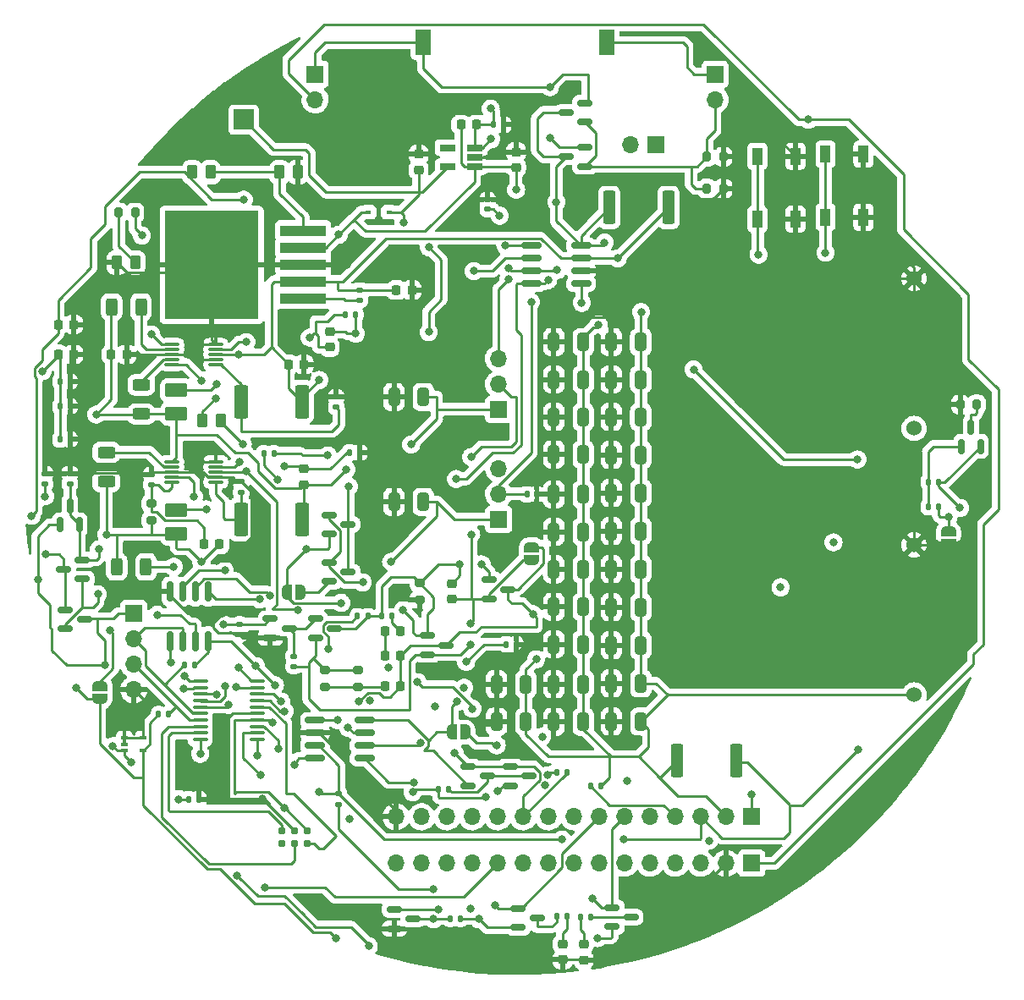
<source format=gbr>
%TF.GenerationSoftware,KiCad,Pcbnew,(6.0.7-1)-1*%
%TF.CreationDate,2022-10-09T23:16:26+02:00*%
%TF.ProjectId,Power_Management_Module,506f7765-725f-44d6-916e-6167656d656e,rev?*%
%TF.SameCoordinates,Original*%
%TF.FileFunction,Copper,L1,Top*%
%TF.FilePolarity,Positive*%
%FSLAX46Y46*%
G04 Gerber Fmt 4.6, Leading zero omitted, Abs format (unit mm)*
G04 Created by KiCad (PCBNEW (6.0.7-1)-1) date 2022-10-09 23:16:26*
%MOMM*%
%LPD*%
G01*
G04 APERTURE LIST*
G04 Aperture macros list*
%AMRoundRect*
0 Rectangle with rounded corners*
0 $1 Rounding radius*
0 $2 $3 $4 $5 $6 $7 $8 $9 X,Y pos of 4 corners*
0 Add a 4 corners polygon primitive as box body*
4,1,4,$2,$3,$4,$5,$6,$7,$8,$9,$2,$3,0*
0 Add four circle primitives for the rounded corners*
1,1,$1+$1,$2,$3*
1,1,$1+$1,$4,$5*
1,1,$1+$1,$6,$7*
1,1,$1+$1,$8,$9*
0 Add four rect primitives between the rounded corners*
20,1,$1+$1,$2,$3,$4,$5,0*
20,1,$1+$1,$4,$5,$6,$7,0*
20,1,$1+$1,$6,$7,$8,$9,0*
20,1,$1+$1,$8,$9,$2,$3,0*%
%AMFreePoly0*
4,1,22,0.500000,-0.750000,0.000000,-0.750000,0.000000,-0.745033,-0.079941,-0.743568,-0.215256,-0.701293,-0.333266,-0.622738,-0.424486,-0.514219,-0.481581,-0.384460,-0.499164,-0.250000,-0.500000,-0.250000,-0.500000,0.250000,-0.499164,0.250000,-0.499963,0.256109,-0.478152,0.396186,-0.417904,0.524511,-0.324060,0.630769,-0.204165,0.706417,-0.067858,0.745374,0.000000,0.744959,0.000000,0.750000,
0.500000,0.750000,0.500000,-0.750000,0.500000,-0.750000,$1*%
%AMFreePoly1*
4,1,20,0.000000,0.744959,0.073905,0.744508,0.209726,0.703889,0.328688,0.626782,0.421226,0.519385,0.479903,0.390333,0.500000,0.250000,0.500000,-0.250000,0.499851,-0.262216,0.476331,-0.402017,0.414519,-0.529596,0.319384,-0.634700,0.198574,-0.708877,0.061801,-0.746166,0.000000,-0.745033,0.000000,-0.750000,-0.500000,-0.750000,-0.500000,0.750000,0.000000,0.750000,0.000000,0.744959,
0.000000,0.744959,$1*%
G04 Aperture macros list end*
%TA.AperFunction,SMDPad,CuDef*%
%ADD10RoundRect,0.250000X0.325000X0.650000X-0.325000X0.650000X-0.325000X-0.650000X0.325000X-0.650000X0*%
%TD*%
%TA.AperFunction,SMDPad,CuDef*%
%ADD11RoundRect,0.250000X-0.262500X-0.450000X0.262500X-0.450000X0.262500X0.450000X-0.262500X0.450000X0*%
%TD*%
%TA.AperFunction,SMDPad,CuDef*%
%ADD12RoundRect,0.135000X0.135000X0.185000X-0.135000X0.185000X-0.135000X-0.185000X0.135000X-0.185000X0*%
%TD*%
%TA.AperFunction,ConnectorPad*%
%ADD13C,0.787400*%
%TD*%
%TA.AperFunction,ComponentPad*%
%ADD14R,1.700000X1.700000*%
%TD*%
%TA.AperFunction,ComponentPad*%
%ADD15O,1.700000X1.700000*%
%TD*%
%TA.AperFunction,SMDPad,CuDef*%
%ADD16RoundRect,0.250001X-0.849999X0.462499X-0.849999X-0.462499X0.849999X-0.462499X0.849999X0.462499X0*%
%TD*%
%TA.AperFunction,SMDPad,CuDef*%
%ADD17RoundRect,0.225000X0.250000X-0.225000X0.250000X0.225000X-0.250000X0.225000X-0.250000X-0.225000X0*%
%TD*%
%TA.AperFunction,SMDPad,CuDef*%
%ADD18RoundRect,0.225000X-0.225000X-0.250000X0.225000X-0.250000X0.225000X0.250000X-0.225000X0.250000X0*%
%TD*%
%TA.AperFunction,SMDPad,CuDef*%
%ADD19RoundRect,0.135000X0.185000X-0.135000X0.185000X0.135000X-0.185000X0.135000X-0.185000X-0.135000X0*%
%TD*%
%TA.AperFunction,SMDPad,CuDef*%
%ADD20RoundRect,0.135000X-0.135000X-0.185000X0.135000X-0.185000X0.135000X0.185000X-0.135000X0.185000X0*%
%TD*%
%TA.AperFunction,SMDPad,CuDef*%
%ADD21R,1.500000X2.500000*%
%TD*%
%TA.AperFunction,SMDPad,CuDef*%
%ADD22RoundRect,0.135000X-0.185000X0.135000X-0.185000X-0.135000X0.185000X-0.135000X0.185000X0.135000X0*%
%TD*%
%TA.AperFunction,SMDPad,CuDef*%
%ADD23RoundRect,0.250000X-0.312500X-0.625000X0.312500X-0.625000X0.312500X0.625000X-0.312500X0.625000X0*%
%TD*%
%TA.AperFunction,SMDPad,CuDef*%
%ADD24RoundRect,0.150000X-0.825000X-0.150000X0.825000X-0.150000X0.825000X0.150000X-0.825000X0.150000X0*%
%TD*%
%TA.AperFunction,SMDPad,CuDef*%
%ADD25RoundRect,0.200000X-0.275000X0.200000X-0.275000X-0.200000X0.275000X-0.200000X0.275000X0.200000X0*%
%TD*%
%TA.AperFunction,SMDPad,CuDef*%
%ADD26RoundRect,0.150000X-0.150000X0.825000X-0.150000X-0.825000X0.150000X-0.825000X0.150000X0.825000X0*%
%TD*%
%TA.AperFunction,SMDPad,CuDef*%
%ADD27RoundRect,0.225000X0.225000X0.250000X-0.225000X0.250000X-0.225000X-0.250000X0.225000X-0.250000X0*%
%TD*%
%TA.AperFunction,SMDPad,CuDef*%
%ADD28R,1.000000X1.700000*%
%TD*%
%TA.AperFunction,SMDPad,CuDef*%
%ADD29R,1.560000X0.650000*%
%TD*%
%TA.AperFunction,SMDPad,CuDef*%
%ADD30RoundRect,0.100000X0.637500X0.100000X-0.637500X0.100000X-0.637500X-0.100000X0.637500X-0.100000X0*%
%TD*%
%TA.AperFunction,SMDPad,CuDef*%
%ADD31RoundRect,0.150000X0.150000X-0.587500X0.150000X0.587500X-0.150000X0.587500X-0.150000X-0.587500X0*%
%TD*%
%TA.AperFunction,SMDPad,CuDef*%
%ADD32RoundRect,0.150000X-0.587500X-0.150000X0.587500X-0.150000X0.587500X0.150000X-0.587500X0.150000X0*%
%TD*%
%TA.AperFunction,SMDPad,CuDef*%
%ADD33RoundRect,0.075000X-0.650000X-0.075000X0.650000X-0.075000X0.650000X0.075000X-0.650000X0.075000X0*%
%TD*%
%TA.AperFunction,SMDPad,CuDef*%
%ADD34R,0.650000X0.400000*%
%TD*%
%TA.AperFunction,SMDPad,CuDef*%
%ADD35RoundRect,0.218750X0.218750X0.256250X-0.218750X0.256250X-0.218750X-0.256250X0.218750X-0.256250X0*%
%TD*%
%TA.AperFunction,SMDPad,CuDef*%
%ADD36RoundRect,0.250000X-0.325000X-0.650000X0.325000X-0.650000X0.325000X0.650000X-0.325000X0.650000X0*%
%TD*%
%TA.AperFunction,SMDPad,CuDef*%
%ADD37RoundRect,0.200000X-0.200000X-0.275000X0.200000X-0.275000X0.200000X0.275000X-0.200000X0.275000X0*%
%TD*%
%TA.AperFunction,SMDPad,CuDef*%
%ADD38RoundRect,0.250000X-0.362500X-1.425000X0.362500X-1.425000X0.362500X1.425000X-0.362500X1.425000X0*%
%TD*%
%TA.AperFunction,SMDPad,CuDef*%
%ADD39RoundRect,0.200000X0.275000X-0.200000X0.275000X0.200000X-0.275000X0.200000X-0.275000X-0.200000X0*%
%TD*%
%TA.AperFunction,SMDPad,CuDef*%
%ADD40RoundRect,0.150000X0.825000X0.150000X-0.825000X0.150000X-0.825000X-0.150000X0.825000X-0.150000X0*%
%TD*%
%TA.AperFunction,SMDPad,CuDef*%
%ADD41R,0.600000X0.450000*%
%TD*%
%TA.AperFunction,SMDPad,CuDef*%
%ADD42RoundRect,0.218750X0.256250X-0.218750X0.256250X0.218750X-0.256250X0.218750X-0.256250X-0.218750X0*%
%TD*%
%TA.AperFunction,SMDPad,CuDef*%
%ADD43FreePoly0,270.000000*%
%TD*%
%TA.AperFunction,SMDPad,CuDef*%
%ADD44FreePoly1,270.000000*%
%TD*%
%TA.AperFunction,SMDPad,CuDef*%
%ADD45R,2.000000X2.000000*%
%TD*%
%TA.AperFunction,SMDPad,CuDef*%
%ADD46RoundRect,0.140000X-0.140000X-0.170000X0.140000X-0.170000X0.140000X0.170000X-0.140000X0.170000X0*%
%TD*%
%TA.AperFunction,SMDPad,CuDef*%
%ADD47RoundRect,0.150000X0.587500X0.150000X-0.587500X0.150000X-0.587500X-0.150000X0.587500X-0.150000X0*%
%TD*%
%TA.AperFunction,ComponentPad*%
%ADD48C,1.524000*%
%TD*%
%TA.AperFunction,SMDPad,CuDef*%
%ADD49FreePoly0,90.000000*%
%TD*%
%TA.AperFunction,SMDPad,CuDef*%
%ADD50FreePoly1,90.000000*%
%TD*%
%TA.AperFunction,SMDPad,CuDef*%
%ADD51RoundRect,0.140000X0.170000X-0.140000X0.170000X0.140000X-0.170000X0.140000X-0.170000X-0.140000X0*%
%TD*%
%TA.AperFunction,SMDPad,CuDef*%
%ADD52FreePoly0,0.000000*%
%TD*%
%TA.AperFunction,SMDPad,CuDef*%
%ADD53FreePoly1,0.000000*%
%TD*%
%TA.AperFunction,SMDPad,CuDef*%
%ADD54R,4.600000X1.100000*%
%TD*%
%TA.AperFunction,SMDPad,CuDef*%
%ADD55R,9.400000X10.800000*%
%TD*%
%TA.AperFunction,SMDPad,CuDef*%
%ADD56RoundRect,0.249999X0.450001X1.425001X-0.450001X1.425001X-0.450001X-1.425001X0.450001X-1.425001X0*%
%TD*%
%TA.AperFunction,SMDPad,CuDef*%
%ADD57RoundRect,0.250000X0.625000X-0.312500X0.625000X0.312500X-0.625000X0.312500X-0.625000X-0.312500X0*%
%TD*%
%TA.AperFunction,SMDPad,CuDef*%
%ADD58RoundRect,0.200000X0.200000X0.275000X-0.200000X0.275000X-0.200000X-0.275000X0.200000X-0.275000X0*%
%TD*%
%TA.AperFunction,ViaPad*%
%ADD59C,0.800000*%
%TD*%
%TA.AperFunction,Conductor*%
%ADD60C,0.250000*%
%TD*%
G04 APERTURE END LIST*
D10*
%TO.P,C18,1*%
%TO.N,+5V*%
X160780000Y-112470000D03*
%TO.P,C18,2*%
%TO.N,GND*%
X157830000Y-112470000D03*
%TD*%
D11*
%TO.P,R46,1*%
%TO.N,GND*%
X108362500Y-70350000D03*
%TO.P,R46,2*%
%TO.N,Net-(R45-Pad2)*%
X110187500Y-70350000D03*
%TD*%
D12*
%TO.P,R26,1*%
%TO.N,Net-(Q15-Pad3)*%
X124060000Y-89450000D03*
%TO.P,R26,2*%
%TO.N,+3V3*%
X123040000Y-89450000D03*
%TD*%
D13*
%TO.P,J3,1,-MCLR/VPP*%
%TO.N,+3V3*%
X127420000Y-127215000D03*
%TO.P,J3,2,VDD*%
%TO.N,/NRST*%
X127420000Y-128485000D03*
%TO.P,J3,3,GND*%
%TO.N,GND*%
X126150000Y-127215000D03*
%TO.P,J3,4,PGD_(ICSPDAT)*%
%TO.N,/SWDIO*%
X126150000Y-128485000D03*
%TO.P,J3,5,PGC_(ICSPCLK)*%
%TO.N,/SWCLK*%
X124880000Y-127215000D03*
%TO.P,J3,6,UNUSED/LVP*%
%TO.N,unconnected-(J3-Pad6)*%
X124880000Y-128485000D03*
%TD*%
D14*
%TO.P,J8,1,Pin_1*%
%TO.N,/RESET_SS_FET*%
X171857500Y-125817500D03*
D15*
%TO.P,J8,2,Pin_2*%
%TO.N,+5V*%
X169317500Y-125817500D03*
%TO.P,J8,3,Pin_3*%
%TO.N,/VOut*%
X166777500Y-125817500D03*
%TO.P,J8,4,Pin_4*%
%TO.N,/MCC*%
X164237500Y-125817500D03*
%TO.P,J8,5,Pin_5*%
%TO.N,/CBooster*%
X161697500Y-125817500D03*
%TO.P,J8,6,Pin_6*%
%TO.N,/LED1*%
X159157500Y-125817500D03*
%TO.P,J8,7,Pin_7*%
%TO.N,/LED2*%
X156617500Y-125817500D03*
%TO.P,J8,8,Pin_8*%
%TO.N,/PB1*%
X154077500Y-125817500D03*
%TO.P,J8,9,Pin_9*%
%TO.N,/PB2*%
X151537500Y-125817500D03*
%TO.P,J8,10,Pin_10*%
%TO.N,/I2C_Conn*%
X148997500Y-125817500D03*
%TO.P,J8,11,Pin_11*%
%TO.N,/Temp*%
X146457500Y-125817500D03*
%TO.P,J8,12,Pin_12*%
%TO.N,/RX*%
X143917500Y-125817500D03*
%TO.P,J8,13,Pin_13*%
%TO.N,/TX*%
X141377500Y-125817500D03*
%TO.P,J8,14,Pin_14*%
%TO.N,/VOut_Fault*%
X138837500Y-125817500D03*
%TO.P,J8,15,Pin_15*%
%TO.N,GND*%
X136297500Y-125817500D03*
%TD*%
D10*
%TO.P,C26,1*%
%TO.N,+5V*%
X160775000Y-82050000D03*
%TO.P,C26,2*%
%TO.N,GND*%
X157825000Y-82050000D03*
%TD*%
D16*
%TO.P,L2,1*%
%TO.N,Net-(L2-Pad1)*%
X114300000Y-83137500D03*
%TO.P,L2,2*%
%TO.N,/5V_Sw_Reg*%
X114300000Y-85462500D03*
%TD*%
D17*
%TO.P,C3,1*%
%TO.N,/3V3_Lin_Reg*%
X138550000Y-61075000D03*
%TO.P,C3,2*%
%TO.N,GND*%
X138550000Y-59525000D03*
%TD*%
D18*
%TO.P,C2,1*%
%TO.N,+5VA*%
X136305000Y-73100000D03*
%TO.P,C2,2*%
%TO.N,GND*%
X137855000Y-73100000D03*
%TD*%
D10*
%TO.P,C34,1*%
%TO.N,+5V*%
X155025000Y-93550000D03*
%TO.P,C34,2*%
%TO.N,GND*%
X152075000Y-93550000D03*
%TD*%
D19*
%TO.P,R35,1*%
%TO.N,Net-(C44-Pad1)*%
X111800000Y-92560000D03*
%TO.P,R35,2*%
%TO.N,GND*%
X111800000Y-91540000D03*
%TD*%
D12*
%TO.P,R15,1*%
%TO.N,+3V3*%
X142720000Y-136000000D03*
%TO.P,R15,2*%
%TO.N,/VOut_Fault*%
X141700000Y-136000000D03*
%TD*%
D20*
%TO.P,R21,1*%
%TO.N,Net-(Q10-Pad3)*%
X152340000Y-135750000D03*
%TO.P,R21,2*%
%TO.N,Net-(D4-Pad2)*%
X153360000Y-135750000D03*
%TD*%
D14*
%TO.P,J10,1,Pin_1*%
%TO.N,/3V3_Sw_Reg*%
X146550000Y-96050000D03*
D15*
%TO.P,J10,2,Pin_2*%
%TO.N,+3V3*%
X146550000Y-93510000D03*
%TO.P,J10,3,Pin_3*%
%TO.N,/3V3_Lin_Reg*%
X146550000Y-90970000D03*
%TD*%
D21*
%TO.P,SW2,1,1*%
%TO.N,Net-(J12-Pad1)*%
X139000000Y-48335000D03*
%TO.P,SW2,2,2*%
%TO.N,Net-(J9-Pad1)*%
X157400000Y-48335000D03*
%TD*%
D19*
%TO.P,R33,1*%
%TO.N,Net-(R32-Pad2)*%
X130300000Y-84810000D03*
%TO.P,R33,2*%
%TO.N,GND*%
X130300000Y-83790000D03*
%TD*%
D22*
%TO.P,R13,1*%
%TO.N,/RESET_SS_FET*%
X120650000Y-106530000D03*
%TO.P,R13,2*%
%TO.N,GND*%
X120650000Y-107550000D03*
%TD*%
D14*
%TO.P,J37,1,Pin_1*%
%TO.N,/RX*%
X162300000Y-58550000D03*
D15*
%TO.P,J37,2,Pin_2*%
%TO.N,/TX*%
X159760000Y-58550000D03*
%TD*%
D10*
%TO.P,C27,1*%
%TO.N,+5V*%
X160775000Y-78300000D03*
%TO.P,C27,2*%
%TO.N,GND*%
X157825000Y-78300000D03*
%TD*%
D23*
%TO.P,R41,1*%
%TO.N,/5V_Sw_Reg*%
X107837500Y-74800000D03*
%TO.P,R41,2*%
%TO.N,Net-(R41-Pad2)*%
X110762500Y-74800000D03*
%TD*%
D24*
%TO.P,U1,1,A1*%
%TO.N,/U1A1*%
X149845000Y-68655000D03*
%TO.P,U1,2,A0*%
%TO.N,/U1A0*%
X149845000Y-69925000D03*
%TO.P,U1,3,SDA*%
%TO.N,/SDA*%
X149845000Y-71195000D03*
%TO.P,U1,4,SCL*%
%TO.N,/SCL*%
X149845000Y-72465000D03*
%TO.P,U1,5,VS*%
%TO.N,+3V3*%
X154795000Y-72465000D03*
%TO.P,U1,6,GND*%
%TO.N,GND*%
X154795000Y-71195000D03*
%TO.P,U1,7,IN-*%
%TO.N,+5VA*%
X154795000Y-69925000D03*
%TO.P,U1,8,IN+*%
%TO.N,/Batt_Pre-sens*%
X154795000Y-68655000D03*
%TD*%
D19*
%TO.P,R12,1*%
%TO.N,+5VD*%
X126050000Y-110760000D03*
%TO.P,R12,2*%
%TO.N,Net-(Q5-Pad1)*%
X126050000Y-109740000D03*
%TD*%
D18*
%TO.P,C44,1*%
%TO.N,Net-(C44-Pad1)*%
X117075000Y-98550000D03*
%TO.P,C44,2*%
%TO.N,/3V3_Sw_Reg*%
X118625000Y-98550000D03*
%TD*%
D11*
%TO.P,R5,1*%
%TO.N,/5V_Lin_Reg*%
X115887500Y-61300000D03*
%TO.P,R5,2*%
%TO.N,Net-(R5-Pad2)*%
X117712500Y-61300000D03*
%TD*%
D25*
%TO.P,R8,1*%
%TO.N,/SS_FET*%
X138650000Y-102425000D03*
%TO.P,R8,2*%
%TO.N,GND*%
X138650000Y-104075000D03*
%TD*%
D26*
%TO.P,U6,1,A0*%
%TO.N,/U6A0*%
X117455000Y-103275000D03*
%TO.P,U6,2,A1*%
%TO.N,/U6A1*%
X116185000Y-103275000D03*
%TO.P,U6,3,A2*%
%TO.N,/U6A2*%
X114915000Y-103275000D03*
%TO.P,U6,4,GND*%
%TO.N,GND*%
X113645000Y-103275000D03*
%TO.P,U6,5,SDA*%
%TO.N,/SDA*%
X113645000Y-108225000D03*
%TO.P,U6,6,SCL*%
%TO.N,/SCL*%
X114915000Y-108225000D03*
%TO.P,U6,7,WP*%
%TO.N,Net-(JP12-Pad2)*%
X116185000Y-108225000D03*
%TO.P,U6,8,VCC*%
%TO.N,+3V3*%
X117455000Y-108225000D03*
%TD*%
D27*
%TO.P,C8,1*%
%TO.N,+5V*%
X136750000Y-109650000D03*
%TO.P,C8,2*%
%TO.N,Net-(C7-Pad2)*%
X135200000Y-109650000D03*
%TD*%
D28*
%TO.P,SW3,1,1*%
%TO.N,/PB1*%
X179250000Y-65800000D03*
X179250000Y-59500000D03*
%TO.P,SW3,2,2*%
%TO.N,GND*%
X183050000Y-59500000D03*
X183050000Y-65800000D03*
%TD*%
D10*
%TO.P,C36,1*%
%TO.N,+5V*%
X155025000Y-85800000D03*
%TO.P,C36,2*%
%TO.N,GND*%
X152075000Y-85800000D03*
%TD*%
D18*
%TO.P,C10,1*%
%TO.N,/5V_Lin_Reg*%
X102475000Y-76550000D03*
%TO.P,C10,2*%
%TO.N,GND*%
X104025000Y-76550000D03*
%TD*%
D29*
%TO.P,U3,1,IN*%
%TO.N,/5V_Lin_Reg*%
X144150000Y-60750000D03*
%TO.P,U3,2,GND*%
%TO.N,GND*%
X144150000Y-59800000D03*
%TO.P,U3,3,EN*%
%TO.N,/CTRL_3V3*%
X144150000Y-58850000D03*
%TO.P,U3,4,NC*%
%TO.N,unconnected-(U3-Pad4)*%
X141450000Y-58850000D03*
%TO.P,U3,5,OUT*%
%TO.N,/3V3_Lin_Reg*%
X141450000Y-60750000D03*
%TD*%
D30*
%TO.P,U5,1,PB7/PB8*%
%TO.N,/CBooster*%
X122412500Y-118075000D03*
%TO.P,U5,2,PB9/PC14-OSC32_IN*%
%TO.N,/LED1*%
X122412500Y-117425000D03*
%TO.P,U5,3,PC15-OSC32_OUT*%
%TO.N,/LED2*%
X122412500Y-116775000D03*
%TO.P,U5,4,VDD*%
%TO.N,+3V3*%
X122412500Y-116125000D03*
%TO.P,U5,5,VSS*%
%TO.N,GND*%
X122412500Y-115475000D03*
%TO.P,U5,6,NRST*%
%TO.N,/NRST*%
X122412500Y-114825000D03*
%TO.P,U5,7,PA0*%
%TO.N,/PB1*%
X122412500Y-114175000D03*
%TO.P,U5,8,PA1*%
%TO.N,/PB2*%
X122412500Y-113525000D03*
%TO.P,U5,9,PA2*%
%TO.N,/TX*%
X122412500Y-112875000D03*
%TO.P,U5,10,PA3*%
%TO.N,/RX*%
X122412500Y-112225000D03*
%TO.P,U5,11,PA4*%
%TO.N,/VOut_Fault*%
X116687500Y-112225000D03*
%TO.P,U5,12,PA5*%
%TO.N,/Temp*%
X116687500Y-112875000D03*
%TO.P,U5,13,PA6*%
%TO.N,/RESET_SS_FET*%
X116687500Y-113525000D03*
%TO.P,U5,14,PA7*%
%TO.N,/I2C_Conn*%
X116687500Y-114175000D03*
%TO.P,U5,15,PB0/PB1/PB2/PA8*%
%TO.N,/CTRL_3V3*%
X116687500Y-114825000D03*
%TO.P,U5,16,PA11[PA9]*%
%TO.N,/SCL*%
X116687500Y-115475000D03*
%TO.P,U5,17,PA12[PA10]*%
%TO.N,/SDA*%
X116687500Y-116125000D03*
%TO.P,U5,18,PA13*%
%TO.N,/SWDIO*%
X116687500Y-116775000D03*
%TO.P,U5,19,PA15/PA14-BOOT0*%
%TO.N,/SWCLK*%
X116687500Y-117425000D03*
%TO.P,U5,20,PB3/PB4/PB5/PB6*%
%TO.N,/MCU_SS_FET*%
X116687500Y-118075000D03*
%TD*%
D20*
%TO.P,R28,1*%
%TO.N,+3V3*%
X112530000Y-115550000D03*
%TO.P,R28,2*%
%TO.N,/SDA*%
X113550000Y-115550000D03*
%TD*%
D31*
%TO.P,Q13,1,E*%
%TO.N,/3V3_IN*%
X102700000Y-96587500D03*
%TO.P,Q13,2,B*%
%TO.N,Net-(JP8-Pad1)*%
X104600000Y-96587500D03*
%TO.P,Q13,3,C*%
X103650000Y-94712500D03*
%TD*%
D16*
%TO.P,L1,1*%
%TO.N,Net-(L1-Pad1)*%
X114300000Y-95137500D03*
%TO.P,L1,2*%
%TO.N,/3V3_Sw_Reg*%
X114300000Y-97462500D03*
%TD*%
D20*
%TO.P,R27,1*%
%TO.N,+3V3*%
X152340000Y-121350000D03*
%TO.P,R27,2*%
%TO.N,/I2C_Conn*%
X153360000Y-121350000D03*
%TD*%
D10*
%TO.P,C35,1*%
%TO.N,+5V*%
X155025000Y-89550000D03*
%TO.P,C35,2*%
%TO.N,GND*%
X152075000Y-89550000D03*
%TD*%
D14*
%TO.P,J12,1,Pin_1*%
%TO.N,Net-(J12-Pad1)*%
X128190000Y-51505000D03*
D15*
%TO.P,J12,2,Pin_2*%
%TO.N,+BATT*%
X128190000Y-54045000D03*
%TD*%
D32*
%TO.P,Q5,1,G*%
%TO.N,Net-(Q5-Pad1)*%
X128212500Y-106000000D03*
%TO.P,Q5,2,S*%
%TO.N,+5VD*%
X128212500Y-107900000D03*
%TO.P,Q5,3,D*%
%TO.N,/SS_FET*%
X130087500Y-106950000D03*
%TD*%
D17*
%TO.P,C45,1*%
%TO.N,Net-(C45-Pad1)*%
X129650000Y-78825000D03*
%TO.P,C45,2*%
%TO.N,/5V_Sw_Reg*%
X129650000Y-77275000D03*
%TD*%
D10*
%TO.P,C32,1*%
%TO.N,+5V*%
X155025000Y-101050000D03*
%TO.P,C32,2*%
%TO.N,GND*%
X152075000Y-101050000D03*
%TD*%
D12*
%TO.P,R36,1*%
%TO.N,/5V_Sw_Reg*%
X132250000Y-75550000D03*
%TO.P,R36,2*%
%TO.N,Net-(C45-Pad1)*%
X131230000Y-75550000D03*
%TD*%
D33*
%TO.P,U8,1,VIN*%
%TO.N,/5V_Sw_Reg*%
X113850000Y-90300000D03*
%TO.P,U8,2,LBO*%
%TO.N,Net-(R40-Pad2)*%
X113850000Y-90800000D03*
%TO.P,U8,3,GND*%
%TO.N,GND*%
X113850000Y-91300000D03*
%TO.P,U8,4,PG*%
%TO.N,Net-(R38-Pad2)*%
X113850000Y-91800000D03*
%TO.P,U8,5,FB*%
%TO.N,Net-(C44-Pad1)*%
X113850000Y-92300000D03*
%TO.P,U8,6,LBI*%
%TO.N,Net-(R30-Pad2)*%
X118250000Y-92300000D03*
%TO.P,U8,7,SYNC*%
%TO.N,GND*%
X118250000Y-91800000D03*
%TO.P,U8,8,EN*%
%TO.N,/CTRL_3V3*%
X118250000Y-91300000D03*
%TO.P,U8,9,SW*%
%TO.N,Net-(L1-Pad1)*%
X118250000Y-90800000D03*
%TO.P,U8,10,PGND*%
%TO.N,GND*%
X118250000Y-90300000D03*
%TD*%
D10*
%TO.P,C20,1*%
%TO.N,+5V*%
X160780000Y-104850000D03*
%TO.P,C20,2*%
%TO.N,GND*%
X157830000Y-104850000D03*
%TD*%
D20*
%TO.P,R7,1*%
%TO.N,/CTRL_3V3*%
X146040000Y-56550000D03*
%TO.P,R7,2*%
%TO.N,GND*%
X147060000Y-56550000D03*
%TD*%
D10*
%TO.P,C21,1*%
%TO.N,+5V*%
X160780000Y-101040000D03*
%TO.P,C21,2*%
%TO.N,GND*%
X157830000Y-101040000D03*
%TD*%
D34*
%TO.P,U7,1,NC*%
%TO.N,GND*%
X109100000Y-117900000D03*
%TO.P,U7,2,GND*%
X109100000Y-118550000D03*
%TO.P,U7,3,VOUT*%
%TO.N,/Temp*%
X109100000Y-119200000D03*
%TO.P,U7,4,VIN*%
%TO.N,+3V3*%
X111000000Y-119200000D03*
%TO.P,U7,5,NC*%
%TO.N,GND*%
X111000000Y-117900000D03*
%TD*%
D31*
%TO.P,Q8,1,G*%
%TO.N,Net-(Q8-Pad1)*%
X192850000Y-88737500D03*
%TO.P,Q8,2,S*%
%TO.N,+5VD*%
X194750000Y-88737500D03*
%TO.P,Q8,3,D*%
%TO.N,Net-(Q8-Pad3)*%
X193800000Y-86862500D03*
%TD*%
D10*
%TO.P,C23,1*%
%TO.N,+5V*%
X160780000Y-93420000D03*
%TO.P,C23,2*%
%TO.N,GND*%
X157830000Y-93420000D03*
%TD*%
D35*
%TO.P,D2,1,K*%
%TO.N,+5V*%
X136750000Y-112750000D03*
%TO.P,D2,2,A*%
%TO.N,Net-(D2-Pad2)*%
X135175000Y-112750000D03*
%TD*%
D27*
%TO.P,C7,1*%
%TO.N,Net-(C7-Pad1)*%
X136725000Y-107250000D03*
%TO.P,C7,2*%
%TO.N,Net-(C7-Pad2)*%
X135175000Y-107250000D03*
%TD*%
D10*
%TO.P,C16,1*%
%TO.N,+5V*%
X160780000Y-116280000D03*
%TO.P,C16,2*%
%TO.N,GND*%
X157830000Y-116280000D03*
%TD*%
D36*
%TO.P,C47,1*%
%TO.N,GND*%
X136075000Y-83800000D03*
%TO.P,C47,2*%
%TO.N,/5V_Sw_Reg*%
X139025000Y-83800000D03*
%TD*%
D37*
%TO.P,R17,1*%
%TO.N,GND*%
X192725000Y-84550000D03*
%TO.P,R17,2*%
%TO.N,Net-(Q8-Pad3)*%
X194375000Y-84550000D03*
%TD*%
D38*
%TO.P,R3,1*%
%TO.N,/Batt_Pre-sens*%
X157612500Y-64845000D03*
%TO.P,R3,2*%
%TO.N,+5VA*%
X163537500Y-64845000D03*
%TD*%
D20*
%TO.P,R18,1*%
%TO.N,Net-(Q8-Pad1)*%
X189540000Y-92300000D03*
%TO.P,R18,2*%
%TO.N,+5VD*%
X190560000Y-92300000D03*
%TD*%
%TO.P,R24,1*%
%TO.N,Net-(JP12-Pad2)*%
X115530000Y-124050000D03*
%TO.P,R24,2*%
%TO.N,GND*%
X116550000Y-124050000D03*
%TD*%
D39*
%TO.P,R11,1*%
%TO.N,Net-(D2-Pad2)*%
X129150000Y-112800000D03*
%TO.P,R11,2*%
%TO.N,+5VD*%
X129150000Y-111150000D03*
%TD*%
D11*
%TO.P,R6,1*%
%TO.N,Net-(R5-Pad2)*%
X124637500Y-61300000D03*
%TO.P,R6,2*%
%TO.N,GND*%
X126462500Y-61300000D03*
%TD*%
D40*
%TO.P,U4,1,A1*%
%TO.N,/U4A1*%
X133125000Y-119955000D03*
%TO.P,U4,2,A0*%
%TO.N,/U4A0*%
X133125000Y-118685000D03*
%TO.P,U4,3,SDA*%
%TO.N,/SDA*%
X133125000Y-117415000D03*
%TO.P,U4,4,SCL*%
%TO.N,/SCL*%
X133125000Y-116145000D03*
%TO.P,U4,5,VS*%
%TO.N,+3V3*%
X128175000Y-116145000D03*
%TO.P,U4,6,GND*%
%TO.N,GND*%
X128175000Y-117415000D03*
%TO.P,U4,7,IN-*%
%TO.N,/VOut*%
X128175000Y-118685000D03*
%TO.P,U4,8,IN+*%
%TO.N,+5V*%
X128175000Y-119955000D03*
%TD*%
D12*
%TO.P,R29,1*%
%TO.N,+3V3*%
X116160000Y-110650000D03*
%TO.P,R29,2*%
%TO.N,/SCL*%
X115140000Y-110650000D03*
%TD*%
D41*
%TO.P,D1,1,K*%
%TO.N,/5V_Lin_Reg*%
X133500000Y-65300000D03*
%TO.P,D1,2,A*%
%TO.N,/3V3_Lin_Reg*%
X135600000Y-65300000D03*
%TD*%
D42*
%TO.P,D3,1,K*%
%TO.N,GND*%
X155050000Y-140137500D03*
%TO.P,D3,2,A*%
%TO.N,Net-(D3-Pad2)*%
X155050000Y-138562500D03*
%TD*%
D18*
%TO.P,C42,1*%
%TO.N,/5V_Sw_Reg*%
X107775000Y-79550000D03*
%TO.P,C42,2*%
%TO.N,GND*%
X109325000Y-79550000D03*
%TD*%
D20*
%TO.P,R19,1*%
%TO.N,Net-(Q8-Pad1)*%
X189530000Y-94800000D03*
%TO.P,R19,2*%
%TO.N,/CBooster*%
X190550000Y-94800000D03*
%TD*%
D10*
%TO.P,C31,1*%
%TO.N,+5V*%
X155025000Y-104800000D03*
%TO.P,C31,2*%
%TO.N,GND*%
X152075000Y-104800000D03*
%TD*%
D20*
%TO.P,R43,1*%
%TO.N,/MCU_SS_FET*%
X132430000Y-105750000D03*
%TO.P,R43,2*%
%TO.N,/SS_FET*%
X133450000Y-105750000D03*
%TD*%
D32*
%TO.P,Q9,1,G*%
%TO.N,/LED1*%
X157912500Y-134900000D03*
%TO.P,Q9,2,S*%
%TO.N,+3V3*%
X157912500Y-136800000D03*
%TO.P,Q9,3,D*%
%TO.N,Net-(Q9-Pad3)*%
X159787500Y-135850000D03*
%TD*%
D43*
%TO.P,JP7,1,A*%
%TO.N,/CBooster*%
X191550000Y-97250000D03*
D44*
%TO.P,JP7,2,B*%
%TO.N,GND*%
X191550000Y-98550000D03*
%TD*%
D32*
%TO.P,Q7,1,G*%
%TO.N,Net-(Q7-Pad1)*%
X136112500Y-135100000D03*
%TO.P,Q7,2,S*%
%TO.N,GND*%
X136112500Y-137000000D03*
%TO.P,Q7,3,D*%
%TO.N,/VOut_Fault*%
X137987500Y-136050000D03*
%TD*%
D45*
%TO.P,TP10,1,1*%
%TO.N,/3V3_Lin_Reg*%
X121050000Y-56050000D03*
%TD*%
D46*
%TO.P,C17,1*%
%TO.N,+3V3*%
X147320000Y-108550000D03*
%TO.P,C17,2*%
%TO.N,GND*%
X148280000Y-108550000D03*
%TD*%
D18*
%TO.P,C43,1*%
%TO.N,+5VA*%
X125525000Y-80550000D03*
%TO.P,C43,2*%
%TO.N,GND*%
X127075000Y-80550000D03*
%TD*%
D10*
%TO.P,C37,1*%
%TO.N,+5V*%
X155025000Y-82050000D03*
%TO.P,C37,2*%
%TO.N,GND*%
X152075000Y-82050000D03*
%TD*%
D46*
%TO.P,C12,1*%
%TO.N,+3V3*%
X102690000Y-82250000D03*
%TO.P,C12,2*%
%TO.N,GND*%
X103650000Y-82250000D03*
%TD*%
D18*
%TO.P,C5,1*%
%TO.N,/5V_Lin_Reg*%
X142775000Y-56550000D03*
%TO.P,C5,2*%
%TO.N,/CTRL_3V3*%
X144325000Y-56550000D03*
%TD*%
D47*
%TO.P,Q11,1,E*%
%TO.N,+3V3*%
X104887500Y-102000000D03*
%TO.P,Q11,2,B*%
%TO.N,Net-(JP8-Pad1)*%
X104887500Y-100100000D03*
%TO.P,Q11,3,C*%
%TO.N,Net-(Q11-Pad3)*%
X103012500Y-101050000D03*
%TD*%
D19*
%TO.P,R22,1*%
%TO.N,Net-(Q11-Pad3)*%
X101150000Y-92470000D03*
%TO.P,R22,2*%
%TO.N,GND*%
X101150000Y-91450000D03*
%TD*%
D11*
%TO.P,R37,1*%
%TO.N,Net-(C45-Pad1)*%
X116937500Y-86150000D03*
%TO.P,R37,2*%
%TO.N,Net-(R37-Pad2)*%
X118762500Y-86150000D03*
%TD*%
D20*
%TO.P,R42,1*%
%TO.N,/CTRL_3V3*%
X131640000Y-89350000D03*
%TO.P,R42,2*%
%TO.N,GND*%
X132660000Y-89350000D03*
%TD*%
D48*
%TO.P,C15,1*%
%TO.N,+5V*%
X188115000Y-113620000D03*
%TO.P,C15,2*%
%TO.N,GND*%
X188115000Y-98620000D03*
%TD*%
D12*
%TO.P,R20,1*%
%TO.N,Net-(Q9-Pad3)*%
X155760000Y-135850000D03*
%TO.P,R20,2*%
%TO.N,Net-(D3-Pad2)*%
X154740000Y-135850000D03*
%TD*%
D42*
%TO.P,D4,1,K*%
%TO.N,GND*%
X152950000Y-140125000D03*
%TO.P,D4,2,A*%
%TO.N,Net-(D4-Pad2)*%
X152950000Y-138550000D03*
%TD*%
D49*
%TO.P,JP4,1,A*%
%TO.N,+5VD*%
X149850000Y-100150000D03*
D50*
%TO.P,JP4,2,B*%
%TO.N,+5V*%
X149850000Y-98850000D03*
%TD*%
D32*
%TO.P,Q14,1,G*%
%TO.N,/I2C_Conn*%
X143512500Y-120800000D03*
%TO.P,Q14,2,S*%
%TO.N,/SCL*%
X143512500Y-122700000D03*
%TO.P,Q14,3,D*%
%TO.N,Net-(Q14-Pad3)*%
X145387500Y-121750000D03*
%TD*%
%TO.P,Q4,1,G*%
%TO.N,/SS_FET*%
X139412500Y-107700000D03*
%TO.P,Q4,2,S*%
%TO.N,+5VD*%
X139412500Y-109600000D03*
%TO.P,Q4,3,D*%
%TO.N,+5V*%
X141287500Y-108650000D03*
%TD*%
D18*
%TO.P,C11,1*%
%TO.N,+3V3*%
X102475000Y-79550000D03*
%TO.P,C11,2*%
%TO.N,GND*%
X104025000Y-79550000D03*
%TD*%
D32*
%TO.P,Q16,1,G*%
%TO.N,/I2C_Conn*%
X147712500Y-120800000D03*
%TO.P,Q16,2,S*%
%TO.N,/SCL_In*%
X147712500Y-122700000D03*
%TO.P,Q16,3,D*%
%TO.N,Net-(Q14-Pad3)*%
X149587500Y-121750000D03*
%TD*%
D37*
%TO.P,R2,1*%
%TO.N,Net-(J9-Pad2)*%
X167370000Y-62940000D03*
%TO.P,R2,2*%
%TO.N,GND*%
X169020000Y-62940000D03*
%TD*%
D51*
%TO.P,C1,1*%
%TO.N,+3V3*%
X145450000Y-65010000D03*
%TO.P,C1,2*%
%TO.N,GND*%
X145450000Y-64050000D03*
%TD*%
D46*
%TO.P,C13,1*%
%TO.N,+3V3*%
X102690000Y-84750000D03*
%TO.P,C13,2*%
%TO.N,GND*%
X103650000Y-84750000D03*
%TD*%
D10*
%TO.P,C22,1*%
%TO.N,+5V*%
X160780000Y-97230000D03*
%TO.P,C22,2*%
%TO.N,GND*%
X157830000Y-97230000D03*
%TD*%
D39*
%TO.P,R10,1*%
%TO.N,Net-(D2-Pad2)*%
X132450000Y-112800000D03*
%TO.P,R10,2*%
%TO.N,+5VD*%
X132450000Y-111150000D03*
%TD*%
D12*
%TO.P,R44,1*%
%TO.N,+5V*%
X156760000Y-122750000D03*
%TO.P,R44,2*%
%TO.N,/MCC*%
X155740000Y-122750000D03*
%TD*%
D10*
%TO.P,C30,1*%
%TO.N,+5V*%
X155025000Y-108550000D03*
%TO.P,C30,2*%
%TO.N,GND*%
X152075000Y-108550000D03*
%TD*%
D39*
%TO.P,R34,1*%
%TO.N,/3V3_Sw_Reg*%
X111800000Y-96125000D03*
%TO.P,R34,2*%
%TO.N,Net-(C44-Pad1)*%
X111800000Y-94475000D03*
%TD*%
D52*
%TO.P,JP13,1,A*%
%TO.N,/SDA*%
X125400000Y-103350000D03*
D53*
%TO.P,JP13,2,B*%
%TO.N,/SDA_In*%
X126700000Y-103350000D03*
%TD*%
D10*
%TO.P,C24,1*%
%TO.N,+5V*%
X160780000Y-89610000D03*
%TO.P,C24,2*%
%TO.N,GND*%
X157830000Y-89610000D03*
%TD*%
%TO.P,C25,1*%
%TO.N,+5V*%
X160775000Y-85800000D03*
%TO.P,C25,2*%
%TO.N,GND*%
X157825000Y-85800000D03*
%TD*%
D14*
%TO.P,J11,1,Pin_1*%
%TO.N,/5V_Sw_Reg*%
X146550000Y-85050000D03*
D15*
%TO.P,J11,2,Pin_2*%
%TO.N,+5VD*%
X146550000Y-82510000D03*
%TO.P,J11,3,Pin_3*%
%TO.N,/5V_Lin_Reg*%
X146550000Y-79970000D03*
%TD*%
D17*
%TO.P,C48,1*%
%TO.N,/5V_Sw_Reg*%
X127050000Y-92550000D03*
%TO.P,C48,2*%
%TO.N,/CTRL_3V3*%
X127050000Y-91000000D03*
%TD*%
D22*
%TO.P,R4,1*%
%TO.N,+5VA*%
X132635000Y-73100000D03*
%TO.P,R4,2*%
%TO.N,Net-(R4-Pad2)*%
X132635000Y-74120000D03*
%TD*%
D38*
%TO.P,R14,1*%
%TO.N,+5V*%
X164387500Y-120150000D03*
%TO.P,R14,2*%
%TO.N,/VOut*%
X170312500Y-120150000D03*
%TD*%
D10*
%TO.P,C29,1*%
%TO.N,+5V*%
X155025000Y-112550000D03*
%TO.P,C29,2*%
%TO.N,GND*%
X152075000Y-112550000D03*
%TD*%
D14*
%TO.P,J9,1,Pin_1*%
%TO.N,Net-(J9-Pad1)*%
X168195000Y-51510000D03*
D15*
%TO.P,J9,2,Pin_2*%
%TO.N,Net-(J9-Pad2)*%
X168195000Y-54050000D03*
%TD*%
D37*
%TO.P,R1,1*%
%TO.N,Net-(J9-Pad2)*%
X167370000Y-59765000D03*
%TO.P,R1,2*%
%TO.N,GND*%
X169020000Y-59765000D03*
%TD*%
D54*
%TO.P,U2,1,EN*%
%TO.N,Net-(R4-Pad2)*%
X126980000Y-73960000D03*
%TO.P,U2,2,VIN*%
%TO.N,+5VA*%
X126980000Y-72260000D03*
D55*
%TO.P,U2,3,GND*%
%TO.N,GND*%
X117830000Y-70560000D03*
D54*
X126980000Y-70560000D03*
%TO.P,U2,4,VOUT*%
%TO.N,/5V_Lin_Reg*%
X126980000Y-68860000D03*
%TO.P,U2,5,ADJ*%
%TO.N,Net-(R5-Pad2)*%
X126980000Y-67160000D03*
%TD*%
D10*
%TO.P,C19,1*%
%TO.N,+5V*%
X160780000Y-108660000D03*
%TO.P,C19,2*%
%TO.N,GND*%
X157830000Y-108660000D03*
%TD*%
D32*
%TO.P,Q10,1,G*%
%TO.N,/LED2*%
X148512500Y-135000000D03*
%TO.P,Q10,2,S*%
%TO.N,+3V3*%
X148512500Y-136900000D03*
%TO.P,Q10,3,D*%
%TO.N,Net-(Q10-Pad3)*%
X150387500Y-135950000D03*
%TD*%
D56*
%TO.P,R30,1*%
%TO.N,/5V_Sw_Reg*%
X126850000Y-96050000D03*
%TO.P,R30,2*%
%TO.N,Net-(R30-Pad2)*%
X120750000Y-96050000D03*
%TD*%
D10*
%TO.P,C38,1*%
%TO.N,+5V*%
X155025000Y-78300000D03*
%TO.P,C38,2*%
%TO.N,GND*%
X152075000Y-78300000D03*
%TD*%
D23*
%TO.P,R38,1*%
%TO.N,/3V3_Sw_Reg*%
X108337500Y-100800000D03*
%TO.P,R38,2*%
%TO.N,Net-(R38-Pad2)*%
X111262500Y-100800000D03*
%TD*%
D48*
%TO.P,C14,1*%
%TO.N,+5V*%
X188115000Y-86950000D03*
%TO.P,C14,2*%
%TO.N,GND*%
X188115000Y-71950000D03*
%TD*%
D10*
%TO.P,C28,1*%
%TO.N,+5V*%
X155025000Y-116300000D03*
%TO.P,C28,2*%
%TO.N,GND*%
X152075000Y-116300000D03*
%TD*%
D14*
%TO.P,J6,1,Pin_1*%
%TO.N,/3V3_IN*%
X110050000Y-105470000D03*
D15*
%TO.P,J6,2,Pin_2*%
%TO.N,/SCL*%
X110050000Y-108010000D03*
%TO.P,J6,3,Pin_3*%
%TO.N,/SDA*%
X110050000Y-110550000D03*
%TO.P,J6,4,Pin_4*%
%TO.N,GND*%
X110050000Y-113090000D03*
%TD*%
D52*
%TO.P,JP14,1,A*%
%TO.N,/SCL*%
X141900000Y-117350000D03*
D53*
%TO.P,JP14,2,B*%
%TO.N,/SCL_In*%
X143200000Y-117350000D03*
%TD*%
D32*
%TO.P,Q3,1,G*%
%TO.N,/SS_FET*%
X145612500Y-102100000D03*
%TO.P,Q3,2,S*%
%TO.N,+5VD*%
X145612500Y-104000000D03*
%TO.P,Q3,3,D*%
%TO.N,+5V*%
X147487500Y-103050000D03*
%TD*%
D19*
%TO.P,R23,1*%
%TO.N,Net-(JP8-Pad1)*%
X103650000Y-92470000D03*
%TO.P,R23,2*%
%TO.N,GND*%
X103650000Y-91450000D03*
%TD*%
D17*
%TO.P,C6,1*%
%TO.N,+5VD*%
X141850000Y-104025000D03*
%TO.P,C6,2*%
%TO.N,/SS_FET*%
X141850000Y-102475000D03*
%TD*%
D46*
%TO.P,C9,1*%
%TO.N,+3V3*%
X102690000Y-88050000D03*
%TO.P,C9,2*%
%TO.N,GND*%
X103650000Y-88050000D03*
%TD*%
D22*
%TO.P,R16,1*%
%TO.N,/VOut*%
X130550000Y-123530000D03*
%TO.P,R16,2*%
%TO.N,Net-(Q7-Pad1)*%
X130550000Y-124550000D03*
%TD*%
D32*
%TO.P,Q15,1,G*%
%TO.N,/I2C_Conn*%
X129612500Y-95600000D03*
%TO.P,Q15,2,S*%
%TO.N,/SDA*%
X129612500Y-97500000D03*
%TO.P,Q15,3,D*%
%TO.N,Net-(Q15-Pad3)*%
X131487500Y-96550000D03*
%TD*%
D46*
%TO.P,C41,1*%
%TO.N,+3V3*%
X149390000Y-93550000D03*
%TO.P,C41,2*%
%TO.N,GND*%
X150350000Y-93550000D03*
%TD*%
D32*
%TO.P,Q6,1,G*%
%TO.N,/RESET_SS_FET*%
X123712500Y-106000000D03*
%TO.P,Q6,2,S*%
%TO.N,GND*%
X123712500Y-107900000D03*
%TO.P,Q6,3,D*%
%TO.N,Net-(Q5-Pad1)*%
X125587500Y-106950000D03*
%TD*%
D19*
%TO.P,R31,1*%
%TO.N,Net-(R30-Pad2)*%
X120800000Y-93310000D03*
%TO.P,R31,2*%
%TO.N,GND*%
X120800000Y-92290000D03*
%TD*%
D56*
%TO.P,R32,1*%
%TO.N,+5VA*%
X126850000Y-84300000D03*
%TO.P,R32,2*%
%TO.N,Net-(R32-Pad2)*%
X120750000Y-84300000D03*
%TD*%
D12*
%TO.P,R25,1*%
%TO.N,Net-(Q14-Pad3)*%
X141560000Y-123050000D03*
%TO.P,R25,2*%
%TO.N,+3V3*%
X140540000Y-123050000D03*
%TD*%
D32*
%TO.P,Q17,1,G*%
%TO.N,/I2C_Conn*%
X129612500Y-100350000D03*
%TO.P,Q17,2,S*%
%TO.N,/SDA_In*%
X129612500Y-102250000D03*
%TO.P,Q17,3,D*%
%TO.N,Net-(Q15-Pad3)*%
X131487500Y-101300000D03*
%TD*%
D36*
%TO.P,C46,1*%
%TO.N,GND*%
X136075000Y-94300000D03*
%TO.P,C46,2*%
%TO.N,/3V3_Sw_Reg*%
X139025000Y-94300000D03*
%TD*%
D10*
%TO.P,C40,1*%
%TO.N,+5V*%
X149275000Y-112550000D03*
%TO.P,C40,2*%
%TO.N,GND*%
X146325000Y-112550000D03*
%TD*%
D28*
%TO.P,SW4,1,1*%
%TO.N,/PB2*%
X172450000Y-59700000D03*
X172450000Y-66000000D03*
%TO.P,SW4,2,2*%
%TO.N,GND*%
X176250000Y-66000000D03*
X176250000Y-59700000D03*
%TD*%
D10*
%TO.P,C39,1*%
%TO.N,+5V*%
X149275000Y-116300000D03*
%TO.P,C39,2*%
%TO.N,GND*%
X146325000Y-116300000D03*
%TD*%
D47*
%TO.P,Q2,1,G*%
%TO.N,Net-(J9-Pad2)*%
X155162500Y-60715000D03*
%TO.P,Q2,2,S*%
%TO.N,Net-(J12-Pad1)*%
X155162500Y-58815000D03*
%TO.P,Q2,3,D*%
%TO.N,/Batt_Pre-sens*%
X153287500Y-59765000D03*
%TD*%
D57*
%TO.P,R39,1*%
%TO.N,/5V_Sw_Reg*%
X110800000Y-85512500D03*
%TO.P,R39,2*%
%TO.N,Net-(R39-Pad2)*%
X110800000Y-82587500D03*
%TD*%
D58*
%TO.P,R45,1*%
%TO.N,Net-(R37-Pad2)*%
X110175000Y-65350000D03*
%TO.P,R45,2*%
%TO.N,Net-(R45-Pad2)*%
X108525000Y-65350000D03*
%TD*%
D32*
%TO.P,Q12,1,G*%
%TO.N,Net-(Q11-Pad3)*%
X103212500Y-105100000D03*
%TO.P,Q12,2,S*%
%TO.N,+3V3*%
X103212500Y-107000000D03*
%TO.P,Q12,3,D*%
%TO.N,/3V3_IN*%
X105087500Y-106050000D03*
%TD*%
D10*
%TO.P,C33,1*%
%TO.N,+5V*%
X155025000Y-97300000D03*
%TO.P,C33,2*%
%TO.N,GND*%
X152075000Y-97300000D03*
%TD*%
D20*
%TO.P,R9,1*%
%TO.N,/SS_FET*%
X134850000Y-105750000D03*
%TO.P,R9,2*%
%TO.N,Net-(C7-Pad1)*%
X135870000Y-105750000D03*
%TD*%
D49*
%TO.P,JP12,1,A*%
%TO.N,+3V3*%
X106650000Y-114000000D03*
D50*
%TO.P,JP12,2,B*%
%TO.N,Net-(JP12-Pad2)*%
X106650000Y-112700000D03*
%TD*%
D14*
%TO.P,J7,1,Pin_1*%
%TO.N,+BATT*%
X171857500Y-130467500D03*
D15*
%TO.P,J7,2,Pin_2*%
%TO.N,GND*%
X169317500Y-130467500D03*
%TO.P,J7,3,Pin_3*%
%TO.N,+3V3*%
X166777500Y-130467500D03*
%TO.P,J7,4,Pin_4*%
%TO.N,/SDA*%
X164237500Y-130467500D03*
%TO.P,J7,5,Pin_5*%
%TO.N,/SCL*%
X161697500Y-130467500D03*
%TO.P,J7,6,Pin_6*%
%TO.N,/Batt_Pre-sens*%
X159157500Y-130467500D03*
%TO.P,J7,7,Pin_7*%
%TO.N,/5V_Sw_Reg*%
X156617500Y-130467500D03*
%TO.P,J7,8,Pin_8*%
%TO.N,/5V_Lin_Reg*%
X154077500Y-130467500D03*
%TO.P,J7,9,Pin_9*%
%TO.N,/3V3_Sw_Reg*%
X151537500Y-130467500D03*
%TO.P,J7,10,Pin_10*%
%TO.N,/3V3_Lin_Reg*%
X148997500Y-130467500D03*
%TO.P,J7,11,Pin_11*%
%TO.N,/3V3_IN*%
X146457500Y-130467500D03*
%TO.P,J7,12,Pin_12*%
%TO.N,/CTRL_3V3*%
X143917500Y-130467500D03*
%TO.P,J7,13,Pin_13*%
%TO.N,+5VA*%
X141377500Y-130467500D03*
%TO.P,J7,14,Pin_14*%
%TO.N,+5VD*%
X138837500Y-130467500D03*
%TO.P,J7,15,Pin_15*%
%TO.N,/SS_FET*%
X136297500Y-130467500D03*
%TD*%
D17*
%TO.P,C4,1*%
%TO.N,/5V_Lin_Reg*%
X148300000Y-60825000D03*
%TO.P,C4,2*%
%TO.N,GND*%
X148300000Y-59275000D03*
%TD*%
D33*
%TO.P,U9,1,VIN*%
%TO.N,+5VA*%
X113850000Y-78550000D03*
%TO.P,U9,2,LBO*%
%TO.N,Net-(R41-Pad2)*%
X113850000Y-79050000D03*
%TO.P,U9,3,GND*%
%TO.N,GND*%
X113850000Y-79550000D03*
%TO.P,U9,4,PG*%
%TO.N,Net-(R39-Pad2)*%
X113850000Y-80050000D03*
%TO.P,U9,5,FB*%
%TO.N,Net-(C45-Pad1)*%
X113850000Y-80550000D03*
%TO.P,U9,6,LBI*%
%TO.N,Net-(R32-Pad2)*%
X118250000Y-80550000D03*
%TO.P,U9,7,SYNC*%
%TO.N,GND*%
X118250000Y-80050000D03*
%TO.P,U9,8,EN*%
%TO.N,+5VA*%
X118250000Y-79550000D03*
%TO.P,U9,9,SW*%
%TO.N,Net-(L2-Pad1)*%
X118250000Y-79050000D03*
%TO.P,U9,10,PGND*%
%TO.N,GND*%
X118250000Y-78550000D03*
%TD*%
D57*
%TO.P,R40,1*%
%TO.N,/3V3_Sw_Reg*%
X107300000Y-92262500D03*
%TO.P,R40,2*%
%TO.N,Net-(R40-Pad2)*%
X107300000Y-89337500D03*
%TD*%
D47*
%TO.P,Q1,1,G*%
%TO.N,Net-(J9-Pad2)*%
X155162500Y-56270000D03*
%TO.P,Q1,2,S*%
%TO.N,Net-(J12-Pad1)*%
X155162500Y-54370000D03*
%TO.P,Q1,3,D*%
%TO.N,/Batt_Pre-sens*%
X153287500Y-55320000D03*
%TD*%
D59*
%TO.N,+3V3*%
X145300000Y-123800000D03*
X143300000Y-110300000D03*
X104300000Y-112900000D03*
X130250000Y-137950000D03*
X125150000Y-124950000D03*
X146650000Y-65650000D03*
X149800000Y-74300000D03*
X130455000Y-116145000D03*
X100900000Y-81200000D03*
X154860000Y-74370000D03*
X123950000Y-116350000D03*
X156450000Y-137950000D03*
X151450000Y-121650000D03*
X124450000Y-92050000D03*
X137950000Y-123350000D03*
X144550000Y-136050000D03*
X106450000Y-103550000D03*
X122263021Y-110736979D03*
X124163021Y-112636979D03*
%TO.N,GND*%
X134050000Y-136050000D03*
X145650000Y-62750000D03*
X147050000Y-58300000D03*
X144850000Y-116650000D03*
X136050000Y-103450000D03*
X160575000Y-71195000D03*
X106550000Y-81050000D03*
X118300000Y-100200000D03*
X134850000Y-99250000D03*
X122950000Y-124015000D03*
X131600000Y-62300000D03*
X118950000Y-105450000D03*
X169950000Y-57150000D03*
X139620000Y-73100000D03*
X131365000Y-70560000D03*
X126500000Y-63000000D03*
X109050000Y-81050000D03*
X107950000Y-116350000D03*
%TO.N,+5VA*%
X128600000Y-82100000D03*
X120550000Y-79550000D03*
X158457500Y-69925000D03*
X111800000Y-77550000D03*
%TO.N,/3V3_Lin_Reg*%
X150900000Y-117800000D03*
X139550000Y-68800000D03*
X139550000Y-77300000D03*
X137050000Y-66300000D03*
%TO.N,/5V_Lin_Reg*%
X99800000Y-95700000D03*
X130550000Y-67550000D03*
X147550000Y-72050000D03*
X148300000Y-63050000D03*
X121050000Y-64050000D03*
%TO.N,/CTRL_3V3*%
X121300000Y-91200000D03*
X126450000Y-105150000D03*
X145750000Y-54950000D03*
X143100000Y-112900000D03*
X125100000Y-90700000D03*
X119500000Y-114600000D03*
X145800000Y-58000000D03*
X135500000Y-110900000D03*
%TO.N,+5VD*%
X143750000Y-106450000D03*
X143800000Y-89800000D03*
X143800000Y-97550000D03*
X192700000Y-94900000D03*
X182450000Y-90050000D03*
X167600000Y-128200000D03*
X166050000Y-81050000D03*
X143750000Y-108550000D03*
%TO.N,/SS_FET*%
X131650000Y-126050000D03*
X137000000Y-105100000D03*
X142650000Y-100550000D03*
X144850000Y-100550000D03*
X133700000Y-114200000D03*
%TO.N,+5V*%
X149968750Y-105531250D03*
X160800000Y-75300000D03*
X150300000Y-110050000D03*
X156550000Y-76550000D03*
X132600000Y-114274695D03*
X126100000Y-120600000D03*
%TO.N,/5V_Sw_Reg*%
X132250000Y-77450000D03*
X159400000Y-122200000D03*
X137800000Y-88550000D03*
X131300000Y-91050000D03*
X106300000Y-85550000D03*
%TO.N,/3V3_Sw_Reg*%
X107300000Y-97550000D03*
X151150000Y-122650000D03*
X135800000Y-100300000D03*
X116800000Y-100300000D03*
%TO.N,Net-(C45-Pad1)*%
X127650000Y-77850000D03*
X118250000Y-83950000D03*
X116850000Y-82150000D03*
%TO.N,+BATT*%
X177550000Y-56050000D03*
%TO.N,/VOut*%
X152900000Y-128100000D03*
X128550000Y-123350000D03*
X159100000Y-128100000D03*
X182550000Y-119050000D03*
%TO.N,/3V3_IN*%
X100450000Y-102050000D03*
X123150000Y-132850000D03*
X107150000Y-110650000D03*
%TO.N,/SCL*%
X142400000Y-114300000D03*
X142300000Y-92000000D03*
X140150000Y-114750000D03*
X151500000Y-72100000D03*
%TO.N,/SDA*%
X147550000Y-70950000D03*
X127300000Y-99050000D03*
X113750000Y-110350000D03*
X152400000Y-71100000D03*
X130800000Y-104400000D03*
X131500000Y-116900000D03*
%TO.N,/Batt_Pre-sens*%
X157150000Y-68350000D03*
X152320000Y-64280000D03*
%TO.N,/RESET_SS_FET*%
X120400000Y-131700000D03*
X119050000Y-106550000D03*
X171850000Y-123550000D03*
X118350000Y-113550000D03*
X133550000Y-138750000D03*
%TO.N,/CBooster*%
X122425000Y-119675000D03*
X191550000Y-95800000D03*
%TO.N,/LED1*%
X155950000Y-133950000D03*
X122700000Y-121600000D03*
%TO.N,/LED2*%
X146150000Y-134650000D03*
X124500000Y-119000000D03*
%TO.N,/PB1*%
X179250000Y-69350000D03*
X125150000Y-115250000D03*
X180050000Y-98350000D03*
%TO.N,/PB2*%
X172550000Y-69550000D03*
X124800000Y-114300000D03*
X174750000Y-102850000D03*
%TO.N,/I2C_Conn*%
X142150000Y-119450000D03*
X119200000Y-112700000D03*
X132950000Y-102350000D03*
%TO.N,/Temp*%
X109800000Y-120400000D03*
X107950000Y-118750000D03*
X115050000Y-112950000D03*
X143700000Y-135000000D03*
%TO.N,/RX*%
X120500000Y-110900000D03*
X138437348Y-112337348D03*
X143917500Y-114982500D03*
%TO.N,/TX*%
X120300000Y-112800000D03*
%TO.N,/VOut_Fault*%
X115100000Y-111700000D03*
X140050000Y-136050000D03*
%TO.N,Net-(J12-Pad1)*%
X151685000Y-52780000D03*
X151685000Y-57860000D03*
%TO.N,/U1A0*%
X144065000Y-71195000D03*
%TO.N,/U1A1*%
X147240000Y-68655000D03*
%TO.N,/U4A0*%
X138750000Y-118450000D03*
%TO.N,/U4A1*%
X138050000Y-122350000D03*
%TO.N,Net-(JP8-Pad1)*%
X106550000Y-99050000D03*
%TO.N,/U6A0*%
X122650000Y-104050000D03*
%TO.N,/U6A1*%
X123650000Y-103650000D03*
%TO.N,/U6A2*%
X119150000Y-101150000D03*
%TO.N,Net-(JP12-Pad2)*%
X112400000Y-105600000D03*
X114550000Y-124050000D03*
X107650000Y-107150000D03*
%TO.N,/SCL_In*%
X146450000Y-123250000D03*
X146350000Y-118650000D03*
%TO.N,Net-(L1-Pad1)*%
X120600000Y-90300000D03*
X117300000Y-95050000D03*
%TO.N,Net-(L2-Pad1)*%
X121300000Y-78300000D03*
X118350305Y-82499695D03*
%TO.N,Net-(Q7-Pad1)*%
X140550000Y-135050000D03*
X140050000Y-133050000D03*
%TO.N,Net-(Q11-Pad3)*%
X101150000Y-93750000D03*
X101250000Y-99550000D03*
%TO.N,Net-(Q15-Pad3)*%
X129450000Y-89650000D03*
X131550000Y-92750000D03*
%TO.N,Net-(R37-Pad2)*%
X120950000Y-88550000D03*
X110850000Y-67650000D03*
%TO.N,Net-(R38-Pad2)*%
X116050000Y-93800000D03*
X114050000Y-100800000D03*
%TO.N,/MCU_SS_FET*%
X129500000Y-109000000D03*
X116700000Y-119500000D03*
%TD*%
D60*
%TO.N,+5V*%
X149850000Y-98850000D02*
X150850000Y-98850000D01*
X150850000Y-98850000D02*
X151000000Y-99000000D01*
X151000000Y-99000000D02*
X151000000Y-100500000D01*
X151000000Y-100500000D02*
X148450000Y-103050000D01*
X148450000Y-103050000D02*
X147487500Y-103050000D01*
%TO.N,/SS_FET*%
X144850000Y-100550000D02*
X145600000Y-101300000D01*
X145600000Y-101300000D02*
X145600000Y-102087500D01*
%TO.N,/SDA*%
X127300000Y-99050000D02*
X129450000Y-99050000D01*
X129450000Y-99050000D02*
X129612500Y-98887500D01*
X129612500Y-98887500D02*
X129612500Y-97500000D01*
%TO.N,GND*%
X120504695Y-92300000D02*
X120100000Y-92300000D01*
X120100000Y-92300000D02*
X120024695Y-92224695D01*
X120514695Y-92290000D02*
X120504695Y-92300000D01*
X120024695Y-92224695D02*
X120024695Y-91800000D01*
%TO.N,Net-(R30-Pad2)*%
X118250000Y-92300000D02*
X118250000Y-93550000D01*
X118250000Y-93550000D02*
X119000000Y-94300000D01*
X119000000Y-94300000D02*
X119000000Y-95900000D01*
X119000000Y-95900000D02*
X119150000Y-96050000D01*
X119150000Y-96050000D02*
X120750000Y-96050000D01*
%TO.N,Net-(C44-Pad1)*%
X111800000Y-92560000D02*
X112460000Y-92560000D01*
X112460000Y-92560000D02*
X113100000Y-93200000D01*
X113500000Y-93200000D02*
X113850000Y-92850000D01*
X113100000Y-93200000D02*
X113500000Y-93200000D01*
X113850000Y-92850000D02*
X113850000Y-92300000D01*
%TO.N,/3V3_IN*%
X100450000Y-102050000D02*
X100450000Y-97750000D01*
X100450000Y-97750000D02*
X101612500Y-96587500D01*
X101612500Y-96587500D02*
X102700000Y-96587500D01*
%TO.N,Net-(JP12-Pad2)*%
X107950000Y-108950000D02*
X107950000Y-107450000D01*
%TO.N,/SCL*%
X114915000Y-108225000D02*
X114915000Y-107015000D01*
X114915000Y-107015000D02*
X114825000Y-106925000D01*
X111135000Y-106925000D02*
X110050000Y-108010000D01*
X114825000Y-106925000D02*
X111135000Y-106925000D01*
%TO.N,Net-(JP12-Pad2)*%
X112400000Y-105600000D02*
X114700000Y-105600000D01*
X114700000Y-105600000D02*
X115600000Y-106500000D01*
X115600000Y-106500000D02*
X116100000Y-106500000D01*
X116100000Y-106500000D02*
X116185000Y-106585000D01*
X116185000Y-106585000D02*
X116185000Y-108225000D01*
%TO.N,GND*%
X109100000Y-117900000D02*
X109100000Y-116600000D01*
X109100000Y-116600000D02*
X108850000Y-116350000D01*
X108850000Y-116350000D02*
X107950000Y-116350000D01*
%TO.N,/NRST*%
X127420000Y-128485000D02*
X128085000Y-128485000D01*
X123625000Y-114825000D02*
X122412500Y-114825000D01*
X128085000Y-128485000D02*
X128584174Y-128984174D01*
X128584174Y-128984174D02*
X129015826Y-128984174D01*
X129015826Y-128984174D02*
X130281281Y-127718719D01*
X130281281Y-127718719D02*
X126012562Y-123450000D01*
X126012562Y-123450000D02*
X125250000Y-123450000D01*
X125250000Y-123450000D02*
X125250000Y-116450000D01*
X125250000Y-116450000D02*
X123625000Y-114825000D01*
%TO.N,GND*%
X136112500Y-137000000D02*
X136112500Y-136212500D01*
X136112500Y-136212500D02*
X135950000Y-136050000D01*
X135950000Y-136050000D02*
X134050000Y-136050000D01*
%TO.N,Net-(Q10-Pad3)*%
X150387500Y-135950000D02*
X150387500Y-136787500D01*
X150387500Y-136787500D02*
X150400000Y-136800000D01*
X150400000Y-136800000D02*
X151900000Y-136800000D01*
X151900000Y-136800000D02*
X152340000Y-136360000D01*
X152340000Y-136360000D02*
X152340000Y-135750000D01*
%TO.N,Net-(D4-Pad2)*%
X152950000Y-138550000D02*
X152950000Y-137450000D01*
X152950000Y-137450000D02*
X153360000Y-137040000D01*
X153360000Y-137040000D02*
X153360000Y-135750000D01*
%TO.N,Net-(D3-Pad2)*%
X154740000Y-135850000D02*
X154740000Y-137140000D01*
X154740000Y-137140000D02*
X155050000Y-137450000D01*
X155050000Y-137450000D02*
X155050000Y-138562500D01*
%TO.N,+3V3*%
X157912500Y-136800000D02*
X157912500Y-137787500D01*
X157750000Y-137950000D02*
X156450000Y-137950000D01*
X157912500Y-137787500D02*
X157750000Y-137950000D01*
%TO.N,/CBooster*%
X190550000Y-95650000D02*
X190700000Y-95800000D01*
X190700000Y-95800000D02*
X191550000Y-95800000D01*
X190550000Y-94800000D02*
X190550000Y-95650000D01*
%TO.N,Net-(Q8-Pad1)*%
X192850000Y-88737500D02*
X190062500Y-88737500D01*
X190062500Y-88737500D02*
X189540000Y-89260000D01*
X189540000Y-89260000D02*
X189540000Y-92300000D01*
%TO.N,Net-(Q8-Pad3)*%
X194375000Y-84550000D02*
X194375000Y-85425000D01*
X194200000Y-85600000D02*
X193800000Y-85600000D01*
X194375000Y-85425000D02*
X194200000Y-85600000D01*
X193800000Y-85600000D02*
X193800000Y-86862500D01*
%TO.N,GND*%
X183050000Y-65800000D02*
X183050000Y-67850000D01*
X188115000Y-70865000D02*
X188115000Y-71950000D01*
X183050000Y-67850000D02*
X184200000Y-69000000D01*
X184200000Y-69000000D02*
X186250000Y-69000000D01*
X186250000Y-69000000D02*
X188115000Y-70865000D01*
%TO.N,Net-(J9-Pad2)*%
X165145000Y-60715000D02*
X165815000Y-60715000D01*
X165815000Y-60715000D02*
X166420000Y-60715000D01*
X167370000Y-62940000D02*
X166240000Y-62940000D01*
X166240000Y-62940000D02*
X165815000Y-62515000D01*
X165815000Y-62515000D02*
X165815000Y-60715000D01*
X167370000Y-59765000D02*
X167370000Y-57930000D01*
X167370000Y-57930000D02*
X168195000Y-57105000D01*
X168195000Y-57105000D02*
X168195000Y-54050000D01*
%TO.N,Net-(J9-Pad1)*%
X165400000Y-48715000D02*
X165400000Y-50800000D01*
X165020000Y-48335000D02*
X165400000Y-48715000D01*
X166110000Y-51510000D02*
X168195000Y-51510000D01*
X165400000Y-50800000D02*
X166110000Y-51510000D01*
%TO.N,Net-(J12-Pad1)*%
X139000000Y-48335000D02*
X129165000Y-48335000D01*
X128190000Y-49310000D02*
X128190000Y-51505000D01*
X129165000Y-48335000D02*
X128190000Y-49310000D01*
%TO.N,Net-(R5-Pad2)*%
X126980000Y-65780000D02*
X124637500Y-63437500D01*
X124637500Y-63437500D02*
X124637500Y-61300000D01*
%TO.N,GND*%
X130300000Y-80550000D02*
X132350000Y-80550000D01*
X132350000Y-80550000D02*
X137855000Y-75045000D01*
X137855000Y-75045000D02*
X137855000Y-73100000D01*
%TO.N,+5VA*%
X136305000Y-73100000D02*
X132635000Y-73100000D01*
X132635000Y-73100000D02*
X130500000Y-73100000D01*
X130935000Y-72260000D02*
X130440000Y-72260000D01*
X130440000Y-72260000D02*
X126980000Y-72260000D01*
X130500000Y-73100000D02*
X130440000Y-73040000D01*
X130440000Y-73040000D02*
X130440000Y-72260000D01*
%TO.N,Net-(R4-Pad2)*%
X132635000Y-74120000D02*
X131220000Y-74120000D01*
X131220000Y-74120000D02*
X131060000Y-73960000D01*
X131060000Y-73960000D02*
X126980000Y-73960000D01*
%TO.N,Net-(C45-Pad1)*%
X129650000Y-78825000D02*
X128525000Y-78825000D01*
X128500000Y-78800000D02*
X128500000Y-77675000D01*
X128525000Y-78825000D02*
X128500000Y-78800000D01*
X128500000Y-77675000D02*
X128250000Y-77425000D01*
%TO.N,GND*%
X132660000Y-89350000D02*
X134250000Y-89350000D01*
X134250000Y-89350000D02*
X134390000Y-89210000D01*
X134390000Y-89210000D02*
X134390000Y-83790000D01*
%TO.N,/5V_Sw_Reg*%
X140350000Y-86000000D02*
X140350000Y-85050000D01*
X140350000Y-85050000D02*
X140350000Y-83800000D01*
X146550000Y-85050000D02*
X140350000Y-85050000D01*
%TO.N,+3V3*%
X149350000Y-93510000D02*
X149390000Y-93550000D01*
X125068198Y-134468198D02*
X127950000Y-137350000D01*
X111000000Y-119200000D02*
X111000000Y-121900000D01*
X106650000Y-114000000D02*
X106650000Y-118475305D01*
X140540000Y-123050000D02*
X140540000Y-123840000D01*
X117455000Y-109355000D02*
X117455000Y-108225000D01*
X104887500Y-102000000D02*
X104887500Y-104840749D01*
X102475000Y-79550000D02*
X102475000Y-79625000D01*
X111000000Y-121900000D02*
X111000000Y-124636396D01*
X120150000Y-123450000D02*
X120310000Y-123290000D01*
X140540000Y-123050000D02*
X138250000Y-123050000D01*
X105959251Y-104840749D02*
X104887500Y-104840749D01*
X102690000Y-82250000D02*
X102690000Y-79765000D01*
X151550000Y-121550000D02*
X151450000Y-121650000D01*
X138250000Y-123050000D02*
X137950000Y-123350000D01*
X102690000Y-79765000D02*
X102475000Y-79550000D01*
X129650000Y-137350000D02*
X130250000Y-137950000D01*
X106650000Y-118475305D02*
X110074695Y-121900000D01*
X123725000Y-116125000D02*
X123950000Y-116350000D01*
X111650000Y-116430000D02*
X111650000Y-118550000D01*
X146550000Y-92631701D02*
X149800000Y-89381701D01*
X117455000Y-108225000D02*
X119751041Y-108225000D01*
X149800000Y-89381701D02*
X149800000Y-74300000D01*
X145450000Y-65010000D02*
X146010000Y-65010000D01*
X102690000Y-88050000D02*
X102690000Y-84750000D01*
X111000000Y-124636396D02*
X117363604Y-131000000D01*
X142720000Y-136000000D02*
X144500000Y-136000000D01*
X151750000Y-121350000D02*
X151550000Y-121550000D01*
X106450000Y-104350000D02*
X105959251Y-104840749D01*
X110074695Y-121900000D02*
X111000000Y-121900000D01*
X117363604Y-131000000D02*
X118674695Y-131000000D01*
X112530000Y-115550000D02*
X111650000Y-116430000D01*
X120150000Y-116150000D02*
X120150000Y-123450000D01*
X122412500Y-116125000D02*
X123725000Y-116125000D01*
X116160000Y-110650000D02*
X117455000Y-109355000D01*
X140600000Y-123900000D02*
X145200000Y-123900000D01*
X102690000Y-82250000D02*
X102690000Y-84750000D01*
X128175000Y-116145000D02*
X130455000Y-116145000D01*
X106650000Y-114000000D02*
X105400000Y-114000000D01*
X123040000Y-89450000D02*
X123040000Y-90640000D01*
X102475000Y-79625000D02*
X100900000Y-81200000D01*
X120175000Y-116125000D02*
X120150000Y-116150000D01*
X105400000Y-114000000D02*
X104300000Y-112900000D01*
X104887500Y-104840749D02*
X103212500Y-106515749D01*
X147320000Y-108550000D02*
X145050000Y-108550000D01*
X122263021Y-110736979D02*
X124163021Y-112636979D01*
X146550000Y-93510000D02*
X149350000Y-93510000D01*
X111650000Y-118550000D02*
X111000000Y-119200000D01*
X154860000Y-72530000D02*
X154795000Y-72465000D01*
X152340000Y-121350000D02*
X151750000Y-121350000D01*
X154860000Y-74370000D02*
X154860000Y-72530000D01*
X127420000Y-127215000D02*
X125155000Y-124950000D01*
X145050000Y-108550000D02*
X143300000Y-110300000D01*
X145400000Y-136900000D02*
X144550000Y-136050000D01*
X127950000Y-137350000D02*
X129650000Y-137350000D01*
X106450000Y-103550000D02*
X106450000Y-104350000D01*
X123040000Y-90640000D02*
X124450000Y-92050000D01*
X125155000Y-124950000D02*
X125150000Y-124950000D01*
X148512500Y-136900000D02*
X145400000Y-136900000D01*
X120310000Y-123290000D02*
X123490000Y-123290000D01*
X118674695Y-131000000D02*
X122142893Y-134468198D01*
X146010000Y-65010000D02*
X146650000Y-65650000D01*
X123490000Y-123290000D02*
X125150000Y-124950000D01*
X103212500Y-106515749D02*
X103212500Y-107000000D01*
X122412500Y-116125000D02*
X120175000Y-116125000D01*
X119751041Y-108225000D02*
X122263021Y-110736979D01*
X144500000Y-136000000D02*
X144550000Y-136050000D01*
X140540000Y-123840000D02*
X140600000Y-123900000D01*
X146550000Y-93510000D02*
X146550000Y-92631701D01*
X145200000Y-123900000D02*
X145300000Y-123800000D01*
X122142893Y-134468198D02*
X125068198Y-134468198D01*
%TO.N,GND*%
X184070000Y-88975000D02*
X184070000Y-86435000D01*
X146550000Y-58800000D02*
X145550000Y-59800000D01*
X111635000Y-91375000D02*
X111800000Y-91540000D01*
X118250000Y-78550000D02*
X117830000Y-78130000D01*
X184070000Y-86435000D02*
X188115000Y-82390000D01*
X109325000Y-79550000D02*
X113850000Y-79550000D01*
X160575000Y-71195000D02*
X160765000Y-71195000D01*
X132660000Y-92210000D02*
X134750000Y-94300000D01*
X152075000Y-78300000D02*
X152050000Y-78275000D01*
X111000000Y-114040000D02*
X110050000Y-113090000D01*
X138550000Y-58050000D02*
X139300000Y-58050000D01*
X104025000Y-79550000D02*
X105050000Y-79550000D01*
X157830000Y-116280000D02*
X157830000Y-112470000D01*
X160765000Y-71195000D02*
X169020000Y-62940000D01*
X157830000Y-104850000D02*
X157830000Y-101040000D01*
X118250000Y-80050000D02*
X116300000Y-80050000D01*
X134375000Y-59525000D02*
X131600000Y-62300000D01*
X161330000Y-71950000D02*
X160575000Y-71195000D01*
X169020000Y-58080000D02*
X169950000Y-57150000D01*
X138650000Y-104075000D02*
X136675000Y-104075000D01*
X104025000Y-76550000D02*
X104025000Y-79550000D01*
X145975000Y-116650000D02*
X146325000Y-116300000D01*
X136075000Y-94300000D02*
X134750000Y-94300000D01*
X134850000Y-99250000D02*
X134850000Y-94400000D01*
X169950000Y-57150000D02*
X173700000Y-57150000D01*
X115550000Y-91300000D02*
X116959315Y-91300000D01*
X146325000Y-110525000D02*
X147300000Y-110525000D01*
X121000000Y-98600000D02*
X119800000Y-99800000D01*
X126350000Y-117050000D02*
X126715000Y-117415000D01*
X113850000Y-79550000D02*
X116300000Y-79550000D01*
X145550000Y-59800000D02*
X144150000Y-59800000D01*
X157830000Y-89610000D02*
X157830000Y-85805000D01*
X147050000Y-58300000D02*
X146550000Y-58800000D01*
X117830000Y-78130000D02*
X117830000Y-70560000D01*
X149275000Y-108550000D02*
X152075000Y-108550000D01*
X134390000Y-83790000D02*
X136065000Y-83790000D01*
X152075000Y-89550000D02*
X152075000Y-85800000D01*
X136297500Y-125817500D02*
X136297500Y-125160749D01*
X147300000Y-110525000D02*
X149275000Y-108550000D01*
X116550000Y-124050000D02*
X119515000Y-124050000D01*
X109100000Y-118550000D02*
X109100000Y-117900000D01*
X103650000Y-91450000D02*
X103650000Y-88050000D01*
X152075000Y-85800000D02*
X152075000Y-82050000D01*
X152075000Y-108550000D02*
X152075000Y-112550000D01*
X118250000Y-90300000D02*
X116550000Y-90300000D01*
X188115000Y-82390000D02*
X188115000Y-71950000D01*
X120650000Y-107550000D02*
X120500000Y-107400000D01*
X150350000Y-93550000D02*
X152075000Y-93550000D01*
X191480000Y-98620000D02*
X188115000Y-98620000D01*
X157830000Y-97230000D02*
X157830000Y-93420000D01*
X157825000Y-73945000D02*
X160575000Y-71195000D01*
X130300000Y-83790000D02*
X130300000Y-80550000D01*
X126150000Y-127215000D02*
X122950000Y-124015000D01*
X157830000Y-108660000D02*
X157830000Y-104850000D01*
X113645000Y-103651751D02*
X115443249Y-105450000D01*
X190275000Y-84550000D02*
X188115000Y-82390000D01*
X115443249Y-105450000D02*
X118950000Y-105450000D01*
X119515000Y-124050000D02*
X119550000Y-124015000D01*
X152050000Y-76300000D02*
X152525000Y-75825000D01*
X157830000Y-101040000D02*
X157830000Y-97230000D01*
X109325000Y-80775000D02*
X109050000Y-81050000D01*
X157830000Y-112470000D02*
X157830000Y-108660000D01*
X144850000Y-116650000D02*
X145975000Y-116650000D01*
X123712500Y-107900000D02*
X123712500Y-110512500D01*
X145450000Y-62950000D02*
X145650000Y-62750000D01*
X123712500Y-110512500D02*
X125230538Y-112030538D01*
X118000000Y-106400000D02*
X118950000Y-105450000D01*
X113850000Y-91300000D02*
X115550000Y-91300000D01*
X126462500Y-62962500D02*
X126500000Y-63000000D01*
X108362500Y-70350000D02*
X109387500Y-71375000D01*
X169020000Y-62940000D02*
X169020000Y-59765000D01*
X152075000Y-101050000D02*
X152075000Y-97300000D01*
X188115000Y-71950000D02*
X161330000Y-71950000D01*
X155037500Y-140125000D02*
X155050000Y-140137500D01*
X136675000Y-104075000D02*
X136050000Y-103450000D01*
X111000000Y-117900000D02*
X109500000Y-117900000D01*
X157825000Y-85800000D02*
X157825000Y-82050000D01*
X127075000Y-80550000D02*
X130300000Y-80550000D01*
X152525000Y-75825000D02*
X157825000Y-75825000D01*
X130300000Y-83790000D02*
X131390000Y-83790000D01*
X192725000Y-84550000D02*
X190275000Y-84550000D01*
X147060000Y-58290000D02*
X147050000Y-58300000D01*
X191550000Y-98550000D02*
X191480000Y-98620000D01*
X103725000Y-91375000D02*
X111635000Y-91375000D01*
X121000000Y-107900000D02*
X123712500Y-107900000D01*
X109100000Y-117900000D02*
X111000000Y-117900000D01*
X120650000Y-107550000D02*
X121000000Y-107900000D01*
X126715000Y-117415000D02*
X128175000Y-117415000D01*
X125230538Y-112030538D02*
X126350000Y-112030538D01*
X152075000Y-104800000D02*
X152075000Y-101050000D01*
X136297500Y-125160749D02*
X128551751Y-117415000D01*
X146325000Y-116300000D02*
X146325000Y-112550000D01*
X169020000Y-59765000D02*
X169020000Y-58080000D01*
X117830000Y-70560000D02*
X126980000Y-70560000D01*
X176250000Y-66000000D02*
X176250000Y-59700000D01*
X157825000Y-75325000D02*
X157825000Y-73945000D01*
X120514695Y-92290000D02*
X120800000Y-92290000D01*
X126980000Y-70560000D02*
X131365000Y-70560000D01*
X145450000Y-64050000D02*
X145450000Y-62950000D01*
X111000000Y-117900000D02*
X111000000Y-114040000D01*
X116959315Y-91300000D02*
X117459315Y-91800000D01*
X118000000Y-106900000D02*
X118000000Y-106400000D01*
X159647500Y-140137500D02*
X169317500Y-130467500D01*
X138550000Y-59525000D02*
X138550000Y-58050000D01*
X109325000Y-79550000D02*
X109325000Y-80775000D01*
X157825000Y-78300000D02*
X157825000Y-75825000D01*
X116550000Y-78550000D02*
X118250000Y-78550000D01*
X119800000Y-99800000D02*
X119400000Y-100200000D01*
X103650000Y-91450000D02*
X103725000Y-91375000D01*
X146325000Y-112550000D02*
X146325000Y-110525000D01*
X128551751Y-117415000D02*
X128175000Y-117415000D01*
X188115000Y-93020000D02*
X184070000Y-88975000D01*
X117459315Y-91800000D02*
X118250000Y-91800000D01*
X116300000Y-79550000D02*
X116300000Y-78800000D01*
X101150000Y-91450000D02*
X103650000Y-91450000D01*
X157830000Y-93420000D02*
X157830000Y-89610000D01*
X173700000Y-57150000D02*
X176250000Y-59700000D01*
X152950000Y-140125000D02*
X155037500Y-140125000D01*
X139300000Y-58050000D02*
X139300000Y-56050000D01*
X154795000Y-71195000D02*
X160575000Y-71195000D01*
X146200000Y-53800000D02*
X147060000Y-54660000D01*
X188115000Y-98620000D02*
X188115000Y-93020000D01*
X132660000Y-89350000D02*
X132660000Y-92210000D01*
X157830000Y-85805000D02*
X157825000Y-85800000D01*
X147060000Y-54660000D02*
X147060000Y-56550000D01*
X109387500Y-71375000D02*
X117015000Y-71375000D01*
X113645000Y-103275000D02*
X113645000Y-103651751D01*
X103650000Y-79925000D02*
X104025000Y-79550000D01*
X118250000Y-91800000D02*
X120024695Y-91800000D01*
X157825000Y-75825000D02*
X157825000Y-75325000D01*
X152075000Y-108550000D02*
X152075000Y-104800000D01*
X119550000Y-124015000D02*
X119550000Y-115850000D01*
X121775000Y-97825000D02*
X121000000Y-98600000D01*
X141550000Y-53800000D02*
X146200000Y-53800000D01*
X134850000Y-94400000D02*
X134750000Y-94300000D01*
X121775000Y-93265000D02*
X121775000Y-97825000D01*
X120800000Y-92290000D02*
X121775000Y-93265000D01*
X116550000Y-90300000D02*
X115550000Y-91300000D01*
X119925000Y-115475000D02*
X122412500Y-115475000D01*
X147025000Y-59275000D02*
X146550000Y-58800000D01*
X119550000Y-115850000D02*
X119925000Y-115475000D01*
X112040000Y-91300000D02*
X113850000Y-91300000D01*
X131390000Y-83790000D02*
X134390000Y-83790000D01*
X119400000Y-100200000D02*
X118300000Y-100200000D01*
X183050000Y-59500000D02*
X183050000Y-65800000D01*
X155050000Y-140137500D02*
X159647500Y-140137500D01*
X152075000Y-97300000D02*
X152075000Y-93550000D01*
X111800000Y-91540000D02*
X112040000Y-91300000D01*
X116300000Y-80050000D02*
X116300000Y-79550000D01*
X126462500Y-61300000D02*
X126462500Y-62962500D01*
X136065000Y-83790000D02*
X136075000Y-83800000D01*
X137855000Y-73100000D02*
X139620000Y-73100000D01*
X152050000Y-78275000D02*
X152050000Y-76300000D01*
X157825000Y-82050000D02*
X157825000Y-78300000D01*
X138550000Y-59525000D02*
X134375000Y-59525000D01*
X122950000Y-124015000D02*
X119550000Y-124015000D01*
X120500000Y-107400000D02*
X118500000Y-107400000D01*
X105050000Y-79550000D02*
X106550000Y-81050000D01*
X152075000Y-78300000D02*
X152075000Y-82050000D01*
X139300000Y-56050000D02*
X141550000Y-53800000D01*
X152075000Y-116300000D02*
X152075000Y-112550000D01*
X117015000Y-71375000D02*
X117830000Y-70560000D01*
X147060000Y-56550000D02*
X147060000Y-58290000D01*
X116300000Y-78800000D02*
X116550000Y-78550000D01*
X103650000Y-82250000D02*
X103650000Y-79925000D01*
X152075000Y-93550000D02*
X152075000Y-89550000D01*
X103650000Y-88050000D02*
X103650000Y-84750000D01*
X148300000Y-59275000D02*
X147025000Y-59275000D01*
X103650000Y-84750000D02*
X103650000Y-82250000D01*
X118500000Y-107400000D02*
X118000000Y-106900000D01*
X126350000Y-112030538D02*
X126350000Y-117050000D01*
%TO.N,+5VA*%
X152761751Y-69925000D02*
X150766751Y-67930000D01*
X150766751Y-67930000D02*
X135265000Y-67930000D01*
X124090000Y-72260000D02*
X126980000Y-72260000D01*
X126850000Y-83850000D02*
X128600000Y-82100000D01*
X123800000Y-72550000D02*
X124090000Y-72260000D01*
X120550000Y-79550000D02*
X123075000Y-79550000D01*
X154795000Y-69925000D02*
X158457500Y-69925000D01*
X135265000Y-67930000D02*
X131365000Y-71830000D01*
X123075000Y-79550000D02*
X123800000Y-78825000D01*
X154795000Y-69925000D02*
X152761751Y-69925000D01*
X125525000Y-80550000D02*
X125525000Y-82975000D01*
X112800000Y-78550000D02*
X111800000Y-77550000D01*
X123800000Y-78825000D02*
X123800000Y-72550000D01*
X158457500Y-69925000D02*
X163537500Y-64845000D01*
X125525000Y-80550000D02*
X123800000Y-78825000D01*
X131365000Y-71830000D02*
X130935000Y-72260000D01*
X125525000Y-82975000D02*
X126850000Y-84300000D01*
X113850000Y-78550000D02*
X112800000Y-78550000D01*
X118250000Y-79550000D02*
X120550000Y-79550000D01*
X126850000Y-84300000D02*
X126850000Y-83850000D01*
%TO.N,/3V3_Lin_Reg*%
X137050000Y-66300000D02*
X137050000Y-65550000D01*
X141450000Y-60750000D02*
X138900000Y-63300000D01*
X140800000Y-74050000D02*
X140800000Y-70050000D01*
X129300000Y-63300000D02*
X138550000Y-63300000D01*
X124050000Y-59050000D02*
X127250000Y-59050000D01*
X138900000Y-63300000D02*
X138550000Y-63300000D01*
X139550000Y-77300000D02*
X139550000Y-75300000D01*
X127600000Y-59400000D02*
X127600000Y-61600000D01*
X140800000Y-70050000D02*
X139550000Y-68800000D01*
X138550000Y-61075000D02*
X138550000Y-63300000D01*
X135600000Y-65300000D02*
X136800000Y-65300000D01*
X137050000Y-65550000D02*
X136800000Y-65300000D01*
X121050000Y-56050000D02*
X124050000Y-59050000D01*
X139550000Y-75300000D02*
X140800000Y-74050000D01*
X136800000Y-65300000D02*
X138550000Y-63550000D01*
X127600000Y-61600000D02*
X129300000Y-63300000D01*
X138550000Y-63550000D02*
X138550000Y-63300000D01*
X127250000Y-59050000D02*
X127600000Y-59400000D01*
%TO.N,/5V_Lin_Reg*%
X148300000Y-63050000D02*
X148300000Y-60825000D01*
X102475000Y-76550000D02*
X102475000Y-77425000D01*
X133200000Y-67200000D02*
X133400000Y-67200000D01*
X142775000Y-60405000D02*
X143120000Y-60750000D01*
X113750000Y-61300000D02*
X115100000Y-61300000D01*
X132800000Y-65300000D02*
X132050000Y-66050000D01*
X146550000Y-79970000D02*
X146550000Y-73050000D01*
X133500000Y-65300000D02*
X132800000Y-65300000D01*
X105750000Y-70850000D02*
X105750000Y-67950000D01*
X100175000Y-80899695D02*
X100175000Y-81775000D01*
X102475000Y-77425000D02*
X100900000Y-79000000D01*
X143120000Y-60750000D02*
X144150000Y-60750000D01*
X132050000Y-66050000D02*
X133200000Y-67200000D01*
X144150000Y-60750000D02*
X148225000Y-60750000D01*
X102475000Y-76550000D02*
X102475000Y-74125000D01*
X146550000Y-73050000D02*
X147550000Y-72050000D01*
X129240000Y-68860000D02*
X126980000Y-68860000D01*
X107150000Y-66550000D02*
X107150000Y-64750000D01*
X142775000Y-56550000D02*
X142775000Y-60405000D01*
X100900000Y-80174695D02*
X100175000Y-80899695D01*
X100900000Y-79000000D02*
X100900000Y-80174695D01*
X130550000Y-67550000D02*
X129240000Y-68860000D01*
X132050000Y-66050000D02*
X130550000Y-67550000D01*
X144150000Y-60750000D02*
X144150000Y-62250000D01*
X100300000Y-81900000D02*
X100300000Y-95200000D01*
X144150000Y-62250000D02*
X139200000Y-67200000D01*
X115100000Y-61300000D02*
X117850000Y-64050000D01*
X105750000Y-67950000D02*
X107150000Y-66550000D01*
X148225000Y-60750000D02*
X148300000Y-60825000D01*
X100300000Y-95200000D02*
X99800000Y-95700000D01*
X110600000Y-61300000D02*
X113750000Y-61300000D01*
X102475000Y-74125000D02*
X105750000Y-70850000D01*
X139200000Y-67200000D02*
X133400000Y-67200000D01*
X100175000Y-81775000D02*
X100300000Y-81900000D01*
X107150000Y-64750000D02*
X110600000Y-61300000D01*
X117850000Y-64050000D02*
X121050000Y-64050000D01*
%TO.N,/CTRL_3V3*%
X121000000Y-91300000D02*
X121100000Y-91200000D01*
X144150000Y-58850000D02*
X144150000Y-56725000D01*
X118250000Y-91300000D02*
X119700000Y-91300000D01*
X119700000Y-91300000D02*
X121000000Y-91300000D01*
X121300000Y-91200000D02*
X124300000Y-94200000D01*
X121100000Y-91200000D02*
X121300000Y-91200000D01*
X123900000Y-105000000D02*
X126300000Y-105000000D01*
X116687500Y-114825000D02*
X119275000Y-114825000D01*
X124375000Y-104525000D02*
X123900000Y-105000000D01*
X124300000Y-94200000D02*
X124375000Y-94275000D01*
X126750000Y-90700000D02*
X125100000Y-90700000D01*
X144950000Y-58850000D02*
X145800000Y-58000000D01*
X144150000Y-58850000D02*
X144950000Y-58850000D01*
X129700000Y-91000000D02*
X127050000Y-91000000D01*
X144150000Y-56725000D02*
X144325000Y-56550000D01*
X146040000Y-56550000D02*
X146040000Y-55240000D01*
X126300000Y-105000000D02*
X126450000Y-105150000D01*
X144325000Y-56550000D02*
X146040000Y-56550000D01*
X131350000Y-89350000D02*
X129700000Y-91000000D01*
X119275000Y-114825000D02*
X119500000Y-114600000D01*
X131640000Y-89350000D02*
X131350000Y-89350000D01*
X146040000Y-55240000D02*
X145750000Y-54950000D01*
X124375000Y-94275000D02*
X124375000Y-104525000D01*
X127050000Y-91000000D02*
X126750000Y-90700000D01*
%TO.N,+5VD*%
X145612500Y-103515749D02*
X145612500Y-104000000D01*
X143975000Y-106225000D02*
X143975000Y-104025000D01*
X141850000Y-104025000D02*
X143975000Y-104025000D01*
X129150000Y-111150000D02*
X132450000Y-111150000D01*
X148978249Y-100150000D02*
X145612500Y-103515749D01*
X148300000Y-83800000D02*
X148300000Y-88300000D01*
X148300000Y-88300000D02*
X147800000Y-88800000D01*
X127550000Y-110750000D02*
X127550000Y-114050000D01*
X126050000Y-110760000D02*
X127540000Y-110760000D01*
X138200000Y-109600000D02*
X137600000Y-110200000D01*
X190560000Y-92300000D02*
X190560000Y-92760000D01*
X146550000Y-82510000D02*
X147840000Y-83800000D01*
X147840000Y-83800000D02*
X148300000Y-83800000D01*
X127550000Y-110350000D02*
X127550000Y-110750000D01*
X143800000Y-104000000D02*
X143800000Y-97550000D01*
X143750000Y-106450000D02*
X143975000Y-106225000D01*
X127550000Y-114050000D02*
X128650000Y-115150000D01*
X144075000Y-104025000D02*
X144100000Y-104000000D01*
X182450000Y-90050000D02*
X175050000Y-90050000D01*
X128212500Y-107900000D02*
X128212500Y-109687500D01*
X127540000Y-110760000D02*
X127550000Y-110750000D01*
X147800000Y-88800000D02*
X144800000Y-88800000D01*
X145612500Y-104000000D02*
X144100000Y-104000000D01*
X191187500Y-92300000D02*
X194750000Y-88737500D01*
X143975000Y-104025000D02*
X144075000Y-104025000D01*
X142700000Y-109600000D02*
X143750000Y-108550000D01*
X128650000Y-115150000D02*
X137650000Y-115150000D01*
X139412500Y-109600000D02*
X142700000Y-109600000D01*
X129150000Y-111150000D02*
X127950000Y-109950000D01*
X137600000Y-110200000D02*
X137600000Y-115100000D01*
X128212500Y-109687500D02*
X127950000Y-109950000D01*
X144100000Y-104000000D02*
X143800000Y-104000000D01*
X149850000Y-100150000D02*
X148978249Y-100150000D01*
X190560000Y-92760000D02*
X192700000Y-94900000D01*
X190560000Y-92300000D02*
X191187500Y-92300000D01*
X127950000Y-109950000D02*
X127550000Y-110350000D01*
X144800000Y-88800000D02*
X143800000Y-89800000D01*
X137600000Y-115100000D02*
X137650000Y-115150000D01*
X139412500Y-109600000D02*
X138200000Y-109600000D01*
X175050000Y-90050000D02*
X166050000Y-81050000D01*
%TO.N,/SS_FET*%
X140050000Y-103825000D02*
X138650000Y-102425000D01*
X139412500Y-107700000D02*
X139450000Y-107662500D01*
X132250000Y-106950000D02*
X133450000Y-105750000D01*
X138000000Y-106100000D02*
X137000000Y-105100000D01*
X138300000Y-107700000D02*
X138000000Y-107400000D01*
X138075000Y-101850000D02*
X138650000Y-102425000D01*
X134850000Y-105750000D02*
X134850000Y-102750000D01*
X139950000Y-105050000D02*
X140050000Y-104950000D01*
X139450000Y-107662500D02*
X139450000Y-105550000D01*
X134850000Y-102750000D02*
X135750000Y-101850000D01*
X142650000Y-101675000D02*
X141850000Y-102475000D01*
X130087500Y-106950000D02*
X132250000Y-106950000D01*
X140050000Y-104950000D02*
X140050000Y-103825000D01*
X139450000Y-105550000D02*
X139950000Y-105050000D01*
X138650000Y-102425000D02*
X140525000Y-100550000D01*
X140525000Y-100550000D02*
X142650000Y-100550000D01*
X142650000Y-100550000D02*
X142650000Y-101675000D01*
X138000000Y-107400000D02*
X138000000Y-106100000D01*
X139412500Y-107700000D02*
X138300000Y-107700000D01*
X133450000Y-105750000D02*
X134850000Y-105750000D01*
X135750000Y-101850000D02*
X138075000Y-101850000D01*
%TO.N,Net-(C7-Pad1)*%
X135870000Y-106395000D02*
X136725000Y-107250000D01*
X135870000Y-105750000D02*
X135870000Y-106395000D01*
%TO.N,Net-(C7-Pad2)*%
X135200000Y-107275000D02*
X135175000Y-107250000D01*
X135200000Y-109650000D02*
X135200000Y-107275000D01*
%TO.N,+5V*%
X155025000Y-112550000D02*
X155025000Y-108550000D01*
X155025000Y-116300000D02*
X155025000Y-117025000D01*
X169317500Y-125817500D02*
X167250000Y-123750000D01*
X157600000Y-121910000D02*
X157600000Y-119800000D01*
X135700000Y-113800000D02*
X136750000Y-112750000D01*
X134981021Y-113800000D02*
X135700000Y-113800000D01*
X155025000Y-101050000D02*
X155025000Y-97300000D01*
X155025000Y-78300000D02*
X155025000Y-77825000D01*
X188115000Y-113620000D02*
X163440000Y-113620000D01*
X149968750Y-105531250D02*
X150300000Y-105862500D01*
X162675000Y-121862500D02*
X162675000Y-121925000D01*
X161550000Y-118800000D02*
X161550000Y-117050000D01*
X155025000Y-116300000D02*
X155025000Y-112550000D01*
X137750000Y-108650000D02*
X141287500Y-108650000D01*
X155025000Y-108550000D02*
X155025000Y-104800000D01*
X149275000Y-117525000D02*
X151550000Y-119800000D01*
X162290000Y-112470000D02*
X163440000Y-113620000D01*
X148918750Y-104481250D02*
X149968750Y-105531250D01*
X155025000Y-93550000D02*
X155025000Y-89550000D01*
X162675000Y-121925000D02*
X160550000Y-119800000D01*
X149275000Y-111075000D02*
X149275000Y-112550000D01*
X160780000Y-93420000D02*
X160780000Y-89610000D01*
X160780000Y-101040000D02*
X160780000Y-97230000D01*
X155025000Y-82050000D02*
X155025000Y-78300000D01*
X160780000Y-89610000D02*
X160780000Y-85805000D01*
X155025000Y-85800000D02*
X155025000Y-82050000D01*
X156050000Y-76800000D02*
X156300000Y-76800000D01*
X164500000Y-123750000D02*
X162675000Y-121925000D01*
X126545000Y-119955000D02*
X126100000Y-120600000D01*
X150300000Y-105862500D02*
X150300000Y-106800000D01*
X160780000Y-112470000D02*
X160780000Y-108660000D01*
X149275000Y-116300000D02*
X149275000Y-112550000D01*
X157800000Y-119800000D02*
X160550000Y-119800000D01*
X144800000Y-106800000D02*
X150300000Y-106800000D01*
X149275000Y-116300000D02*
X149275000Y-117525000D01*
X156760000Y-122750000D02*
X157600000Y-121910000D01*
X160775000Y-85800000D02*
X160775000Y-82050000D01*
X141287500Y-108650000D02*
X142612500Y-107325000D01*
X136750000Y-112750000D02*
X136750000Y-109650000D01*
X128175000Y-119955000D02*
X126545000Y-119955000D01*
X155025000Y-89550000D02*
X155025000Y-85800000D01*
X147487500Y-104087500D02*
X147881250Y-104481250D01*
X160800000Y-75300000D02*
X160775000Y-75325000D01*
X163217500Y-113842500D02*
X160780000Y-116280000D01*
X156300000Y-76800000D02*
X156550000Y-76550000D01*
X147881250Y-104481250D02*
X148918750Y-104481250D01*
X160550000Y-119800000D02*
X161550000Y-118800000D01*
X155025000Y-104800000D02*
X155025000Y-101050000D01*
X142612500Y-107325000D02*
X144275000Y-107325000D01*
X133474695Y-113400000D02*
X134581021Y-113400000D01*
X132600000Y-114274695D02*
X133474695Y-113400000D01*
X160780000Y-85805000D02*
X160775000Y-85800000D01*
X160775000Y-78300000D02*
X160775000Y-75325000D01*
X161550000Y-117050000D02*
X160780000Y-116280000D01*
X134581021Y-113400000D02*
X134981021Y-113800000D01*
X157600000Y-119800000D02*
X157800000Y-119800000D01*
X147487500Y-103050000D02*
X147487500Y-104087500D01*
X155025000Y-97300000D02*
X155025000Y-93550000D01*
X160775000Y-82050000D02*
X160775000Y-78300000D01*
X155025000Y-117025000D02*
X157800000Y-119800000D01*
X136750000Y-109650000D02*
X137750000Y-108650000D01*
X160780000Y-104850000D02*
X160780000Y-101040000D01*
X150300000Y-110050000D02*
X149275000Y-111075000D01*
X163440000Y-113620000D02*
X163217500Y-113842500D01*
X151550000Y-119800000D02*
X157600000Y-119800000D01*
X167250000Y-123750000D02*
X164500000Y-123750000D01*
X155025000Y-77825000D02*
X156050000Y-76800000D01*
X164387500Y-120150000D02*
X162675000Y-121862500D01*
X160780000Y-112470000D02*
X162290000Y-112470000D01*
X160780000Y-108660000D02*
X160780000Y-104850000D01*
X160780000Y-97230000D02*
X160780000Y-93420000D01*
X144275000Y-107325000D02*
X144800000Y-106800000D01*
%TO.N,/5V_Sw_Reg*%
X127050000Y-92550000D02*
X127050000Y-95850000D01*
X131225000Y-77275000D02*
X131400000Y-77450000D01*
X107775000Y-84075000D02*
X106300000Y-85550000D01*
X129800000Y-92550000D02*
X131300000Y-91050000D01*
X139025000Y-83800000D02*
X140350000Y-83800000D01*
X114300000Y-87550000D02*
X118350000Y-87550000D01*
X110762500Y-85550000D02*
X110800000Y-85512500D01*
X114250000Y-85512500D02*
X114300000Y-85462500D01*
X132250000Y-77450000D02*
X132250000Y-75550000D01*
X120200000Y-89400000D02*
X121500000Y-89400000D01*
X122500000Y-90400000D02*
X122500000Y-91200000D01*
X127050000Y-95850000D02*
X126850000Y-96050000D01*
X129650000Y-77275000D02*
X131225000Y-77275000D01*
X114300000Y-87550000D02*
X114300000Y-85462500D01*
X124200000Y-92900000D02*
X126700000Y-92900000D01*
X107775000Y-79550000D02*
X107775000Y-84075000D01*
X118350000Y-87550000D02*
X120200000Y-89400000D01*
X137800000Y-88550000D02*
X140350000Y-86000000D01*
X107775000Y-79550000D02*
X107775000Y-74862500D01*
X126700000Y-92900000D02*
X127050000Y-92550000D01*
X121500000Y-89400000D02*
X122500000Y-90400000D01*
X110800000Y-85512500D02*
X114250000Y-85512500D01*
X107775000Y-74862500D02*
X107837500Y-74800000D01*
X122500000Y-91200000D02*
X124200000Y-92900000D01*
X113850000Y-90300000D02*
X114300000Y-89850000D01*
X127050000Y-92550000D02*
X129800000Y-92550000D01*
X114300000Y-89850000D02*
X114300000Y-87550000D01*
X106300000Y-85550000D02*
X110762500Y-85550000D01*
X131400000Y-77450000D02*
X132250000Y-77450000D01*
%TO.N,Net-(C44-Pad1)*%
X116356586Y-96175000D02*
X117075000Y-96893414D01*
X111800000Y-94475000D02*
X111800000Y-95300000D01*
X117075000Y-96893414D02*
X117075000Y-98550000D01*
X112310000Y-95300000D02*
X113185000Y-96175000D01*
X111800000Y-94475000D02*
X111800000Y-92560000D01*
X111800000Y-95300000D02*
X112310000Y-95300000D01*
X113185000Y-96175000D02*
X116356586Y-96175000D01*
%TO.N,/3V3_Sw_Reg*%
X107300000Y-97550000D02*
X108300000Y-97550000D01*
X142100000Y-96050000D02*
X146550000Y-96050000D01*
X107300000Y-92262500D02*
X107300000Y-97550000D01*
X108337500Y-100800000D02*
X108337500Y-97587500D01*
X118625000Y-98550000D02*
X118550000Y-98550000D01*
X139025000Y-94300000D02*
X140350000Y-94300000D01*
X114300000Y-97462500D02*
X114300000Y-98900000D01*
X108337500Y-97587500D02*
X108300000Y-97550000D01*
X108300000Y-97550000D02*
X111800000Y-97550000D01*
X118550000Y-98550000D02*
X116800000Y-100300000D01*
X140350000Y-95750000D02*
X135800000Y-100300000D01*
X140350000Y-94300000D02*
X140350000Y-95750000D01*
X114400000Y-99000000D02*
X115500000Y-99000000D01*
X115500000Y-99000000D02*
X116800000Y-100300000D01*
X111800000Y-97550000D02*
X114212500Y-97550000D01*
X140350000Y-94300000D02*
X142100000Y-96050000D01*
X111800000Y-96125000D02*
X111800000Y-97550000D01*
X114300000Y-98900000D02*
X114400000Y-99000000D01*
X114212500Y-97550000D02*
X114300000Y-97462500D01*
%TO.N,Net-(C45-Pad1)*%
X129422183Y-76250000D02*
X128250000Y-76250000D01*
X128075000Y-77425000D02*
X127650000Y-77850000D01*
X116937500Y-85262500D02*
X118250000Y-83950000D01*
X116937500Y-86150000D02*
X116937500Y-85262500D01*
X113850000Y-80550000D02*
X115250000Y-80550000D01*
X131230000Y-75550000D02*
X130122183Y-75550000D01*
X130122183Y-75550000D02*
X129422183Y-76250000D01*
X128250000Y-76250000D02*
X128250000Y-77425000D01*
X128250000Y-77425000D02*
X128075000Y-77425000D01*
X115250000Y-80550000D02*
X116850000Y-82150000D01*
%TO.N,Net-(D2-Pad2)*%
X129150000Y-112800000D02*
X132450000Y-112800000D01*
X135125000Y-112800000D02*
X135175000Y-112750000D01*
X132450000Y-112800000D02*
X135125000Y-112800000D01*
%TO.N,+BATT*%
X167050000Y-46550000D02*
X129050000Y-46550000D01*
X187050000Y-61550000D02*
X181550000Y-56050000D01*
X195050000Y-108550000D02*
X195050000Y-96550000D01*
X193550000Y-73550000D02*
X187050000Y-67050000D01*
X181550000Y-56050000D02*
X177550000Y-56050000D01*
X125550000Y-51405000D02*
X128190000Y-54045000D01*
X196550000Y-95050000D02*
X196550000Y-83050000D01*
X125550000Y-50050000D02*
X125550000Y-51405000D01*
X187050000Y-67050000D02*
X187050000Y-61550000D01*
X193550000Y-80050000D02*
X193550000Y-73550000D01*
X174132500Y-130467500D02*
X194050000Y-110550000D01*
X177550000Y-56050000D02*
X176550000Y-56050000D01*
X194050000Y-110550000D02*
X194050000Y-109550000D01*
X176550000Y-56050000D02*
X167050000Y-46550000D01*
X129050000Y-46550000D02*
X125550000Y-50050000D01*
X171857500Y-130467500D02*
X174132500Y-130467500D01*
X195050000Y-96550000D02*
X196550000Y-95050000D01*
X196550000Y-83050000D02*
X193550000Y-80050000D01*
X194050000Y-109550000D02*
X195050000Y-108550000D01*
%TO.N,/SWDIO*%
X116687500Y-116775000D02*
X113525000Y-116775000D01*
X113525000Y-116775000D02*
X112850000Y-117450000D01*
X125750000Y-130550000D02*
X126150000Y-130150000D01*
X112850000Y-117450000D02*
X112850000Y-125850000D01*
X126150000Y-130150000D02*
X126150000Y-128485000D01*
X112850000Y-125850000D02*
X117550000Y-130550000D01*
X117550000Y-130550000D02*
X125750000Y-130550000D01*
%TO.N,/SWCLK*%
X113875000Y-117425000D02*
X113550000Y-117750000D01*
X124880000Y-127215000D02*
X124880000Y-126658225D01*
X116687500Y-117425000D02*
X113875000Y-117425000D01*
X113550000Y-125150000D02*
X113650000Y-125250000D01*
X113550000Y-117750000D02*
X113550000Y-125150000D01*
X113650000Y-125250000D02*
X123471775Y-125250000D01*
X124880000Y-126658225D02*
X123471775Y-125250000D01*
%TO.N,/VOut*%
X166777500Y-125817500D02*
X166777500Y-127977500D01*
X175650000Y-124650000D02*
X175650000Y-127350000D01*
X175050000Y-127950000D02*
X168910000Y-127950000D01*
X171430000Y-120330000D02*
X175650000Y-124550000D01*
X130550000Y-123530000D02*
X128730000Y-123530000D01*
X152900000Y-128100000D02*
X135120000Y-128100000D01*
X128730000Y-123530000D02*
X128550000Y-123350000D01*
X168910000Y-127950000D02*
X166777500Y-125817500D01*
X128551751Y-118685000D02*
X130550000Y-120683249D01*
X175650000Y-124550000D02*
X175650000Y-124650000D01*
X166800000Y-128000000D02*
X166777500Y-127977500D01*
X170312500Y-120150000D02*
X170492500Y-120330000D01*
X175650000Y-127350000D02*
X175050000Y-127950000D01*
X135120000Y-128100000D02*
X130550000Y-123530000D01*
X166800000Y-128000000D02*
X166700000Y-128100000D01*
X166700000Y-128100000D02*
X159100000Y-128100000D01*
X128175000Y-118685000D02*
X128551751Y-118685000D01*
X176950000Y-124650000D02*
X175650000Y-124650000D01*
X182550000Y-119050000D02*
X176950000Y-124650000D01*
X170492500Y-120330000D02*
X171430000Y-120330000D01*
X130550000Y-120683249D02*
X130550000Y-123530000D01*
%TO.N,/3V3_IN*%
X129150000Y-132850000D02*
X130150000Y-133850000D01*
X103350000Y-110650000D02*
X107150000Y-110650000D01*
X123150000Y-132850000D02*
X129150000Y-132850000D01*
X101650000Y-106846751D02*
X101850000Y-107046751D01*
X105087500Y-106050000D02*
X105137500Y-106000000D01*
X107150000Y-108150000D02*
X107150000Y-110650000D01*
X101850000Y-107046751D02*
X101850000Y-109150000D01*
X100450000Y-103450000D02*
X101650000Y-104650000D01*
X101650000Y-104650000D02*
X101650000Y-106846751D01*
X101850000Y-109150000D02*
X103350000Y-110650000D01*
X106400000Y-106000000D02*
X108000000Y-106000000D01*
X130150000Y-133850000D02*
X143075000Y-133850000D01*
X100450000Y-102050000D02*
X100450000Y-103450000D01*
X106400000Y-107362500D02*
X106400000Y-106000000D01*
X106400000Y-107400000D02*
X107150000Y-108150000D01*
X108530000Y-105470000D02*
X110050000Y-105470000D01*
X108000000Y-106000000D02*
X108530000Y-105470000D01*
X143075000Y-133850000D02*
X146457500Y-130467500D01*
X105137500Y-106000000D02*
X106400000Y-106000000D01*
%TO.N,/SCL*%
X143300000Y-92000000D02*
X142300000Y-92000000D01*
X113061980Y-112538020D02*
X111225000Y-110701041D01*
X139050305Y-119175000D02*
X139475000Y-118750305D01*
X115998959Y-115475000D02*
X113061980Y-112538020D01*
X149845000Y-72465000D02*
X151135000Y-72465000D01*
X148300000Y-77100000D02*
X148800000Y-77600000D01*
X115140000Y-110650000D02*
X115050000Y-110650000D01*
X140350000Y-117350000D02*
X139550305Y-118149695D01*
X149845000Y-72465000D02*
X148389695Y-72465000D01*
X116687500Y-115475000D02*
X115998959Y-115475000D01*
X111225000Y-110701041D02*
X111225000Y-109185000D01*
X139475000Y-118750305D02*
X139475000Y-118149695D01*
X115050000Y-110650000D02*
X113161980Y-112538020D01*
X148300000Y-72554695D02*
X148300000Y-77100000D01*
X111225000Y-109185000D02*
X110050000Y-108010000D01*
X141900000Y-114800000D02*
X142400000Y-114300000D01*
X143512500Y-122700000D02*
X139987500Y-119175000D01*
X148800000Y-77600000D02*
X148800000Y-88600000D01*
X148800000Y-88600000D02*
X148000000Y-89400000D01*
X137470305Y-116145000D02*
X133125000Y-116145000D01*
X139475000Y-118149695D02*
X137470305Y-116145000D01*
X145900000Y-89400000D02*
X143300000Y-92000000D01*
X151135000Y-72465000D02*
X151500000Y-72100000D01*
X141900000Y-117350000D02*
X141900000Y-114800000D01*
X141900000Y-117350000D02*
X140350000Y-117350000D01*
X113161980Y-112538020D02*
X113061980Y-112538020D01*
X148389695Y-72465000D02*
X148300000Y-72554695D01*
X148000000Y-89400000D02*
X145900000Y-89400000D01*
X139987500Y-119175000D02*
X139050305Y-119175000D01*
X139550305Y-118149695D02*
X139475000Y-118149695D01*
%TO.N,/SDA*%
X125400000Y-100950000D02*
X127300000Y-99050000D01*
X125400000Y-103350000D02*
X125400000Y-100950000D01*
X125400000Y-103350000D02*
X125400000Y-103759620D01*
X152305000Y-71195000D02*
X152400000Y-71100000D01*
X114400000Y-114900000D02*
X110050000Y-110550000D01*
X149845000Y-71195000D02*
X152305000Y-71195000D01*
X147795000Y-71195000D02*
X147550000Y-70950000D01*
X133125000Y-117415000D02*
X132015000Y-117415000D01*
X113645000Y-108225000D02*
X113645000Y-110245000D01*
X116687500Y-116125000D02*
X115625000Y-116125000D01*
X132015000Y-117415000D02*
X131500000Y-116900000D01*
X126065380Y-104425000D02*
X130775000Y-104425000D01*
X149845000Y-71195000D02*
X147795000Y-71195000D01*
X113645000Y-110245000D02*
X113750000Y-110350000D01*
X130800000Y-104400000D02*
X130775000Y-104425000D01*
X113550000Y-115550000D02*
X114300000Y-114800000D01*
X125400000Y-103759620D02*
X126065380Y-104425000D01*
X115625000Y-116125000D02*
X114400000Y-114900000D01*
%TO.N,/Batt_Pre-sens*%
X152320000Y-64280000D02*
X152320000Y-60732500D01*
X150415000Y-59130000D02*
X150415000Y-55955000D01*
X156845000Y-68655000D02*
X157150000Y-68350000D01*
X154795000Y-68655000D02*
X154795000Y-67662500D01*
X151050000Y-55320000D02*
X153287500Y-55320000D01*
X154795000Y-68655000D02*
X152320000Y-66180000D01*
X152320000Y-60732500D02*
X153287500Y-59765000D01*
X154795000Y-68655000D02*
X156845000Y-68655000D01*
X153287500Y-59765000D02*
X151050000Y-59765000D01*
X150415000Y-55955000D02*
X151050000Y-55320000D01*
X151050000Y-59765000D02*
X150415000Y-59130000D01*
X154795000Y-67662500D02*
X157612500Y-64845000D01*
X152320000Y-66180000D02*
X152320000Y-64280000D01*
%TO.N,/RESET_SS_FET*%
X116687500Y-113525000D02*
X118325000Y-113525000D01*
X122450000Y-133750000D02*
X120650000Y-131950000D01*
X171857500Y-123557500D02*
X171850000Y-123550000D01*
X131786396Y-136850000D02*
X130150000Y-136850000D01*
X128250000Y-136850000D02*
X126950000Y-135550000D01*
X125150000Y-133750000D02*
X124250000Y-133750000D01*
X123182500Y-106530000D02*
X123712500Y-106000000D01*
X130150000Y-136850000D02*
X128250000Y-136850000D01*
X120650000Y-106530000D02*
X123182500Y-106530000D01*
X133550000Y-138750000D02*
X133550000Y-138613604D01*
X119070000Y-106530000D02*
X119050000Y-106550000D01*
X120650000Y-106530000D02*
X119070000Y-106530000D01*
X133550000Y-138613604D02*
X131786396Y-136850000D01*
X118325000Y-113525000D02*
X118350000Y-113550000D01*
X126950000Y-135550000D02*
X125150000Y-133750000D01*
X171857500Y-125817500D02*
X171857500Y-123557500D01*
X120650000Y-131950000D02*
X120400000Y-131700000D01*
X124250000Y-133750000D02*
X122450000Y-133750000D01*
%TO.N,/MCC*%
X163062500Y-124642500D02*
X164237500Y-125817500D01*
X157632500Y-124642500D02*
X163062500Y-124642500D01*
X155740000Y-122750000D02*
X157632500Y-124642500D01*
%TO.N,/CBooster*%
X122412500Y-118075000D02*
X122412500Y-119662500D01*
X122412500Y-119662500D02*
X122425000Y-119675000D01*
X191550000Y-97250000D02*
X191550000Y-95800000D01*
%TO.N,/LED1*%
X121000000Y-119900000D02*
X122700000Y-121600000D01*
X156900000Y-134900000D02*
X155950000Y-133950000D01*
X121000000Y-117400000D02*
X121000000Y-119900000D01*
X157912500Y-134900000D02*
X157912500Y-127062500D01*
X122412500Y-117425000D02*
X122387500Y-117400000D01*
X122387500Y-117400000D02*
X121000000Y-117400000D01*
X157912500Y-127062500D02*
X159157500Y-125817500D01*
X157912500Y-134900000D02*
X156900000Y-134900000D01*
%TO.N,/LED2*%
X148800000Y-135000000D02*
X152902500Y-130897500D01*
X148512500Y-135000000D02*
X146500000Y-135000000D01*
X122412500Y-116775000D02*
X123101041Y-116775000D01*
X152902500Y-129532500D02*
X156617500Y-125817500D01*
X148512500Y-135000000D02*
X148800000Y-135000000D01*
X152902500Y-130897500D02*
X152902500Y-129532500D01*
X146500000Y-135000000D02*
X146150000Y-134650000D01*
X123101041Y-116775000D02*
X124500000Y-118173959D01*
X124500000Y-118173959D02*
X124500000Y-119000000D01*
%TO.N,/PB1*%
X123649695Y-114175000D02*
X124724695Y-115250000D01*
X179250000Y-65800000D02*
X179250000Y-69350000D01*
X122412500Y-114175000D02*
X123649695Y-114175000D01*
X124724695Y-115250000D02*
X125150000Y-115250000D01*
X179250000Y-59500000D02*
X179250000Y-65800000D01*
%TO.N,/PB2*%
X172450000Y-59700000D02*
X172450000Y-66000000D01*
X122412500Y-113525000D02*
X124025000Y-113525000D01*
X172550000Y-69550000D02*
X172450000Y-69450000D01*
X124025000Y-113525000D02*
X124800000Y-114300000D01*
X172450000Y-66000000D02*
X172450000Y-69450000D01*
%TO.N,/I2C_Conn*%
X129612500Y-100350000D02*
X130675000Y-99287500D01*
X130675000Y-97146750D02*
X129612500Y-96084250D01*
X143512500Y-120800000D02*
X143500000Y-120800000D01*
X129612500Y-100834251D02*
X131128249Y-102350000D01*
X147712500Y-120800000D02*
X150046751Y-120800000D01*
X116787500Y-114275000D02*
X118650305Y-114275000D01*
X143500000Y-120800000D02*
X142150000Y-119450000D01*
X129612500Y-96084250D02*
X129612500Y-95600000D01*
X150650000Y-122096751D02*
X148997500Y-123749251D01*
X119200000Y-113725305D02*
X119200000Y-112700000D01*
X118650305Y-114275000D02*
X119200000Y-113725305D01*
X147712500Y-120800000D02*
X143512500Y-120800000D01*
X116687500Y-114175000D02*
X116787500Y-114275000D01*
X150650000Y-121403249D02*
X150650000Y-122096751D01*
X150046751Y-120800000D02*
X150650000Y-121403249D01*
X131128249Y-102350000D02*
X132950000Y-102350000D01*
X148997500Y-123749251D02*
X148997500Y-125817500D01*
X130675000Y-99287500D02*
X130675000Y-97146750D01*
X149007805Y-125817500D02*
X148997500Y-125817500D01*
X153360000Y-121350000D02*
X153360000Y-121465305D01*
X129612500Y-100350000D02*
X129612500Y-100834251D01*
X153360000Y-121465305D02*
X149007805Y-125817500D01*
%TO.N,/Temp*%
X109100000Y-119700000D02*
X109800000Y-120400000D01*
X115950000Y-112950000D02*
X115050000Y-112950000D01*
X109100000Y-119200000D02*
X108400000Y-119200000D01*
X108400000Y-119200000D02*
X107950000Y-118750000D01*
X116025000Y-112875000D02*
X115950000Y-112950000D01*
X109100000Y-119200000D02*
X109100000Y-119700000D01*
X116687500Y-112875000D02*
X116025000Y-112875000D01*
%TO.N,/RX*%
X138900000Y-112800000D02*
X138437348Y-112337348D01*
X122412500Y-112225000D02*
X121825000Y-112225000D01*
X143917500Y-114982500D02*
X143917500Y-114792195D01*
X141925305Y-112800000D02*
X138900000Y-112800000D01*
X121825000Y-112225000D02*
X120500000Y-110900000D01*
X143917500Y-114792195D02*
X141925305Y-112800000D01*
%TO.N,/TX*%
X120375000Y-112875000D02*
X120300000Y-112800000D01*
X122412500Y-112875000D02*
X120375000Y-112875000D01*
%TO.N,/VOut_Fault*%
X141700000Y-136000000D02*
X140100000Y-136000000D01*
X140100000Y-136000000D02*
X140050000Y-136050000D01*
X115625000Y-112225000D02*
X115100000Y-111700000D01*
X116687500Y-112225000D02*
X115625000Y-112225000D01*
X140050000Y-136050000D02*
X137987500Y-136050000D01*
%TO.N,Net-(J9-Pad1)*%
X157400000Y-48335000D02*
X165020000Y-48335000D01*
%TO.N,Net-(J9-Pad2)*%
X156225000Y-59652500D02*
X156225000Y-57332500D01*
X166420000Y-60715000D02*
X167051802Y-60083198D01*
X155162500Y-60715000D02*
X156225000Y-59652500D01*
X155162500Y-60715000D02*
X165145000Y-60715000D01*
X156225000Y-57332500D02*
X155162500Y-56270000D01*
%TO.N,Net-(J12-Pad1)*%
X140880000Y-52780000D02*
X151685000Y-52780000D01*
X151685000Y-52780000D02*
X152955000Y-51510000D01*
X155162500Y-58815000D02*
X152640000Y-58815000D01*
X139000000Y-50900000D02*
X140880000Y-52780000D01*
X152640000Y-58815000D02*
X151685000Y-57860000D01*
X155495000Y-54037500D02*
X155162500Y-54370000D01*
X139000000Y-48335000D02*
X139000000Y-50900000D01*
X152955000Y-51510000D02*
X155495000Y-51510000D01*
X155495000Y-51510000D02*
X155495000Y-54037500D01*
%TO.N,/U1A0*%
X147240000Y-69925000D02*
X149845000Y-69925000D01*
X144065000Y-71195000D02*
X145970000Y-71195000D01*
X145970000Y-71195000D02*
X147240000Y-69925000D01*
%TO.N,/U1A1*%
X147240000Y-68655000D02*
X149845000Y-68655000D01*
%TO.N,/U4A0*%
X138515000Y-118685000D02*
X138750000Y-118450000D01*
X133125000Y-118685000D02*
X138515000Y-118685000D01*
%TO.N,/U4A1*%
X138050000Y-122350000D02*
X135520000Y-122350000D01*
X135520000Y-122350000D02*
X133125000Y-119955000D01*
%TO.N,Net-(JP8-Pad1)*%
X106550000Y-99050000D02*
X106550000Y-99850000D01*
X103650000Y-94712500D02*
X103650000Y-95637500D01*
X104600000Y-99812500D02*
X104887500Y-100100000D01*
X103650000Y-95637500D02*
X104600000Y-96587500D01*
X104600000Y-96587500D02*
X104600000Y-99812500D01*
X106300000Y-100100000D02*
X104887500Y-100100000D01*
X103650000Y-94712500D02*
X103650000Y-92470000D01*
X106550000Y-99850000D02*
X106300000Y-100100000D01*
%TO.N,/U6A0*%
X118230000Y-104050000D02*
X117455000Y-103275000D01*
X122650000Y-104050000D02*
X118230000Y-104050000D01*
%TO.N,/U6A1*%
X116185000Y-103275000D02*
X116185000Y-102898249D01*
X116185000Y-102898249D02*
X117108249Y-101975000D01*
X120275000Y-101975000D02*
X121650000Y-103350000D01*
X121650000Y-103350000D02*
X121675000Y-103325000D01*
X123325000Y-103325000D02*
X123650000Y-103650000D01*
X121675000Y-103325000D02*
X123325000Y-103325000D01*
X117108249Y-101975000D02*
X120275000Y-101975000D01*
%TO.N,/U6A2*%
X114915000Y-102785000D02*
X116550000Y-101150000D01*
X116550000Y-101150000D02*
X119150000Y-101150000D01*
X114915000Y-103275000D02*
X114915000Y-102785000D01*
%TO.N,Net-(JP12-Pad2)*%
X115530000Y-124050000D02*
X114550000Y-124050000D01*
X107950000Y-110988299D02*
X107950000Y-108950000D01*
X106650000Y-112288299D02*
X107950000Y-110988299D01*
X107950000Y-107450000D02*
X107650000Y-107150000D01*
X106650000Y-112700000D02*
X106650000Y-112288299D01*
%TO.N,/SDA_In*%
X126700000Y-103350000D02*
X128512500Y-103350000D01*
X128512500Y-103350000D02*
X129612500Y-102250000D01*
%TO.N,/SCL_In*%
X143200000Y-117350000D02*
X144300000Y-118450000D01*
X147712500Y-122700000D02*
X147000000Y-122700000D01*
X145850000Y-118450000D02*
X146050000Y-118650000D01*
X144300000Y-118450000D02*
X145850000Y-118450000D01*
X146050000Y-118650000D02*
X146350000Y-118650000D01*
X147000000Y-122700000D02*
X146450000Y-123250000D01*
%TO.N,Net-(L1-Pad1)*%
X120100000Y-90800000D02*
X120600000Y-90300000D01*
X117300000Y-95050000D02*
X114387500Y-95050000D01*
X120050000Y-90800000D02*
X120100000Y-90800000D01*
X114387500Y-95050000D02*
X114300000Y-95137500D01*
X118250000Y-90800000D02*
X120050000Y-90800000D01*
%TO.N,Net-(L2-Pad1)*%
X117712500Y-83137500D02*
X114300000Y-83137500D01*
X118250000Y-79050000D02*
X119550000Y-79050000D01*
X118350305Y-82499695D02*
X117712500Y-83137500D01*
X119800000Y-79050000D02*
X120550000Y-78300000D01*
X120550000Y-78300000D02*
X121300000Y-78300000D01*
X119550000Y-79050000D02*
X119800000Y-79050000D01*
%TO.N,Net-(Q5-Pad1)*%
X125587500Y-106950000D02*
X127262500Y-106950000D01*
X126050000Y-109740000D02*
X126050000Y-107412500D01*
X127262500Y-106950000D02*
X128212500Y-106000000D01*
X126050000Y-107412500D02*
X125587500Y-106950000D01*
%TO.N,Net-(Q7-Pad1)*%
X136162500Y-135050000D02*
X136112500Y-135100000D01*
X136550000Y-133050000D02*
X140050000Y-133050000D01*
X130550000Y-124550000D02*
X130550000Y-127050000D01*
X140550000Y-135050000D02*
X136162500Y-135050000D01*
X131050000Y-127550000D02*
X136550000Y-133050000D01*
X130550000Y-127050000D02*
X131050000Y-127550000D01*
%TO.N,Net-(Q8-Pad1)*%
X189530000Y-94800000D02*
X189540000Y-94790000D01*
X189540000Y-94790000D02*
X189540000Y-92300000D01*
%TO.N,Net-(Q9-Pad3)*%
X159787500Y-135850000D02*
X155760000Y-135850000D01*
%TO.N,Net-(Q11-Pad3)*%
X103012500Y-100012500D02*
X103012500Y-101050000D01*
X101250000Y-99550000D02*
X102550000Y-99550000D01*
X101150000Y-92470000D02*
X101150000Y-93750000D01*
X102550000Y-99550000D02*
X103012500Y-100012500D01*
X103212500Y-101250000D02*
X103012500Y-101050000D01*
X103212500Y-105100000D02*
X103212500Y-101250000D01*
%TO.N,Net-(Q14-Pad3)*%
X144375000Y-123325000D02*
X145387500Y-122312500D01*
X141560000Y-123050000D02*
X141835000Y-123325000D01*
X145387500Y-122312500D02*
X145387500Y-121750000D01*
X149587500Y-121750000D02*
X145387500Y-121750000D01*
X141835000Y-123325000D02*
X144375000Y-123325000D01*
%TO.N,Net-(Q15-Pad3)*%
X131487500Y-101300000D02*
X131487500Y-96550000D01*
X131487500Y-96550000D02*
X131487500Y-92812500D01*
X126752817Y-89450000D02*
X126952817Y-89650000D01*
X126952817Y-89650000D02*
X129450000Y-89650000D01*
X124060000Y-89450000D02*
X126752817Y-89450000D01*
X131487500Y-92812500D02*
X131550000Y-92750000D01*
%TO.N,Net-(R5-Pad2)*%
X122500000Y-61300000D02*
X117712500Y-61300000D01*
X124637500Y-61300000D02*
X122500000Y-61300000D01*
X126980000Y-67160000D02*
X126980000Y-65780000D01*
%TO.N,Net-(R30-Pad2)*%
X120800000Y-93310000D02*
X120800000Y-96000000D01*
X120800000Y-96000000D02*
X120750000Y-96050000D01*
%TO.N,Net-(R32-Pad2)*%
X120750000Y-84300000D02*
X120750000Y-87250000D01*
X120750000Y-87250000D02*
X129850000Y-87250000D01*
X120750000Y-82500000D02*
X118775000Y-80525000D01*
X120750000Y-84300000D02*
X120750000Y-82500000D01*
X118775000Y-80525000D02*
X118275000Y-80525000D01*
X118275000Y-80525000D02*
X118250000Y-80550000D01*
X130550000Y-86550000D02*
X130550000Y-85060000D01*
X130550000Y-85060000D02*
X130300000Y-84810000D01*
X129850000Y-87250000D02*
X130550000Y-86550000D01*
%TO.N,Net-(R37-Pad2)*%
X110175000Y-66975000D02*
X110850000Y-67650000D01*
X110175000Y-65350000D02*
X110175000Y-66975000D01*
X118762500Y-86150000D02*
X118762500Y-86362500D01*
X118762500Y-86362500D02*
X120950000Y-88550000D01*
%TO.N,Net-(R38-Pad2)*%
X111262500Y-100800000D02*
X114050000Y-100800000D01*
X115550000Y-91800000D02*
X113850000Y-91800000D01*
X116050000Y-93800000D02*
X116050000Y-92300000D01*
X116050000Y-92300000D02*
X115550000Y-91800000D01*
%TO.N,Net-(R39-Pad2)*%
X110800000Y-82259315D02*
X113009315Y-80050000D01*
X110800000Y-82587500D02*
X110800000Y-82259315D01*
X113009315Y-80050000D02*
X113850000Y-80050000D01*
%TO.N,Net-(R40-Pad2)*%
X113059315Y-90800000D02*
X113850000Y-90800000D01*
X111596815Y-89337500D02*
X113059315Y-90800000D01*
X107300000Y-89337500D02*
X111596815Y-89337500D01*
%TO.N,Net-(R41-Pad2)*%
X111300000Y-79050000D02*
X113850000Y-79050000D01*
X110762500Y-74800000D02*
X110762500Y-78512500D01*
X110762500Y-78512500D02*
X111300000Y-79050000D01*
%TO.N,/MCU_SS_FET*%
X131855000Y-106325000D02*
X129303249Y-106325000D01*
X129303249Y-106325000D02*
X129025000Y-106603249D01*
X116687500Y-118075000D02*
X116687500Y-119487500D01*
X132430000Y-105750000D02*
X131855000Y-106325000D01*
X129500000Y-107771751D02*
X129500000Y-109000000D01*
X116687500Y-119487500D02*
X116700000Y-119500000D01*
X129025000Y-106603249D02*
X129025000Y-107296751D01*
X129025000Y-107296751D02*
X129500000Y-107771751D01*
%TO.N,Net-(R45-Pad2)*%
X108525000Y-68687500D02*
X108525000Y-65350000D01*
X110187500Y-70350000D02*
X108525000Y-68687500D01*
%TD*%
%TA.AperFunction,Conductor*%
%TO.N,GND*%
G36*
X128903527Y-133503502D02*
G01*
X128924501Y-133520405D01*
X129646343Y-134242247D01*
X129653887Y-134250537D01*
X129658000Y-134257018D01*
X129663777Y-134262443D01*
X129707667Y-134303658D01*
X129710509Y-134306413D01*
X129730231Y-134326135D01*
X129733355Y-134328558D01*
X129733359Y-134328562D01*
X129733424Y-134328612D01*
X129742445Y-134336317D01*
X129774679Y-134366586D01*
X129781627Y-134370405D01*
X129781629Y-134370407D01*
X129792432Y-134376346D01*
X129808959Y-134387202D01*
X129818698Y-134394757D01*
X129818700Y-134394758D01*
X129824960Y-134399614D01*
X129865540Y-134417174D01*
X129876188Y-134422391D01*
X129914940Y-134443695D01*
X129922616Y-134445666D01*
X129922619Y-134445667D01*
X129934562Y-134448733D01*
X129953267Y-134455137D01*
X129971855Y-134463181D01*
X129979678Y-134464420D01*
X129979688Y-134464423D01*
X130015524Y-134470099D01*
X130027144Y-134472505D01*
X130061113Y-134481226D01*
X130069970Y-134483500D01*
X130090224Y-134483500D01*
X130109934Y-134485051D01*
X130129943Y-134488220D01*
X130137835Y-134487474D01*
X130173961Y-134484059D01*
X130185819Y-134483500D01*
X134814948Y-134483500D01*
X134883069Y-134503502D01*
X134929562Y-134557158D01*
X134939666Y-134627432D01*
X134923402Y-134673637D01*
X134915855Y-134686399D01*
X134869438Y-134846169D01*
X134868934Y-134852574D01*
X134868933Y-134852579D01*
X134867827Y-134866635D01*
X134866500Y-134883498D01*
X134866500Y-135316502D01*
X134866693Y-135318950D01*
X134866693Y-135318958D01*
X134868290Y-135339244D01*
X134869438Y-135353831D01*
X134915855Y-135513601D01*
X134919892Y-135520427D01*
X134996509Y-135649980D01*
X134996511Y-135649983D01*
X135000547Y-135656807D01*
X135118193Y-135774453D01*
X135125017Y-135778489D01*
X135125020Y-135778491D01*
X135232589Y-135842107D01*
X135261399Y-135859145D01*
X135269010Y-135861356D01*
X135269012Y-135861357D01*
X135321231Y-135876528D01*
X135421169Y-135905562D01*
X135427574Y-135906066D01*
X135427579Y-135906067D01*
X135456042Y-135908307D01*
X135456050Y-135908307D01*
X135458498Y-135908500D01*
X136615500Y-135908500D01*
X136683621Y-135928502D01*
X136730114Y-135982158D01*
X136741500Y-136034500D01*
X136741500Y-136066000D01*
X136721498Y-136134121D01*
X136667842Y-136180614D01*
X136615500Y-136192000D01*
X136384615Y-136192000D01*
X136369376Y-136196475D01*
X136368171Y-136197865D01*
X136366500Y-136205548D01*
X136366500Y-136727885D01*
X136370975Y-136743124D01*
X136372365Y-136744329D01*
X136380048Y-136746000D01*
X136995158Y-136746000D01*
X137059297Y-136763547D01*
X137136399Y-136809145D01*
X137144010Y-136811356D01*
X137144012Y-136811357D01*
X137186959Y-136823834D01*
X137296169Y-136855562D01*
X137302574Y-136856066D01*
X137302579Y-136856067D01*
X137331042Y-136858307D01*
X137331050Y-136858307D01*
X137333498Y-136858500D01*
X138641502Y-136858500D01*
X138643950Y-136858307D01*
X138643958Y-136858307D01*
X138672421Y-136856067D01*
X138672426Y-136856066D01*
X138678831Y-136855562D01*
X138788041Y-136823834D01*
X138830988Y-136811357D01*
X138830990Y-136811356D01*
X138838601Y-136809145D01*
X138887428Y-136780269D01*
X138974980Y-136728491D01*
X138974983Y-136728489D01*
X138981807Y-136724453D01*
X138987415Y-136718845D01*
X138993675Y-136713989D01*
X138994844Y-136715496D01*
X139048167Y-136686379D01*
X139074950Y-136683500D01*
X139341800Y-136683500D01*
X139409921Y-136703502D01*
X139429147Y-136719843D01*
X139429420Y-136719540D01*
X139434332Y-136723963D01*
X139438747Y-136728866D01*
X139454257Y-136740135D01*
X139575880Y-136828499D01*
X139593248Y-136841118D01*
X139599276Y-136843802D01*
X139599278Y-136843803D01*
X139761681Y-136916109D01*
X139767712Y-136918794D01*
X139861112Y-136938647D01*
X139948056Y-136957128D01*
X139948061Y-136957128D01*
X139954513Y-136958500D01*
X140145487Y-136958500D01*
X140151939Y-136957128D01*
X140151944Y-136957128D01*
X140238888Y-136938647D01*
X140332288Y-136918794D01*
X140338319Y-136916109D01*
X140500722Y-136843803D01*
X140500724Y-136843802D01*
X140506752Y-136841118D01*
X140524121Y-136828499D01*
X140584680Y-136784500D01*
X140661253Y-136728866D01*
X140709583Y-136675190D01*
X140770029Y-136637950D01*
X140803219Y-136633500D01*
X141051263Y-136633500D01*
X141119384Y-136653502D01*
X141140358Y-136670405D01*
X141167459Y-136697506D01*
X141174280Y-136701540D01*
X141279129Y-136763547D01*
X141307404Y-136780269D01*
X141315015Y-136782480D01*
X141315017Y-136782481D01*
X141370696Y-136798657D01*
X141463534Y-136825629D01*
X141469941Y-136826133D01*
X141469945Y-136826134D01*
X141497556Y-136828307D01*
X141497562Y-136828307D01*
X141500011Y-136828500D01*
X141699878Y-136828500D01*
X141899988Y-136828499D01*
X141936466Y-136825629D01*
X142078033Y-136784500D01*
X142084983Y-136782481D01*
X142084985Y-136782480D01*
X142092596Y-136780269D01*
X142099421Y-136776233D01*
X142099425Y-136776231D01*
X142145861Y-136748769D01*
X142214677Y-136731309D01*
X142274139Y-136748769D01*
X142320575Y-136776231D01*
X142320579Y-136776233D01*
X142327404Y-136780269D01*
X142335015Y-136782480D01*
X142335017Y-136782481D01*
X142390696Y-136798657D01*
X142483534Y-136825629D01*
X142489941Y-136826133D01*
X142489945Y-136826134D01*
X142517556Y-136828307D01*
X142517562Y-136828307D01*
X142520011Y-136828500D01*
X142719878Y-136828500D01*
X142919988Y-136828499D01*
X142956466Y-136825629D01*
X143098033Y-136784500D01*
X143104983Y-136782481D01*
X143104985Y-136782480D01*
X143112596Y-136780269D01*
X143140872Y-136763547D01*
X143245720Y-136701540D01*
X143252541Y-136697506D01*
X143279642Y-136670405D01*
X143341954Y-136636379D01*
X143368737Y-136633500D01*
X143796781Y-136633500D01*
X143864902Y-136653502D01*
X143890416Y-136675190D01*
X143938747Y-136728866D01*
X144015320Y-136784500D01*
X144075880Y-136828499D01*
X144093248Y-136841118D01*
X144099276Y-136843802D01*
X144099278Y-136843803D01*
X144261681Y-136916109D01*
X144267712Y-136918794D01*
X144361112Y-136938647D01*
X144448056Y-136957128D01*
X144448061Y-136957128D01*
X144454513Y-136958500D01*
X144510406Y-136958500D01*
X144578527Y-136978502D01*
X144599501Y-136995405D01*
X144896343Y-137292247D01*
X144903887Y-137300537D01*
X144908000Y-137307018D01*
X144913777Y-137312443D01*
X144957667Y-137353658D01*
X144960509Y-137356413D01*
X144980231Y-137376135D01*
X144983355Y-137378558D01*
X144983359Y-137378562D01*
X144983424Y-137378612D01*
X144992445Y-137386317D01*
X145024679Y-137416586D01*
X145031627Y-137420405D01*
X145031629Y-137420407D01*
X145042432Y-137426346D01*
X145058959Y-137437202D01*
X145068698Y-137444757D01*
X145068700Y-137444758D01*
X145074960Y-137449614D01*
X145115540Y-137467174D01*
X145126188Y-137472391D01*
X145146190Y-137483387D01*
X145164940Y-137493695D01*
X145172616Y-137495666D01*
X145172619Y-137495667D01*
X145184562Y-137498733D01*
X145203267Y-137505137D01*
X145221855Y-137513181D01*
X145229678Y-137514420D01*
X145229688Y-137514423D01*
X145265524Y-137520099D01*
X145277144Y-137522505D01*
X145312289Y-137531528D01*
X145319970Y-137533500D01*
X145340224Y-137533500D01*
X145359934Y-137535051D01*
X145379943Y-137538220D01*
X145387835Y-137537474D01*
X145423961Y-137534059D01*
X145435819Y-137533500D01*
X147425050Y-137533500D01*
X147493171Y-137553502D01*
X147506271Y-137564059D01*
X147506325Y-137563989D01*
X147512584Y-137568844D01*
X147518193Y-137574453D01*
X147525017Y-137578489D01*
X147525020Y-137578491D01*
X147627731Y-137639234D01*
X147661399Y-137659145D01*
X147669010Y-137661356D01*
X147669012Y-137661357D01*
X147718121Y-137675624D01*
X147821169Y-137705562D01*
X147827574Y-137706066D01*
X147827579Y-137706067D01*
X147856042Y-137708307D01*
X147856050Y-137708307D01*
X147858498Y-137708500D01*
X149166502Y-137708500D01*
X149168950Y-137708307D01*
X149168958Y-137708307D01*
X149197421Y-137706067D01*
X149197426Y-137706066D01*
X149203831Y-137705562D01*
X149306879Y-137675624D01*
X149355988Y-137661357D01*
X149355990Y-137661356D01*
X149363601Y-137659145D01*
X149397269Y-137639234D01*
X149499980Y-137578491D01*
X149499983Y-137578489D01*
X149506807Y-137574453D01*
X149624453Y-137456807D01*
X149628489Y-137449983D01*
X149628491Y-137449980D01*
X149705108Y-137320427D01*
X149709145Y-137313601D01*
X149717883Y-137283523D01*
X149756095Y-137223689D01*
X149820590Y-137194010D01*
X149890893Y-137203913D01*
X149921202Y-137225606D01*
X149922028Y-137224607D01*
X149956105Y-137252798D01*
X149964884Y-137260788D01*
X149980231Y-137276135D01*
X149983355Y-137278558D01*
X149983359Y-137278562D01*
X149983424Y-137278612D01*
X149992445Y-137286317D01*
X150024679Y-137316586D01*
X150031627Y-137320405D01*
X150031629Y-137320407D01*
X150042432Y-137326346D01*
X150058959Y-137337202D01*
X150068698Y-137344757D01*
X150068700Y-137344758D01*
X150074960Y-137349614D01*
X150115540Y-137367174D01*
X150126188Y-137372391D01*
X150156200Y-137388890D01*
X150164940Y-137393695D01*
X150172616Y-137395666D01*
X150172619Y-137395667D01*
X150184562Y-137398733D01*
X150203266Y-137405137D01*
X150210740Y-137408371D01*
X150221855Y-137413181D01*
X150229678Y-137414420D01*
X150229688Y-137414423D01*
X150265524Y-137420099D01*
X150277144Y-137422505D01*
X150308959Y-137430673D01*
X150319970Y-137433500D01*
X150340224Y-137433500D01*
X150359934Y-137435051D01*
X150379943Y-137438220D01*
X150387835Y-137437474D01*
X150406580Y-137435702D01*
X150423962Y-137434059D01*
X150435819Y-137433500D01*
X151821233Y-137433500D01*
X151832416Y-137434027D01*
X151839909Y-137435702D01*
X151847835Y-137435453D01*
X151847836Y-137435453D01*
X151907986Y-137433562D01*
X151911945Y-137433500D01*
X151939856Y-137433500D01*
X151943791Y-137433003D01*
X151943856Y-137432995D01*
X151955693Y-137432062D01*
X151987951Y-137431048D01*
X151991970Y-137430922D01*
X151999889Y-137430673D01*
X152019343Y-137425021D01*
X152038700Y-137421013D01*
X152050930Y-137419468D01*
X152050931Y-137419468D01*
X152058797Y-137418474D01*
X152066168Y-137415555D01*
X152066170Y-137415555D01*
X152099912Y-137402196D01*
X152111142Y-137398351D01*
X152127519Y-137393593D01*
X152153592Y-137386018D01*
X152154426Y-137388890D01*
X152210948Y-137381926D01*
X152274920Y-137412719D01*
X152312089Y-137473208D01*
X152316500Y-137506256D01*
X152316500Y-137639234D01*
X152296498Y-137707355D01*
X152256802Y-137746379D01*
X152238945Y-137757429D01*
X152119136Y-137877447D01*
X152030151Y-138021808D01*
X152027846Y-138028756D01*
X152027846Y-138028757D01*
X151983379Y-138162821D01*
X151976762Y-138182769D01*
X151966500Y-138282928D01*
X151966500Y-138817072D01*
X151977022Y-138918482D01*
X152030692Y-139079349D01*
X152119929Y-139223555D01*
X152125107Y-139228724D01*
X152145159Y-139248741D01*
X152179238Y-139311023D01*
X152174235Y-139381843D01*
X152145314Y-139426932D01*
X152124702Y-139447580D01*
X152115690Y-139458991D01*
X152034447Y-139590791D01*
X152028303Y-139603968D01*
X151979421Y-139751343D01*
X151976555Y-139764710D01*
X151967386Y-139854200D01*
X151971475Y-139868124D01*
X151972865Y-139869329D01*
X151980548Y-139871000D01*
X153078000Y-139871000D01*
X153146121Y-139891002D01*
X153192614Y-139944658D01*
X153204000Y-139997000D01*
X153204000Y-141052385D01*
X153208475Y-141067624D01*
X153209865Y-141068829D01*
X153217548Y-141070500D01*
X153251266Y-141070500D01*
X153257782Y-141070163D01*
X153349021Y-141060696D01*
X153362417Y-141057803D01*
X153509687Y-141008670D01*
X153522866Y-141002496D01*
X153654514Y-140921030D01*
X153665915Y-140911994D01*
X153775298Y-140802420D01*
X153784310Y-140791009D01*
X153865553Y-140659209D01*
X153871697Y-140646032D01*
X153878373Y-140625905D01*
X153918803Y-140567545D01*
X153984368Y-140540308D01*
X154054249Y-140552841D01*
X154106261Y-140601166D01*
X154117490Y-140625697D01*
X154128829Y-140659685D01*
X154135004Y-140672866D01*
X154216470Y-140804514D01*
X154225506Y-140815915D01*
X154335080Y-140925298D01*
X154346491Y-140934310D01*
X154478291Y-141015553D01*
X154491468Y-141021697D01*
X154521632Y-141031702D01*
X154579992Y-141072132D01*
X154607229Y-141137696D01*
X154594696Y-141207578D01*
X154546371Y-141259590D01*
X154498629Y-141276188D01*
X154371751Y-141293117D01*
X154368255Y-141293534D01*
X152997271Y-141437631D01*
X152993816Y-141437946D01*
X151619345Y-141543706D01*
X151615849Y-141543925D01*
X151324376Y-141558181D01*
X150238957Y-141611266D01*
X150235441Y-141611388D01*
X149264158Y-141631734D01*
X148857275Y-141640257D01*
X148853781Y-141640282D01*
X148203370Y-141635741D01*
X147475275Y-141630658D01*
X147471758Y-141630584D01*
X146094108Y-141582475D01*
X146090593Y-141582303D01*
X144714813Y-141495746D01*
X144711305Y-141495476D01*
X143692582Y-141402765D01*
X143338502Y-141370541D01*
X143335017Y-141370176D01*
X141966146Y-141206948D01*
X141962672Y-141206484D01*
X141668213Y-141163002D01*
X140598981Y-141005111D01*
X140595553Y-141004556D01*
X139237924Y-140765170D01*
X139234469Y-140764510D01*
X138657288Y-140646032D01*
X137884164Y-140487332D01*
X137880730Y-140486578D01*
X137476732Y-140391821D01*
X151967158Y-140391821D01*
X151967337Y-140395282D01*
X151976804Y-140486521D01*
X151979697Y-140499917D01*
X152028830Y-140647187D01*
X152035004Y-140660366D01*
X152116470Y-140792014D01*
X152125506Y-140803415D01*
X152235080Y-140912798D01*
X152246491Y-140921810D01*
X152378291Y-141003053D01*
X152391468Y-141009197D01*
X152538843Y-141058079D01*
X152552210Y-141060945D01*
X152642270Y-141070172D01*
X152648685Y-141070500D01*
X152677885Y-141070500D01*
X152693124Y-141066025D01*
X152694329Y-141064635D01*
X152696000Y-141056952D01*
X152696000Y-140397115D01*
X152691525Y-140381876D01*
X152690135Y-140380671D01*
X152682452Y-140379000D01*
X151985115Y-140379000D01*
X151969876Y-140383475D01*
X151968671Y-140384865D01*
X151967158Y-140391821D01*
X137476732Y-140391821D01*
X136538643Y-140171794D01*
X136535229Y-140170943D01*
X135202464Y-139818811D01*
X135199075Y-139817865D01*
X134293726Y-139551407D01*
X134234024Y-139512985D01*
X134204572Y-139448386D01*
X134214721Y-139378118D01*
X134235665Y-139346223D01*
X134284621Y-139291852D01*
X134284622Y-139291851D01*
X134289040Y-139286944D01*
X134384527Y-139121556D01*
X134443542Y-138939928D01*
X134445943Y-138917089D01*
X134462814Y-138756565D01*
X134462814Y-138756564D01*
X134463504Y-138750000D01*
X134450941Y-138630465D01*
X134444232Y-138566635D01*
X134444232Y-138566633D01*
X134443542Y-138560072D01*
X134384527Y-138378444D01*
X134289040Y-138213056D01*
X134283830Y-138207269D01*
X134165675Y-138076045D01*
X134165674Y-138076044D01*
X134161253Y-138071134D01*
X134026074Y-137972920D01*
X134012094Y-137962763D01*
X134012093Y-137962762D01*
X134006752Y-137958882D01*
X134000724Y-137956198D01*
X134000722Y-137956197D01*
X133838319Y-137883891D01*
X133838318Y-137883891D01*
X133832288Y-137881206D01*
X133764120Y-137866717D01*
X133717948Y-137856902D01*
X133655050Y-137822750D01*
X133098172Y-137265871D01*
X134873456Y-137265871D01*
X134914107Y-137405790D01*
X134920352Y-137420221D01*
X134996911Y-137549678D01*
X135006551Y-137562104D01*
X135112896Y-137668449D01*
X135125322Y-137678089D01*
X135254779Y-137754648D01*
X135269210Y-137760893D01*
X135415065Y-137803269D01*
X135427667Y-137805570D01*
X135456084Y-137807807D01*
X135461014Y-137808000D01*
X135840385Y-137808000D01*
X135855624Y-137803525D01*
X135856829Y-137802135D01*
X135858500Y-137794452D01*
X135858500Y-137789884D01*
X136366500Y-137789884D01*
X136370975Y-137805123D01*
X136372365Y-137806328D01*
X136380048Y-137807999D01*
X136763984Y-137807999D01*
X136768920Y-137807805D01*
X136797336Y-137805570D01*
X136809931Y-137803270D01*
X136955790Y-137760893D01*
X136970221Y-137754648D01*
X137099678Y-137678089D01*
X137112104Y-137668449D01*
X137218449Y-137562104D01*
X137228089Y-137549678D01*
X137304648Y-137420221D01*
X137310893Y-137405790D01*
X137349939Y-137271395D01*
X137349899Y-137257294D01*
X137342630Y-137254000D01*
X136384615Y-137254000D01*
X136369376Y-137258475D01*
X136368171Y-137259865D01*
X136366500Y-137267548D01*
X136366500Y-137789884D01*
X135858500Y-137789884D01*
X135858500Y-137272115D01*
X135854025Y-137256876D01*
X135852635Y-137255671D01*
X135844952Y-137254000D01*
X134888122Y-137254000D01*
X134874591Y-137257973D01*
X134873456Y-137265871D01*
X133098172Y-137265871D01*
X132982259Y-137149958D01*
X132560906Y-136728605D01*
X134875061Y-136728605D01*
X134875101Y-136742706D01*
X134882370Y-136746000D01*
X135840385Y-136746000D01*
X135855624Y-136741525D01*
X135856829Y-136740135D01*
X135858500Y-136732452D01*
X135858500Y-136210116D01*
X135854025Y-136194877D01*
X135852635Y-136193672D01*
X135844952Y-136192001D01*
X135461017Y-136192001D01*
X135456080Y-136192195D01*
X135427664Y-136194430D01*
X135415069Y-136196730D01*
X135269210Y-136239107D01*
X135254779Y-136245352D01*
X135125322Y-136321911D01*
X135112896Y-136331551D01*
X135006551Y-136437896D01*
X134996911Y-136450322D01*
X134920352Y-136579779D01*
X134914107Y-136594210D01*
X134875061Y-136728605D01*
X132560906Y-136728605D01*
X132290048Y-136457747D01*
X132282508Y-136449461D01*
X132278396Y-136442982D01*
X132228744Y-136396356D01*
X132225903Y-136393602D01*
X132206166Y-136373865D01*
X132202969Y-136371385D01*
X132193947Y-136363680D01*
X132167496Y-136338841D01*
X132161717Y-136333414D01*
X132154771Y-136329595D01*
X132154768Y-136329593D01*
X132143962Y-136323652D01*
X132127443Y-136312801D01*
X132126979Y-136312441D01*
X132111437Y-136300386D01*
X132104168Y-136297241D01*
X132104164Y-136297238D01*
X132070859Y-136282826D01*
X132060209Y-136277609D01*
X132021456Y-136256305D01*
X132001833Y-136251267D01*
X131983130Y-136244863D01*
X131971816Y-136239967D01*
X131971815Y-136239967D01*
X131964541Y-136236819D01*
X131956718Y-136235580D01*
X131956708Y-136235577D01*
X131920872Y-136229901D01*
X131909252Y-136227495D01*
X131874107Y-136218472D01*
X131874106Y-136218472D01*
X131866426Y-136216500D01*
X131846172Y-136216500D01*
X131826461Y-136214949D01*
X131814282Y-136213020D01*
X131806453Y-136211780D01*
X131798561Y-136212526D01*
X131762435Y-136215941D01*
X131750577Y-136216500D01*
X128564594Y-136216500D01*
X128496473Y-136196498D01*
X128475499Y-136179595D01*
X127934125Y-135638220D01*
X125994500Y-133698595D01*
X125960474Y-133636283D01*
X125965539Y-133565467D01*
X126008086Y-133508632D01*
X126074606Y-133483821D01*
X126083595Y-133483500D01*
X128835406Y-133483500D01*
X128903527Y-133503502D01*
G37*
%TD.AperFunction*%
%TA.AperFunction,Conductor*%
G36*
X193773371Y-111826699D02*
G01*
X193830207Y-111869246D01*
X193855018Y-111935766D01*
X193845150Y-111994391D01*
X193723645Y-112277885D01*
X193723428Y-112278391D01*
X193722007Y-112281582D01*
X193383463Y-113014258D01*
X193143785Y-113532968D01*
X193142265Y-113536141D01*
X192529319Y-114770912D01*
X192527710Y-114774041D01*
X192202937Y-115384852D01*
X191905545Y-115944166D01*
X191880565Y-115991146D01*
X191878880Y-115994211D01*
X191463746Y-116724979D01*
X191197964Y-117192840D01*
X191196184Y-117195874D01*
X190482077Y-118375004D01*
X190480212Y-118377988D01*
X189866266Y-119330648D01*
X189743466Y-119521197D01*
X189733481Y-119536690D01*
X189731534Y-119539621D01*
X188952722Y-120677046D01*
X188950694Y-120679921D01*
X188524520Y-121266500D01*
X188148996Y-121783365D01*
X188140421Y-121795167D01*
X188138324Y-121797970D01*
X187304076Y-122881263D01*
X187297255Y-122890120D01*
X187295081Y-122892864D01*
X186570551Y-123781226D01*
X186423790Y-123961173D01*
X186421528Y-123963868D01*
X185520797Y-125007374D01*
X185518461Y-125010005D01*
X184588950Y-126027950D01*
X184586542Y-126030515D01*
X183628953Y-127022127D01*
X183626474Y-127024624D01*
X183303912Y-127340500D01*
X182679696Y-127951779D01*
X182641555Y-127989129D01*
X182639011Y-127991551D01*
X181639959Y-128916683D01*
X181627557Y-128928167D01*
X181624954Y-128930510D01*
X181162175Y-129335643D01*
X180587753Y-129838511D01*
X180585073Y-129840792D01*
X180240261Y-130126046D01*
X179645663Y-130617941D01*
X179522905Y-130719495D01*
X179520172Y-130721692D01*
X178930924Y-131182062D01*
X178433930Y-131570356D01*
X178431128Y-131572484D01*
X177321524Y-132390555D01*
X177318713Y-132392567D01*
X176721017Y-132807977D01*
X176186727Y-133179318D01*
X176183810Y-133181285D01*
X175030358Y-133936083D01*
X175027387Y-133937969D01*
X174211551Y-134439875D01*
X173872540Y-134648436D01*
X173853255Y-134660300D01*
X173850243Y-134662095D01*
X172663224Y-135347421D01*
X172656448Y-135351333D01*
X172653392Y-135353042D01*
X171874008Y-135774453D01*
X171440762Y-136008708D01*
X171437644Y-136010338D01*
X171381089Y-136038906D01*
X170207170Y-136631896D01*
X170204061Y-136633412D01*
X168956732Y-137220359D01*
X168953599Y-137221781D01*
X167760135Y-137743193D01*
X167690321Y-137773694D01*
X167687077Y-137775057D01*
X166408997Y-138291434D01*
X166405717Y-138292707D01*
X166063085Y-138420131D01*
X165113616Y-138773235D01*
X165110344Y-138774400D01*
X164948278Y-138829572D01*
X163805363Y-139218652D01*
X163802017Y-139219739D01*
X162485172Y-139627371D01*
X162481797Y-139628364D01*
X161154094Y-139999065D01*
X161150692Y-139999964D01*
X160464933Y-140170943D01*
X159813134Y-140333454D01*
X159809754Y-140334248D01*
X159240429Y-140459422D01*
X158463347Y-140630274D01*
X158459900Y-140630981D01*
X157105838Y-140889283D01*
X157102373Y-140889894D01*
X155933871Y-141079150D01*
X155863429Y-141070297D01*
X155808955Y-141024765D01*
X155787746Y-140957010D01*
X155806534Y-140888545D01*
X155824553Y-140865753D01*
X155875298Y-140814920D01*
X155884310Y-140803509D01*
X155965553Y-140671709D01*
X155971697Y-140658532D01*
X156020579Y-140511157D01*
X156023445Y-140497790D01*
X156032614Y-140408300D01*
X156028525Y-140394376D01*
X156027135Y-140393171D01*
X156019452Y-140391500D01*
X154922000Y-140391500D01*
X154853879Y-140371498D01*
X154807386Y-140317842D01*
X154796000Y-140265500D01*
X154796000Y-140009500D01*
X154816002Y-139941379D01*
X154869658Y-139894886D01*
X154922000Y-139883500D01*
X156014885Y-139883500D01*
X156030124Y-139879025D01*
X156031329Y-139877635D01*
X156032842Y-139870679D01*
X156032663Y-139867218D01*
X156023196Y-139775979D01*
X156020303Y-139762583D01*
X155971170Y-139615313D01*
X155964996Y-139602134D01*
X155883530Y-139470486D01*
X155874494Y-139459085D01*
X155854842Y-139439467D01*
X155820763Y-139377184D01*
X155825766Y-139306364D01*
X155854686Y-139261277D01*
X155875692Y-139240234D01*
X155880864Y-139235053D01*
X155885376Y-139227734D01*
X155904020Y-139197486D01*
X155969849Y-139090692D01*
X155990725Y-139027754D01*
X156021072Y-138936262D01*
X156021072Y-138936260D01*
X156023238Y-138929731D01*
X156023939Y-138922886D01*
X156025182Y-138917089D01*
X156059019Y-138854675D01*
X156121229Y-138820462D01*
X156174580Y-138820254D01*
X156348056Y-138857128D01*
X156348061Y-138857128D01*
X156354513Y-138858500D01*
X156545487Y-138858500D01*
X156551939Y-138857128D01*
X156551944Y-138857128D01*
X156638887Y-138838647D01*
X156732288Y-138818794D01*
X156738319Y-138816109D01*
X156900722Y-138743803D01*
X156900724Y-138743802D01*
X156906752Y-138741118D01*
X157061253Y-138628866D01*
X157065668Y-138623963D01*
X157070580Y-138619540D01*
X157071705Y-138620789D01*
X157125014Y-138587949D01*
X157158200Y-138583500D01*
X157671233Y-138583500D01*
X157682416Y-138584027D01*
X157689909Y-138585702D01*
X157697835Y-138585453D01*
X157697836Y-138585453D01*
X157757986Y-138583562D01*
X157761945Y-138583500D01*
X157789856Y-138583500D01*
X157793791Y-138583003D01*
X157793856Y-138582995D01*
X157805693Y-138582062D01*
X157837951Y-138581048D01*
X157841970Y-138580922D01*
X157849889Y-138580673D01*
X157869343Y-138575021D01*
X157888700Y-138571013D01*
X157900930Y-138569468D01*
X157900931Y-138569468D01*
X157908797Y-138568474D01*
X157916168Y-138565555D01*
X157916170Y-138565555D01*
X157949912Y-138552196D01*
X157961142Y-138548351D01*
X157995983Y-138538229D01*
X157995984Y-138538229D01*
X158003593Y-138536018D01*
X158010412Y-138531985D01*
X158010417Y-138531983D01*
X158021028Y-138525707D01*
X158038776Y-138517012D01*
X158057617Y-138509552D01*
X158093387Y-138483564D01*
X158103307Y-138477048D01*
X158134535Y-138458580D01*
X158134538Y-138458578D01*
X158141362Y-138454542D01*
X158155683Y-138440221D01*
X158170717Y-138427380D01*
X158180694Y-138420131D01*
X158187107Y-138415472D01*
X158215298Y-138381395D01*
X158223288Y-138372616D01*
X158304747Y-138291157D01*
X158313037Y-138283613D01*
X158319518Y-138279500D01*
X158366159Y-138229832D01*
X158368913Y-138226991D01*
X158388635Y-138207269D01*
X158391119Y-138204067D01*
X158398817Y-138195055D01*
X158423661Y-138168598D01*
X158429086Y-138162821D01*
X158438847Y-138145066D01*
X158449698Y-138128547D01*
X158462114Y-138112541D01*
X158474142Y-138084746D01*
X158479674Y-138071963D01*
X158484891Y-138061313D01*
X158506195Y-138022560D01*
X158508283Y-138014430D01*
X158511233Y-138002938D01*
X158517637Y-137984234D01*
X158522533Y-137972920D01*
X158522533Y-137972919D01*
X158525681Y-137965645D01*
X158526920Y-137957822D01*
X158526923Y-137957812D01*
X158532599Y-137921976D01*
X158535005Y-137910356D01*
X158544028Y-137875211D01*
X158544028Y-137875210D01*
X158546000Y-137867530D01*
X158546000Y-137847276D01*
X158547551Y-137827565D01*
X158549480Y-137815386D01*
X158550720Y-137807557D01*
X158546559Y-137763538D01*
X158546000Y-137751681D01*
X158546000Y-137716967D01*
X158566002Y-137648846D01*
X158619658Y-137602353D01*
X158636848Y-137595970D01*
X158755986Y-137561358D01*
X158755991Y-137561356D01*
X158763601Y-137559145D01*
X158800245Y-137537474D01*
X158899980Y-137478491D01*
X158899983Y-137478489D01*
X158906807Y-137474453D01*
X159024453Y-137356807D01*
X159028489Y-137349983D01*
X159028491Y-137349980D01*
X159105108Y-137220427D01*
X159109145Y-137213601D01*
X159116072Y-137189760D01*
X159127693Y-137149756D01*
X159155562Y-137053831D01*
X159156312Y-137044313D01*
X159158307Y-137018958D01*
X159158307Y-137018950D01*
X159158500Y-137016502D01*
X159158500Y-136784500D01*
X159178502Y-136716379D01*
X159232158Y-136669886D01*
X159284500Y-136658500D01*
X160441502Y-136658500D01*
X160443950Y-136658307D01*
X160443958Y-136658307D01*
X160472421Y-136656067D01*
X160472426Y-136656066D01*
X160478831Y-136655562D01*
X160579780Y-136626234D01*
X160630988Y-136611357D01*
X160630990Y-136611356D01*
X160638601Y-136609145D01*
X160726506Y-136557158D01*
X160774980Y-136528491D01*
X160774983Y-136528489D01*
X160781807Y-136524453D01*
X160899453Y-136406807D01*
X160903489Y-136399983D01*
X160903491Y-136399980D01*
X160980108Y-136270427D01*
X160984145Y-136263601D01*
X160986838Y-136254334D01*
X161004890Y-136192195D01*
X161030562Y-136103831D01*
X161031302Y-136094438D01*
X161033307Y-136068958D01*
X161033307Y-136068950D01*
X161033500Y-136066502D01*
X161033500Y-135633498D01*
X161032635Y-135622505D01*
X161031067Y-135602579D01*
X161031066Y-135602574D01*
X161030562Y-135596169D01*
X161001528Y-135496231D01*
X160986357Y-135444012D01*
X160986356Y-135444010D01*
X160984145Y-135436399D01*
X160943251Y-135367251D01*
X160903491Y-135300020D01*
X160903489Y-135300017D01*
X160899453Y-135293193D01*
X160781807Y-135175547D01*
X160774983Y-135171511D01*
X160774980Y-135171509D01*
X160645427Y-135094892D01*
X160645428Y-135094892D01*
X160638601Y-135090855D01*
X160630990Y-135088644D01*
X160630988Y-135088643D01*
X160558277Y-135067519D01*
X160478831Y-135044438D01*
X160472426Y-135043934D01*
X160472421Y-135043933D01*
X160443958Y-135041693D01*
X160443950Y-135041693D01*
X160441502Y-135041500D01*
X159284500Y-135041500D01*
X159216379Y-135021498D01*
X159169886Y-134967842D01*
X159158500Y-134915500D01*
X159158500Y-134683498D01*
X159158307Y-134681042D01*
X159156067Y-134652579D01*
X159156066Y-134652574D01*
X159155562Y-134646169D01*
X159123676Y-134536416D01*
X159111357Y-134494012D01*
X159111356Y-134494010D01*
X159109145Y-134486399D01*
X159068201Y-134417167D01*
X159028491Y-134350020D01*
X159028489Y-134350017D01*
X159024453Y-134343193D01*
X158906807Y-134225547D01*
X158899983Y-134221511D01*
X158899980Y-134221509D01*
X158786834Y-134154595D01*
X158763601Y-134140855D01*
X158755991Y-134138644D01*
X158755986Y-134138642D01*
X158636848Y-134104030D01*
X158577012Y-134065817D01*
X158547334Y-134001321D01*
X158546000Y-133983033D01*
X158546000Y-131871235D01*
X158566002Y-131803114D01*
X158619658Y-131756621D01*
X158689932Y-131746517D01*
X158716950Y-131753526D01*
X158772354Y-131774683D01*
X158772359Y-131774684D01*
X158777192Y-131776530D01*
X158782260Y-131777561D01*
X158782263Y-131777562D01*
X158877362Y-131796910D01*
X158996097Y-131821067D01*
X159001272Y-131821257D01*
X159001274Y-131821257D01*
X159214173Y-131829064D01*
X159214177Y-131829064D01*
X159219337Y-131829253D01*
X159224457Y-131828597D01*
X159224459Y-131828597D01*
X159435788Y-131801525D01*
X159435789Y-131801525D01*
X159440916Y-131800868D01*
X159445866Y-131799383D01*
X159649929Y-131738161D01*
X159649934Y-131738159D01*
X159654884Y-131736674D01*
X159855494Y-131638396D01*
X160037360Y-131508673D01*
X160195596Y-131350989D01*
X160316306Y-131183003D01*
X160325953Y-131169577D01*
X160327276Y-131170528D01*
X160374145Y-131127357D01*
X160444080Y-131115125D01*
X160509526Y-131142644D01*
X160537375Y-131174494D01*
X160544025Y-131185345D01*
X160597487Y-131272588D01*
X160743750Y-131441438D01*
X160915626Y-131584132D01*
X161108500Y-131696838D01*
X161113325Y-131698680D01*
X161113326Y-131698681D01*
X161116780Y-131700000D01*
X161317192Y-131776530D01*
X161322260Y-131777561D01*
X161322263Y-131777562D01*
X161417362Y-131796910D01*
X161536097Y-131821067D01*
X161541272Y-131821257D01*
X161541274Y-131821257D01*
X161754173Y-131829064D01*
X161754177Y-131829064D01*
X161759337Y-131829253D01*
X161764457Y-131828597D01*
X161764459Y-131828597D01*
X161975788Y-131801525D01*
X161975789Y-131801525D01*
X161980916Y-131800868D01*
X161985866Y-131799383D01*
X162189929Y-131738161D01*
X162189934Y-131738159D01*
X162194884Y-131736674D01*
X162395494Y-131638396D01*
X162577360Y-131508673D01*
X162735596Y-131350989D01*
X162856306Y-131183003D01*
X162865953Y-131169577D01*
X162867276Y-131170528D01*
X162914145Y-131127357D01*
X162984080Y-131115125D01*
X163049526Y-131142644D01*
X163077375Y-131174494D01*
X163084025Y-131185345D01*
X163137487Y-131272588D01*
X163283750Y-131441438D01*
X163455626Y-131584132D01*
X163648500Y-131696838D01*
X163653325Y-131698680D01*
X163653326Y-131698681D01*
X163656780Y-131700000D01*
X163857192Y-131776530D01*
X163862260Y-131777561D01*
X163862263Y-131777562D01*
X163957362Y-131796910D01*
X164076097Y-131821067D01*
X164081272Y-131821257D01*
X164081274Y-131821257D01*
X164294173Y-131829064D01*
X164294177Y-131829064D01*
X164299337Y-131829253D01*
X164304457Y-131828597D01*
X164304459Y-131828597D01*
X164515788Y-131801525D01*
X164515789Y-131801525D01*
X164520916Y-131800868D01*
X164525866Y-131799383D01*
X164729929Y-131738161D01*
X164729934Y-131738159D01*
X164734884Y-131736674D01*
X164935494Y-131638396D01*
X165117360Y-131508673D01*
X165275596Y-131350989D01*
X165396306Y-131183003D01*
X165405953Y-131169577D01*
X165407276Y-131170528D01*
X165454145Y-131127357D01*
X165524080Y-131115125D01*
X165589526Y-131142644D01*
X165617375Y-131174494D01*
X165624025Y-131185345D01*
X165677487Y-131272588D01*
X165823750Y-131441438D01*
X165995626Y-131584132D01*
X166188500Y-131696838D01*
X166193325Y-131698680D01*
X166193326Y-131698681D01*
X166196780Y-131700000D01*
X166397192Y-131776530D01*
X166402260Y-131777561D01*
X166402263Y-131777562D01*
X166497362Y-131796910D01*
X166616097Y-131821067D01*
X166621272Y-131821257D01*
X166621274Y-131821257D01*
X166834173Y-131829064D01*
X166834177Y-131829064D01*
X166839337Y-131829253D01*
X166844457Y-131828597D01*
X166844459Y-131828597D01*
X167055788Y-131801525D01*
X167055789Y-131801525D01*
X167060916Y-131800868D01*
X167065866Y-131799383D01*
X167269929Y-131738161D01*
X167269934Y-131738159D01*
X167274884Y-131736674D01*
X167475494Y-131638396D01*
X167657360Y-131508673D01*
X167815596Y-131350989D01*
X167936306Y-131183003D01*
X167945953Y-131169577D01*
X167947140Y-131170430D01*
X167994460Y-131126862D01*
X168064397Y-131114645D01*
X168129838Y-131142178D01*
X168157666Y-131174011D01*
X168215194Y-131267888D01*
X168221277Y-131276199D01*
X168360713Y-131437167D01*
X168368080Y-131444383D01*
X168531934Y-131580416D01*
X168540381Y-131586331D01*
X168724256Y-131693779D01*
X168733542Y-131698229D01*
X168932501Y-131774203D01*
X168942399Y-131777079D01*
X169045750Y-131798106D01*
X169059799Y-131796910D01*
X169063500Y-131786565D01*
X169063500Y-129150602D01*
X169059582Y-129137258D01*
X169045306Y-129135271D01*
X169006824Y-129141160D01*
X168996788Y-129143551D01*
X168794368Y-129209712D01*
X168784859Y-129213709D01*
X168595963Y-129312042D01*
X168587238Y-129317536D01*
X168416933Y-129445405D01*
X168409226Y-129452248D01*
X168262090Y-129606217D01*
X168255609Y-129614222D01*
X168150998Y-129767574D01*
X168096087Y-129812576D01*
X168025562Y-129820747D01*
X167961815Y-129789493D01*
X167941118Y-129765009D01*
X167860322Y-129640117D01*
X167860320Y-129640114D01*
X167857514Y-129635777D01*
X167707170Y-129470551D01*
X167703119Y-129467352D01*
X167703115Y-129467348D01*
X167533485Y-129333382D01*
X167492422Y-129275465D01*
X167489190Y-129204541D01*
X167524816Y-129143130D01*
X167587987Y-129110728D01*
X167611577Y-129108500D01*
X167695487Y-129108500D01*
X167701939Y-129107128D01*
X167701944Y-129107128D01*
X167788887Y-129088647D01*
X167882288Y-129068794D01*
X167888319Y-129066109D01*
X168050722Y-128993803D01*
X168050724Y-128993802D01*
X168056752Y-128991118D01*
X168211253Y-128878866D01*
X168309418Y-128769843D01*
X168334621Y-128741852D01*
X168334622Y-128741851D01*
X168339040Y-128736944D01*
X168434527Y-128571556D01*
X168435312Y-128569139D01*
X168480314Y-128516192D01*
X168548241Y-128495541D01*
X168599481Y-128505897D01*
X168625543Y-128517176D01*
X168636173Y-128522383D01*
X168674940Y-128543695D01*
X168682617Y-128545666D01*
X168682622Y-128545668D01*
X168694558Y-128548732D01*
X168713266Y-128555137D01*
X168731855Y-128563181D01*
X168739680Y-128564420D01*
X168739682Y-128564421D01*
X168775519Y-128570097D01*
X168787140Y-128572504D01*
X168822289Y-128581528D01*
X168829970Y-128583500D01*
X168850231Y-128583500D01*
X168869940Y-128585051D01*
X168889943Y-128588219D01*
X168897835Y-128587473D01*
X168903062Y-128586979D01*
X168933954Y-128584059D01*
X168945811Y-128583500D01*
X174816405Y-128583500D01*
X174884526Y-128603502D01*
X174931019Y-128657158D01*
X174941123Y-128727432D01*
X174911629Y-128792012D01*
X174905500Y-128798595D01*
X173907000Y-129797095D01*
X173844688Y-129831121D01*
X173817905Y-129834000D01*
X173342000Y-129834000D01*
X173273879Y-129813998D01*
X173227386Y-129760342D01*
X173216000Y-129708000D01*
X173216000Y-129569366D01*
X173209245Y-129507184D01*
X173158115Y-129370795D01*
X173070761Y-129254239D01*
X172954205Y-129166885D01*
X172817816Y-129115755D01*
X172755634Y-129109000D01*
X170959366Y-129109000D01*
X170897184Y-129115755D01*
X170760795Y-129166885D01*
X170644239Y-129254239D01*
X170556885Y-129370795D01*
X170553733Y-129379203D01*
X170553732Y-129379205D01*
X170512222Y-129489933D01*
X170469581Y-129546698D01*
X170403019Y-129571398D01*
X170333670Y-129556191D01*
X170301046Y-129530504D01*
X170250299Y-129474734D01*
X170242773Y-129467715D01*
X170075639Y-129335722D01*
X170067052Y-129330017D01*
X169880617Y-129227099D01*
X169871205Y-129222869D01*
X169670459Y-129151780D01*
X169660488Y-129149146D01*
X169589337Y-129136472D01*
X169576040Y-129137932D01*
X169571500Y-129152489D01*
X169571500Y-131786017D01*
X169575564Y-131799859D01*
X169588978Y-131801893D01*
X169595684Y-131801034D01*
X169605762Y-131798892D01*
X169809755Y-131737691D01*
X169819342Y-131733933D01*
X170010595Y-131640239D01*
X170019445Y-131634964D01*
X170192828Y-131511292D01*
X170200693Y-131504645D01*
X170305397Y-131400305D01*
X170367768Y-131366389D01*
X170438575Y-131371577D01*
X170495337Y-131414223D01*
X170512319Y-131445326D01*
X170556885Y-131564205D01*
X170644239Y-131680761D01*
X170760795Y-131768115D01*
X170897184Y-131819245D01*
X170959366Y-131826000D01*
X172755634Y-131826000D01*
X172817816Y-131819245D01*
X172954205Y-131768115D01*
X173070761Y-131680761D01*
X173158115Y-131564205D01*
X173209245Y-131427816D01*
X173216000Y-131365634D01*
X173216000Y-131227000D01*
X173236002Y-131158879D01*
X173289658Y-131112386D01*
X173342000Y-131101000D01*
X174053733Y-131101000D01*
X174064916Y-131101527D01*
X174072409Y-131103202D01*
X174080335Y-131102953D01*
X174080336Y-131102953D01*
X174140486Y-131101062D01*
X174144445Y-131101000D01*
X174172356Y-131101000D01*
X174176291Y-131100503D01*
X174176356Y-131100495D01*
X174188193Y-131099562D01*
X174220451Y-131098548D01*
X174224470Y-131098422D01*
X174232389Y-131098173D01*
X174251843Y-131092521D01*
X174271200Y-131088513D01*
X174283430Y-131086968D01*
X174283431Y-131086968D01*
X174291297Y-131085974D01*
X174298668Y-131083055D01*
X174298670Y-131083055D01*
X174332412Y-131069696D01*
X174343642Y-131065851D01*
X174378483Y-131055729D01*
X174378484Y-131055729D01*
X174386093Y-131053518D01*
X174392912Y-131049485D01*
X174392917Y-131049483D01*
X174403528Y-131043207D01*
X174421276Y-131034512D01*
X174440117Y-131027052D01*
X174475887Y-131001064D01*
X174485807Y-130994548D01*
X174517035Y-130976080D01*
X174517038Y-130976078D01*
X174523862Y-130972042D01*
X174538183Y-130957721D01*
X174553217Y-130944880D01*
X174563194Y-130937631D01*
X174569607Y-130932972D01*
X174597798Y-130898895D01*
X174605788Y-130890116D01*
X193640244Y-111855660D01*
X193702556Y-111821634D01*
X193773371Y-111826699D01*
G37*
%TD.AperFunction*%
%TA.AperFunction,Conductor*%
G36*
X122554617Y-107183502D02*
G01*
X122601110Y-107237158D01*
X122611214Y-107307432D01*
X122594950Y-107353639D01*
X122520352Y-107479779D01*
X122514107Y-107494210D01*
X122475061Y-107628605D01*
X122475101Y-107642706D01*
X122482370Y-107646000D01*
X124595158Y-107646000D01*
X124659297Y-107663547D01*
X124736399Y-107709145D01*
X124744010Y-107711356D01*
X124744012Y-107711357D01*
X124758273Y-107715500D01*
X124896169Y-107755562D01*
X124902574Y-107756066D01*
X124902579Y-107756067D01*
X124931042Y-107758307D01*
X124931050Y-107758307D01*
X124933498Y-107758500D01*
X125290500Y-107758500D01*
X125358621Y-107778502D01*
X125405114Y-107832158D01*
X125416500Y-107884500D01*
X125416500Y-109091263D01*
X125396498Y-109159384D01*
X125379595Y-109180358D01*
X125352494Y-109207459D01*
X125348460Y-109214280D01*
X125284391Y-109322616D01*
X125269731Y-109347404D01*
X125267520Y-109355015D01*
X125267519Y-109355017D01*
X125257348Y-109390027D01*
X125224371Y-109503534D01*
X125223867Y-109509941D01*
X125223866Y-109509945D01*
X125221693Y-109537556D01*
X125221500Y-109540011D01*
X125221501Y-109939988D01*
X125224371Y-109976466D01*
X125252495Y-110073270D01*
X125254249Y-110079305D01*
X125269731Y-110132596D01*
X125273767Y-110139421D01*
X125273769Y-110139425D01*
X125301231Y-110185861D01*
X125318691Y-110254677D01*
X125301231Y-110314139D01*
X125273769Y-110360575D01*
X125273767Y-110360579D01*
X125269731Y-110367404D01*
X125267520Y-110375015D01*
X125267519Y-110375017D01*
X125255824Y-110415271D01*
X125224371Y-110523534D01*
X125223867Y-110529941D01*
X125223866Y-110529945D01*
X125222520Y-110547051D01*
X125221500Y-110560011D01*
X125221501Y-110959988D01*
X125224371Y-110996466D01*
X125248674Y-111080116D01*
X125266653Y-111142000D01*
X125269731Y-111152596D01*
X125273766Y-111159418D01*
X125273766Y-111159419D01*
X125340644Y-111272504D01*
X125352494Y-111292541D01*
X125467459Y-111407506D01*
X125474280Y-111411540D01*
X125590546Y-111480299D01*
X125607404Y-111490269D01*
X125615015Y-111492480D01*
X125615017Y-111492481D01*
X125658370Y-111505076D01*
X125763534Y-111535629D01*
X125769941Y-111536133D01*
X125769945Y-111536134D01*
X125797556Y-111538307D01*
X125797562Y-111538307D01*
X125800011Y-111538500D01*
X126049848Y-111538500D01*
X126299988Y-111538499D01*
X126336466Y-111535629D01*
X126472684Y-111496054D01*
X126484983Y-111492481D01*
X126484985Y-111492480D01*
X126492596Y-111490269D01*
X126509455Y-111480299D01*
X126591327Y-111431880D01*
X126626555Y-111411046D01*
X126690694Y-111393500D01*
X126790500Y-111393500D01*
X126858621Y-111413502D01*
X126905114Y-111467158D01*
X126916500Y-111519500D01*
X126916500Y-113971233D01*
X126915973Y-113982416D01*
X126914298Y-113989909D01*
X126914547Y-113997835D01*
X126914547Y-113997836D01*
X126916438Y-114057986D01*
X126916500Y-114061945D01*
X126916500Y-114089856D01*
X126916997Y-114093790D01*
X126916997Y-114093791D01*
X126917005Y-114093856D01*
X126917938Y-114105693D01*
X126919327Y-114149889D01*
X126924410Y-114167385D01*
X126924978Y-114169339D01*
X126928987Y-114188700D01*
X126931526Y-114208797D01*
X126934445Y-114216168D01*
X126934445Y-114216170D01*
X126947804Y-114249912D01*
X126951649Y-114261142D01*
X126961031Y-114293435D01*
X126963982Y-114303593D01*
X126968015Y-114310412D01*
X126968017Y-114310417D01*
X126974293Y-114321028D01*
X126982988Y-114338776D01*
X126990448Y-114357617D01*
X126995110Y-114364033D01*
X126995110Y-114364034D01*
X127016436Y-114393387D01*
X127022952Y-114403307D01*
X127040069Y-114432249D01*
X127045458Y-114441362D01*
X127059779Y-114455683D01*
X127072619Y-114470716D01*
X127084528Y-114487107D01*
X127090632Y-114492157D01*
X127090637Y-114492162D01*
X127118598Y-114515293D01*
X127127379Y-114523283D01*
X127725500Y-115121405D01*
X127759525Y-115183717D01*
X127754460Y-115254533D01*
X127711913Y-115311368D01*
X127645393Y-115336179D01*
X127636404Y-115336500D01*
X127283498Y-115336500D01*
X127281050Y-115336693D01*
X127281042Y-115336693D01*
X127252579Y-115338933D01*
X127252574Y-115338934D01*
X127246169Y-115339438D01*
X127156462Y-115365500D01*
X127094012Y-115383643D01*
X127094010Y-115383644D01*
X127086399Y-115385855D01*
X127079572Y-115389892D01*
X127079573Y-115389892D01*
X126950020Y-115466509D01*
X126950017Y-115466511D01*
X126943193Y-115470547D01*
X126825547Y-115588193D01*
X126821511Y-115595017D01*
X126821509Y-115595020D01*
X126779976Y-115665249D01*
X126740855Y-115731399D01*
X126738644Y-115739010D01*
X126738643Y-115739012D01*
X126736467Y-115746502D01*
X126694438Y-115891169D01*
X126691500Y-115928498D01*
X126691500Y-116361502D01*
X126691693Y-116363950D01*
X126691693Y-116363958D01*
X126693738Y-116389935D01*
X126694438Y-116398831D01*
X126710455Y-116453961D01*
X126732188Y-116528767D01*
X126740855Y-116558601D01*
X126769975Y-116607840D01*
X126791390Y-116644050D01*
X126825547Y-116701807D01*
X126828487Y-116704747D01*
X126853820Y-116769266D01*
X126839921Y-116838889D01*
X126827874Y-116857636D01*
X126821910Y-116865324D01*
X126745352Y-116994779D01*
X126739107Y-117009210D01*
X126700061Y-117143605D01*
X126700101Y-117157706D01*
X126707370Y-117161000D01*
X129636878Y-117161000D01*
X129650409Y-117157027D01*
X129651544Y-117149129D01*
X129610893Y-117009210D01*
X129604648Y-116994779D01*
X129589189Y-116968639D01*
X129571730Y-116899823D01*
X129594247Y-116832491D01*
X129649591Y-116788022D01*
X129697643Y-116778500D01*
X129746800Y-116778500D01*
X129814921Y-116798502D01*
X129834147Y-116814843D01*
X129834420Y-116814540D01*
X129839332Y-116818963D01*
X129843747Y-116823866D01*
X129849086Y-116827745D01*
X129977629Y-116921137D01*
X129998248Y-116936118D01*
X130004276Y-116938802D01*
X130004278Y-116938803D01*
X130161679Y-117008882D01*
X130172712Y-117013794D01*
X130250037Y-117030230D01*
X130353056Y-117052128D01*
X130353061Y-117052128D01*
X130359513Y-117053500D01*
X130503078Y-117053500D01*
X130571199Y-117073502D01*
X130617692Y-117127158D01*
X130622910Y-117140560D01*
X130665473Y-117271556D01*
X130668776Y-117277278D01*
X130668777Y-117277279D01*
X130670326Y-117279962D01*
X130760960Y-117436944D01*
X130765378Y-117441851D01*
X130765379Y-117441852D01*
X130857474Y-117544134D01*
X130888747Y-117578866D01*
X130969090Y-117637239D01*
X131034997Y-117685123D01*
X131043248Y-117691118D01*
X131049276Y-117693802D01*
X131049278Y-117693803D01*
X131211681Y-117766109D01*
X131217712Y-117768794D01*
X131276106Y-117781206D01*
X131398056Y-117807128D01*
X131398061Y-117807128D01*
X131404513Y-117808500D01*
X131458718Y-117808500D01*
X131526839Y-117828502D01*
X131544970Y-117842650D01*
X131572650Y-117868643D01*
X131575493Y-117871398D01*
X131595230Y-117891135D01*
X131598427Y-117893615D01*
X131607447Y-117901318D01*
X131639679Y-117931586D01*
X131646625Y-117935405D01*
X131646628Y-117935407D01*
X131657434Y-117941348D01*
X131673953Y-117952199D01*
X131689959Y-117964614D01*
X131697228Y-117967759D01*
X131697232Y-117967762D01*
X131703969Y-117970677D01*
X131758544Y-118016087D01*
X131779904Y-118083794D01*
X131762383Y-118150451D01*
X131690855Y-118271399D01*
X131644438Y-118431169D01*
X131643934Y-118437574D01*
X131643933Y-118437579D01*
X131641928Y-118463056D01*
X131641500Y-118468498D01*
X131641500Y-118901502D01*
X131641693Y-118903950D01*
X131641693Y-118903958D01*
X131643634Y-118928611D01*
X131644438Y-118938831D01*
X131663904Y-119005834D01*
X131686768Y-119084532D01*
X131690855Y-119098601D01*
X131775547Y-119241807D01*
X131778229Y-119244489D01*
X131803502Y-119308861D01*
X131789600Y-119378484D01*
X131779428Y-119394312D01*
X131775547Y-119398193D01*
X131690855Y-119541399D01*
X131688644Y-119549010D01*
X131688643Y-119549012D01*
X131677623Y-119586944D01*
X131644438Y-119701169D01*
X131643934Y-119707574D01*
X131643933Y-119707579D01*
X131641706Y-119735880D01*
X131641500Y-119738498D01*
X131641500Y-120171502D01*
X131641693Y-120173950D01*
X131641693Y-120173958D01*
X131643843Y-120201267D01*
X131644438Y-120208831D01*
X131667217Y-120287237D01*
X131684393Y-120346357D01*
X131690855Y-120368601D01*
X131694892Y-120375427D01*
X131771509Y-120504980D01*
X131771511Y-120504983D01*
X131775547Y-120511807D01*
X131893193Y-120629453D01*
X131900017Y-120633489D01*
X131900020Y-120633491D01*
X131980545Y-120681113D01*
X132036399Y-120714145D01*
X132044010Y-120716356D01*
X132044012Y-120716357D01*
X132073683Y-120724977D01*
X132196169Y-120760562D01*
X132202574Y-120761066D01*
X132202579Y-120761067D01*
X132231042Y-120763307D01*
X132231050Y-120763307D01*
X132233498Y-120763500D01*
X132985406Y-120763500D01*
X133053527Y-120783502D01*
X133074501Y-120800405D01*
X135016343Y-122742247D01*
X135023887Y-122750537D01*
X135028000Y-122757018D01*
X135033777Y-122762443D01*
X135077667Y-122803658D01*
X135080509Y-122806413D01*
X135100230Y-122826134D01*
X135103425Y-122828612D01*
X135112447Y-122836318D01*
X135144679Y-122866586D01*
X135151628Y-122870406D01*
X135162432Y-122876346D01*
X135178956Y-122887199D01*
X135194959Y-122899613D01*
X135235543Y-122917176D01*
X135246173Y-122922383D01*
X135284940Y-122943695D01*
X135292617Y-122945666D01*
X135292622Y-122945668D01*
X135304558Y-122948732D01*
X135323266Y-122955137D01*
X135341855Y-122963181D01*
X135349680Y-122964420D01*
X135349682Y-122964421D01*
X135385519Y-122970097D01*
X135397140Y-122972504D01*
X135432289Y-122981528D01*
X135439970Y-122983500D01*
X135460231Y-122983500D01*
X135479940Y-122985051D01*
X135499943Y-122988219D01*
X135507835Y-122987473D01*
X135513062Y-122986979D01*
X135543954Y-122984059D01*
X135555811Y-122983500D01*
X136940406Y-122983500D01*
X137008527Y-123003502D01*
X137055020Y-123057158D01*
X137065124Y-123127432D01*
X137060238Y-123148438D01*
X137058498Y-123153792D01*
X137058498Y-123153794D01*
X137056458Y-123160072D01*
X137055768Y-123166633D01*
X137055768Y-123166635D01*
X137043081Y-123287350D01*
X137036496Y-123350000D01*
X137037186Y-123356565D01*
X137053961Y-123516166D01*
X137056458Y-123539928D01*
X137115473Y-123721556D01*
X137118776Y-123727278D01*
X137118777Y-123727279D01*
X137136028Y-123757158D01*
X137210960Y-123886944D01*
X137215378Y-123891851D01*
X137215379Y-123891852D01*
X137332090Y-124021473D01*
X137338747Y-124028866D01*
X137426863Y-124092886D01*
X137472322Y-124125914D01*
X137493248Y-124141118D01*
X137499276Y-124143802D01*
X137499278Y-124143803D01*
X137620017Y-124197559D01*
X137667712Y-124218794D01*
X137761113Y-124238647D01*
X137848056Y-124257128D01*
X137848061Y-124257128D01*
X137854513Y-124258500D01*
X138045487Y-124258500D01*
X138051939Y-124257128D01*
X138051944Y-124257128D01*
X138138887Y-124238647D01*
X138232288Y-124218794D01*
X138279983Y-124197559D01*
X138400722Y-124143803D01*
X138400724Y-124143802D01*
X138406752Y-124141118D01*
X138427679Y-124125914D01*
X138473137Y-124092886D01*
X138561253Y-124028866D01*
X138567910Y-124021473D01*
X138684621Y-123891852D01*
X138684622Y-123891851D01*
X138689040Y-123886944D01*
X138692339Y-123881231D01*
X138692342Y-123881226D01*
X138770126Y-123746500D01*
X138821509Y-123697507D01*
X138879245Y-123683500D01*
X139779166Y-123683500D01*
X139847287Y-123703502D01*
X139893780Y-123757158D01*
X139905104Y-123805541D01*
X139906229Y-123841351D01*
X139906438Y-123847987D01*
X139906500Y-123851945D01*
X139906500Y-123879856D01*
X139906997Y-123883790D01*
X139906997Y-123883791D01*
X139907005Y-123883856D01*
X139907938Y-123895693D01*
X139909327Y-123939889D01*
X139914978Y-123959339D01*
X139918987Y-123978700D01*
X139921526Y-123998797D01*
X139924445Y-124006168D01*
X139924445Y-124006170D01*
X139937804Y-124039912D01*
X139941649Y-124051142D01*
X139951726Y-124085829D01*
X139953982Y-124093593D01*
X139958015Y-124100412D01*
X139958017Y-124100417D01*
X139964293Y-124111028D01*
X139972988Y-124128776D01*
X139980448Y-124147617D01*
X139985110Y-124154033D01*
X139985110Y-124154034D01*
X140006436Y-124183387D01*
X140012952Y-124193307D01*
X140028837Y-124220166D01*
X140035458Y-124231362D01*
X140049782Y-124245686D01*
X140062617Y-124260713D01*
X140074528Y-124277107D01*
X140080637Y-124282161D01*
X140080640Y-124282164D01*
X140097090Y-124295773D01*
X140107417Y-124306099D01*
X140108000Y-124307018D01*
X140113513Y-124312195D01*
X140157653Y-124353645D01*
X140160495Y-124356400D01*
X140180230Y-124376135D01*
X140183427Y-124378615D01*
X140192447Y-124386318D01*
X140224679Y-124416586D01*
X140231625Y-124420405D01*
X140231628Y-124420407D01*
X140242434Y-124426348D01*
X140258953Y-124437199D01*
X140274959Y-124449614D01*
X140282228Y-124452759D01*
X140282232Y-124452762D01*
X140315537Y-124467174D01*
X140326180Y-124472387D01*
X140364940Y-124493695D01*
X140384282Y-124498661D01*
X140384562Y-124498733D01*
X140403267Y-124505137D01*
X140421855Y-124513181D01*
X140429678Y-124514420D01*
X140429688Y-124514423D01*
X140465524Y-124520099D01*
X140477146Y-124522505D01*
X140493064Y-124526592D01*
X140554070Y-124562907D01*
X140585759Y-124626439D01*
X140578069Y-124697018D01*
X140537382Y-124749394D01*
X140488007Y-124786466D01*
X140472465Y-124798135D01*
X140447041Y-124824740D01*
X140327895Y-124949419D01*
X140318129Y-124959638D01*
X140210701Y-125117121D01*
X140155793Y-125162121D01*
X140085268Y-125170292D01*
X140021521Y-125139038D01*
X140000824Y-125114554D01*
X139920322Y-124990117D01*
X139920320Y-124990114D01*
X139917514Y-124985777D01*
X139767170Y-124820551D01*
X139763119Y-124817352D01*
X139763115Y-124817348D01*
X139595914Y-124685300D01*
X139595910Y-124685298D01*
X139591859Y-124682098D01*
X139567792Y-124668812D01*
X139501374Y-124632148D01*
X139396289Y-124574138D01*
X139391420Y-124572414D01*
X139391416Y-124572412D01*
X139190587Y-124501295D01*
X139190583Y-124501294D01*
X139185712Y-124499569D01*
X139180619Y-124498662D01*
X139180616Y-124498661D01*
X138970873Y-124461300D01*
X138970867Y-124461299D01*
X138965784Y-124460394D01*
X138891952Y-124459492D01*
X138747581Y-124457728D01*
X138747579Y-124457728D01*
X138742411Y-124457665D01*
X138521591Y-124491455D01*
X138309256Y-124560857D01*
X138275472Y-124578444D01*
X138163335Y-124636819D01*
X138111107Y-124664007D01*
X138106974Y-124667110D01*
X138106971Y-124667112D01*
X137939770Y-124792650D01*
X137932465Y-124798135D01*
X137907041Y-124824740D01*
X137787895Y-124949419D01*
X137778129Y-124959638D01*
X137775220Y-124963903D01*
X137775214Y-124963911D01*
X137762909Y-124981950D01*
X137670704Y-125117118D01*
X137670398Y-125117566D01*
X137615487Y-125162569D01*
X137544962Y-125170740D01*
X137481215Y-125139486D01*
X137460518Y-125115002D01*
X137379926Y-124990426D01*
X137373636Y-124982257D01*
X137230306Y-124824740D01*
X137222773Y-124817715D01*
X137055639Y-124685722D01*
X137047052Y-124680017D01*
X136860617Y-124577099D01*
X136851205Y-124572869D01*
X136650459Y-124501780D01*
X136640488Y-124499146D01*
X136569337Y-124486472D01*
X136556040Y-124487932D01*
X136551500Y-124502489D01*
X136551500Y-127136017D01*
X136555564Y-127149859D01*
X136568978Y-127151893D01*
X136575684Y-127151034D01*
X136585762Y-127148892D01*
X136789755Y-127087691D01*
X136799342Y-127083933D01*
X136990595Y-126990239D01*
X136999445Y-126984964D01*
X137172828Y-126861292D01*
X137180700Y-126854639D01*
X137331552Y-126704312D01*
X137338230Y-126696465D01*
X137465522Y-126519319D01*
X137466779Y-126520222D01*
X137513873Y-126476862D01*
X137583811Y-126464645D01*
X137649251Y-126492178D01*
X137677079Y-126524011D01*
X137694810Y-126552945D01*
X137737487Y-126622588D01*
X137883750Y-126791438D01*
X138055626Y-126934132D01*
X138248500Y-127046838D01*
X138457192Y-127126530D01*
X138462260Y-127127561D01*
X138462263Y-127127562D01*
X138555509Y-127146533D01*
X138676097Y-127171067D01*
X138681272Y-127171257D01*
X138681274Y-127171257D01*
X138894173Y-127179064D01*
X138894177Y-127179064D01*
X138899337Y-127179253D01*
X138904457Y-127178597D01*
X138904459Y-127178597D01*
X139115788Y-127151525D01*
X139115789Y-127151525D01*
X139120916Y-127150868D01*
X139125866Y-127149383D01*
X139329929Y-127088161D01*
X139329934Y-127088159D01*
X139334884Y-127086674D01*
X139535494Y-126988396D01*
X139717360Y-126858673D01*
X139730057Y-126846021D01*
X139811624Y-126764738D01*
X139875596Y-126700989D01*
X139954019Y-126591852D01*
X140005953Y-126519577D01*
X140007276Y-126520528D01*
X140054145Y-126477357D01*
X140124080Y-126465125D01*
X140189526Y-126492644D01*
X140217375Y-126524494D01*
X140233352Y-126550566D01*
X140277487Y-126622588D01*
X140423750Y-126791438D01*
X140595626Y-126934132D01*
X140788500Y-127046838D01*
X140997192Y-127126530D01*
X141002260Y-127127561D01*
X141002263Y-127127562D01*
X141095509Y-127146533D01*
X141216097Y-127171067D01*
X141221272Y-127171257D01*
X141221274Y-127171257D01*
X141434173Y-127179064D01*
X141434177Y-127179064D01*
X141439337Y-127179253D01*
X141444457Y-127178597D01*
X141444459Y-127178597D01*
X141655788Y-127151525D01*
X141655789Y-127151525D01*
X141660916Y-127150868D01*
X141665866Y-127149383D01*
X141869929Y-127088161D01*
X141869934Y-127088159D01*
X141874884Y-127086674D01*
X142075494Y-126988396D01*
X142257360Y-126858673D01*
X142270057Y-126846021D01*
X142351624Y-126764738D01*
X142415596Y-126700989D01*
X142494019Y-126591852D01*
X142545953Y-126519577D01*
X142547276Y-126520528D01*
X142594145Y-126477357D01*
X142664080Y-126465125D01*
X142729526Y-126492644D01*
X142757375Y-126524494D01*
X142773352Y-126550566D01*
X142817487Y-126622588D01*
X142963750Y-126791438D01*
X143135626Y-126934132D01*
X143328500Y-127046838D01*
X143537192Y-127126530D01*
X143542260Y-127127561D01*
X143542263Y-127127562D01*
X143635509Y-127146533D01*
X143756097Y-127171067D01*
X143761272Y-127171257D01*
X143761274Y-127171257D01*
X143974173Y-127179064D01*
X143974177Y-127179064D01*
X143979337Y-127179253D01*
X143984457Y-127178597D01*
X143984459Y-127178597D01*
X144195788Y-127151525D01*
X144195789Y-127151525D01*
X144200916Y-127150868D01*
X144205866Y-127149383D01*
X144409929Y-127088161D01*
X144409934Y-127088159D01*
X144414884Y-127086674D01*
X144615494Y-126988396D01*
X144797360Y-126858673D01*
X144810057Y-126846021D01*
X144891624Y-126764738D01*
X144955596Y-126700989D01*
X145034019Y-126591852D01*
X145085953Y-126519577D01*
X145087276Y-126520528D01*
X145134145Y-126477357D01*
X145204080Y-126465125D01*
X145269526Y-126492644D01*
X145297375Y-126524494D01*
X145313352Y-126550566D01*
X145357487Y-126622588D01*
X145503750Y-126791438D01*
X145675626Y-126934132D01*
X145868500Y-127046838D01*
X146077192Y-127126530D01*
X146082260Y-127127561D01*
X146082263Y-127127562D01*
X146175509Y-127146533D01*
X146296097Y-127171067D01*
X146301272Y-127171257D01*
X146301274Y-127171257D01*
X146514173Y-127179064D01*
X146514177Y-127179064D01*
X146519337Y-127179253D01*
X146524457Y-127178597D01*
X146524459Y-127178597D01*
X146735788Y-127151525D01*
X146735789Y-127151525D01*
X146740916Y-127150868D01*
X146745866Y-127149383D01*
X146949929Y-127088161D01*
X146949934Y-127088159D01*
X146954884Y-127086674D01*
X147155494Y-126988396D01*
X147337360Y-126858673D01*
X147350057Y-126846021D01*
X147431624Y-126764738D01*
X147495596Y-126700989D01*
X147574019Y-126591852D01*
X147625953Y-126519577D01*
X147627276Y-126520528D01*
X147674145Y-126477357D01*
X147744080Y-126465125D01*
X147809526Y-126492644D01*
X147837375Y-126524494D01*
X147853352Y-126550566D01*
X147897487Y-126622588D01*
X148043750Y-126791438D01*
X148215626Y-126934132D01*
X148408500Y-127046838D01*
X148617192Y-127126530D01*
X148622260Y-127127561D01*
X148622263Y-127127562D01*
X148715509Y-127146533D01*
X148836097Y-127171067D01*
X148841272Y-127171257D01*
X148841274Y-127171257D01*
X149054173Y-127179064D01*
X149054177Y-127179064D01*
X149059337Y-127179253D01*
X149064457Y-127178597D01*
X149064459Y-127178597D01*
X149275788Y-127151525D01*
X149275789Y-127151525D01*
X149280916Y-127150868D01*
X149285866Y-127149383D01*
X149489929Y-127088161D01*
X149489934Y-127088159D01*
X149494884Y-127086674D01*
X149695494Y-126988396D01*
X149877360Y-126858673D01*
X149890057Y-126846021D01*
X149971624Y-126764738D01*
X150035596Y-126700989D01*
X150114019Y-126591852D01*
X150165953Y-126519577D01*
X150167276Y-126520528D01*
X150214145Y-126477357D01*
X150284080Y-126465125D01*
X150349526Y-126492644D01*
X150377375Y-126524494D01*
X150393352Y-126550566D01*
X150437487Y-126622588D01*
X150583750Y-126791438D01*
X150755626Y-126934132D01*
X150948500Y-127046838D01*
X151157192Y-127126530D01*
X151162260Y-127127561D01*
X151162263Y-127127562D01*
X151255509Y-127146533D01*
X151376097Y-127171067D01*
X151381272Y-127171257D01*
X151381274Y-127171257D01*
X151594173Y-127179064D01*
X151594177Y-127179064D01*
X151599337Y-127179253D01*
X151604457Y-127178597D01*
X151604459Y-127178597D01*
X151815788Y-127151525D01*
X151815789Y-127151525D01*
X151820916Y-127150868D01*
X151825866Y-127149383D01*
X152029929Y-127088161D01*
X152029934Y-127088159D01*
X152034884Y-127086674D01*
X152235494Y-126988396D01*
X152417360Y-126858673D01*
X152430057Y-126846021D01*
X152511624Y-126764738D01*
X152575596Y-126700989D01*
X152654019Y-126591852D01*
X152705953Y-126519577D01*
X152707276Y-126520528D01*
X152754145Y-126477357D01*
X152824080Y-126465125D01*
X152889526Y-126492644D01*
X152917375Y-126524494D01*
X152933352Y-126550566D01*
X152977487Y-126622588D01*
X153123750Y-126791438D01*
X153295626Y-126934132D01*
X153488500Y-127046838D01*
X153697192Y-127126530D01*
X153702260Y-127127561D01*
X153702263Y-127127562D01*
X153795509Y-127146533D01*
X153916097Y-127171067D01*
X153921271Y-127171257D01*
X153921273Y-127171257D01*
X153985038Y-127173595D01*
X154063149Y-127176459D01*
X154130490Y-127198943D01*
X154174986Y-127254267D01*
X154182508Y-127324864D01*
X154147626Y-127391469D01*
X153878501Y-127660594D01*
X153816189Y-127694620D01*
X153745374Y-127689555D01*
X153688538Y-127647008D01*
X153680295Y-127634512D01*
X153639040Y-127563056D01*
X153511253Y-127421134D01*
X153356752Y-127308882D01*
X153350724Y-127306198D01*
X153350722Y-127306197D01*
X153188319Y-127233891D01*
X153188318Y-127233891D01*
X153182288Y-127231206D01*
X153088887Y-127211353D01*
X153001944Y-127192872D01*
X153001939Y-127192872D01*
X152995487Y-127191500D01*
X152804513Y-127191500D01*
X152798061Y-127192872D01*
X152798056Y-127192872D01*
X152711113Y-127211353D01*
X152617712Y-127231206D01*
X152611682Y-127233891D01*
X152611681Y-127233891D01*
X152449278Y-127306197D01*
X152449276Y-127306198D01*
X152443248Y-127308882D01*
X152437907Y-127312762D01*
X152437906Y-127312763D01*
X152399730Y-127340500D01*
X152288747Y-127421134D01*
X152284332Y-127426037D01*
X152279420Y-127430460D01*
X152278295Y-127429211D01*
X152224986Y-127462051D01*
X152191800Y-127466500D01*
X135434594Y-127466500D01*
X135366473Y-127446498D01*
X135345499Y-127429595D01*
X134001370Y-126085466D01*
X134965757Y-126085466D01*
X134996065Y-126219946D01*
X134999145Y-126229775D01*
X135079270Y-126427103D01*
X135083913Y-126436294D01*
X135195194Y-126617888D01*
X135201277Y-126626199D01*
X135340713Y-126787167D01*
X135348080Y-126794383D01*
X135511934Y-126930416D01*
X135520381Y-126936331D01*
X135704256Y-127043779D01*
X135713542Y-127048229D01*
X135912501Y-127124203D01*
X135922399Y-127127079D01*
X136025750Y-127148106D01*
X136039799Y-127146910D01*
X136043500Y-127136565D01*
X136043500Y-126089615D01*
X136039025Y-126074376D01*
X136037635Y-126073171D01*
X136029952Y-126071500D01*
X134980725Y-126071500D01*
X134967194Y-126075473D01*
X134965757Y-126085466D01*
X134001370Y-126085466D01*
X133467587Y-125551683D01*
X134961889Y-125551683D01*
X134963412Y-125560107D01*
X134975792Y-125563500D01*
X136025385Y-125563500D01*
X136040624Y-125559025D01*
X136041829Y-125557635D01*
X136043500Y-125549952D01*
X136043500Y-124500602D01*
X136039582Y-124487258D01*
X136025306Y-124485271D01*
X135986824Y-124491160D01*
X135976788Y-124493551D01*
X135774368Y-124559712D01*
X135764859Y-124563709D01*
X135575963Y-124662042D01*
X135567238Y-124667536D01*
X135396933Y-124795405D01*
X135389226Y-124802248D01*
X135242090Y-124956217D01*
X135235604Y-124964227D01*
X135115598Y-125140149D01*
X135110500Y-125149123D01*
X135020838Y-125342283D01*
X135017275Y-125351970D01*
X134961889Y-125551683D01*
X133467587Y-125551683D01*
X131415404Y-123499499D01*
X131381378Y-123437187D01*
X131378499Y-123410404D01*
X131378499Y-123330012D01*
X131375629Y-123293534D01*
X131338796Y-123166755D01*
X131332481Y-123145017D01*
X131332480Y-123145015D01*
X131330269Y-123137404D01*
X131317907Y-123116500D01*
X131251540Y-123004280D01*
X131247506Y-122997459D01*
X131220405Y-122970358D01*
X131186379Y-122908046D01*
X131183500Y-122881263D01*
X131183500Y-120762016D01*
X131184027Y-120750833D01*
X131185702Y-120743340D01*
X131185300Y-120730532D01*
X131183562Y-120675250D01*
X131183500Y-120671292D01*
X131183500Y-120643393D01*
X131182996Y-120639402D01*
X131182063Y-120627560D01*
X131181947Y-120623844D01*
X131180674Y-120583360D01*
X131178462Y-120575746D01*
X131178461Y-120575741D01*
X131175023Y-120563908D01*
X131171012Y-120544544D01*
X131169467Y-120532313D01*
X131168474Y-120524452D01*
X131165557Y-120517085D01*
X131165556Y-120517080D01*
X131152198Y-120483341D01*
X131148354Y-120472114D01*
X131142946Y-120453502D01*
X131136018Y-120429656D01*
X131127009Y-120414423D01*
X131125707Y-120412221D01*
X131117012Y-120394473D01*
X131109552Y-120375632D01*
X131096560Y-120357749D01*
X131083564Y-120339862D01*
X131077048Y-120329942D01*
X131058580Y-120298714D01*
X131058578Y-120298711D01*
X131054542Y-120291887D01*
X131040221Y-120277566D01*
X131027380Y-120262532D01*
X131022923Y-120256398D01*
X131015472Y-120246142D01*
X130981395Y-120217951D01*
X130972616Y-120209961D01*
X129695405Y-118932749D01*
X129661379Y-118870437D01*
X129658500Y-118843654D01*
X129658500Y-118468498D01*
X129658072Y-118463056D01*
X129656067Y-118437579D01*
X129656066Y-118437574D01*
X129655562Y-118431169D01*
X129609145Y-118271399D01*
X129555805Y-118181206D01*
X129528493Y-118135024D01*
X129528492Y-118135023D01*
X129524453Y-118128193D01*
X129521513Y-118125253D01*
X129496180Y-118060734D01*
X129510079Y-117991111D01*
X129522126Y-117972364D01*
X129528090Y-117964676D01*
X129604648Y-117835221D01*
X129610893Y-117820790D01*
X129649939Y-117686395D01*
X129649899Y-117672294D01*
X129642630Y-117669000D01*
X126713122Y-117669000D01*
X126699591Y-117672973D01*
X126698456Y-117680871D01*
X126739107Y-117820790D01*
X126745352Y-117835221D01*
X126821911Y-117964677D01*
X126827871Y-117972360D01*
X126853820Y-118038444D01*
X126839922Y-118108067D01*
X126829579Y-118124161D01*
X126825547Y-118128193D01*
X126740855Y-118271399D01*
X126694438Y-118431169D01*
X126693934Y-118437574D01*
X126693933Y-118437579D01*
X126691928Y-118463056D01*
X126691500Y-118468498D01*
X126691500Y-118901502D01*
X126691693Y-118903950D01*
X126691693Y-118903958D01*
X126693634Y-118928611D01*
X126694438Y-118938831D01*
X126713904Y-119005834D01*
X126736768Y-119084532D01*
X126740855Y-119098601D01*
X126760231Y-119131363D01*
X126777689Y-119200178D01*
X126755172Y-119267509D01*
X126699827Y-119311978D01*
X126651776Y-119321500D01*
X126559606Y-119321500D01*
X126554763Y-119321407D01*
X126489377Y-119318892D01*
X126443545Y-119328800D01*
X126432724Y-119330648D01*
X126394071Y-119335531D01*
X126394063Y-119335533D01*
X126386203Y-119336526D01*
X126369860Y-119342997D01*
X126350107Y-119348997D01*
X126332931Y-119352710D01*
X126325841Y-119356260D01*
X126291010Y-119373700D01*
X126280982Y-119378186D01*
X126237383Y-119395448D01*
X126230972Y-119400106D01*
X126230970Y-119400107D01*
X126223169Y-119405775D01*
X126205520Y-119416505D01*
X126189810Y-119424371D01*
X126183829Y-119429570D01*
X126183827Y-119429571D01*
X126154418Y-119455133D01*
X126145827Y-119461967D01*
X126107893Y-119489528D01*
X126102840Y-119495636D01*
X126097062Y-119501062D01*
X126095041Y-119498909D01*
X126047740Y-119530851D01*
X125976761Y-119532466D01*
X125916177Y-119495451D01*
X125885223Y-119431558D01*
X125883500Y-119410794D01*
X125883500Y-116528767D01*
X125884027Y-116517584D01*
X125885702Y-116510091D01*
X125885043Y-116489108D01*
X125883562Y-116442014D01*
X125883500Y-116438055D01*
X125883500Y-116410144D01*
X125882995Y-116406144D01*
X125882062Y-116394301D01*
X125881974Y-116391480D01*
X125881031Y-116361502D01*
X125880922Y-116358030D01*
X125880673Y-116350111D01*
X125875021Y-116330657D01*
X125871013Y-116311300D01*
X125869468Y-116299070D01*
X125869468Y-116299069D01*
X125868474Y-116291203D01*
X125858054Y-116264885D01*
X125852196Y-116250088D01*
X125848351Y-116238858D01*
X125838229Y-116204017D01*
X125838229Y-116204016D01*
X125836018Y-116196407D01*
X125831985Y-116189588D01*
X125831983Y-116189583D01*
X125825707Y-116178972D01*
X125817012Y-116161224D01*
X125809552Y-116142383D01*
X125802402Y-116132541D01*
X125783564Y-116106613D01*
X125777048Y-116096692D01*
X125757996Y-116064477D01*
X125740536Y-115995661D01*
X125763053Y-115928330D01*
X125772812Y-115916028D01*
X125773792Y-115914940D01*
X125889040Y-115786944D01*
X125963197Y-115658500D01*
X125981223Y-115627279D01*
X125981224Y-115627278D01*
X125984527Y-115621556D01*
X126043542Y-115439928D01*
X126052568Y-115354056D01*
X126062814Y-115256565D01*
X126063504Y-115250000D01*
X126056971Y-115187839D01*
X126044232Y-115066635D01*
X126044232Y-115066633D01*
X126043542Y-115060072D01*
X125984527Y-114878444D01*
X125980713Y-114871837D01*
X125914160Y-114756565D01*
X125889040Y-114713056D01*
X125835418Y-114653502D01*
X125765675Y-114576045D01*
X125765674Y-114576044D01*
X125761253Y-114571134D01*
X125749267Y-114562426D01*
X125705915Y-114506204D01*
X125698020Y-114447320D01*
X125698057Y-114446973D01*
X125713504Y-114300000D01*
X125703300Y-114202916D01*
X125694232Y-114116635D01*
X125694232Y-114116633D01*
X125693542Y-114110072D01*
X125634527Y-113928444D01*
X125627776Y-113916750D01*
X125571220Y-113818794D01*
X125539040Y-113763056D01*
X125532148Y-113755401D01*
X125415675Y-113626045D01*
X125415674Y-113626044D01*
X125411253Y-113621134D01*
X125292111Y-113534572D01*
X125262094Y-113512763D01*
X125262093Y-113512762D01*
X125256752Y-113508882D01*
X125250724Y-113506198D01*
X125250722Y-113506197D01*
X125088319Y-113433891D01*
X125088318Y-113433891D01*
X125082288Y-113431206D01*
X124991395Y-113411886D01*
X124950038Y-113403095D01*
X124887564Y-113369366D01*
X124853243Y-113307217D01*
X124857971Y-113236378D01*
X124882596Y-113195541D01*
X124902061Y-113173923D01*
X124997548Y-113008535D01*
X125056563Y-112826907D01*
X125058669Y-112806876D01*
X125075835Y-112643544D01*
X125076525Y-112636979D01*
X125064090Y-112518669D01*
X125057253Y-112453614D01*
X125057253Y-112453612D01*
X125056563Y-112447051D01*
X124997548Y-112265423D01*
X124988867Y-112250386D01*
X124946783Y-112177495D01*
X124902061Y-112100035D01*
X124895585Y-112092842D01*
X124778696Y-111963024D01*
X124778695Y-111963023D01*
X124774274Y-111958113D01*
X124661675Y-111876305D01*
X124625115Y-111849742D01*
X124625114Y-111849741D01*
X124619773Y-111845861D01*
X124613745Y-111843177D01*
X124613743Y-111843176D01*
X124451340Y-111770870D01*
X124451339Y-111770870D01*
X124445309Y-111768185D01*
X124336887Y-111745139D01*
X124264965Y-111729851D01*
X124264960Y-111729851D01*
X124258508Y-111728479D01*
X124202616Y-111728479D01*
X124134495Y-111708477D01*
X124113520Y-111691574D01*
X123210142Y-110788195D01*
X123176117Y-110725883D01*
X123173928Y-110712270D01*
X123157253Y-110553614D01*
X123157253Y-110553612D01*
X123156563Y-110547051D01*
X123097548Y-110365423D01*
X123093924Y-110359145D01*
X123047358Y-110278491D01*
X123002061Y-110200035D01*
X122960426Y-110153794D01*
X122878696Y-110063024D01*
X122878695Y-110063023D01*
X122874274Y-110058113D01*
X122765810Y-109979309D01*
X122725115Y-109949742D01*
X122725114Y-109949741D01*
X122719773Y-109945861D01*
X122713745Y-109943177D01*
X122713743Y-109943176D01*
X122551340Y-109870870D01*
X122551339Y-109870870D01*
X122545309Y-109868185D01*
X122442575Y-109846348D01*
X122364965Y-109829851D01*
X122364960Y-109829851D01*
X122358508Y-109828479D01*
X122302615Y-109828479D01*
X122234494Y-109808477D01*
X122213520Y-109791574D01*
X120940348Y-108518402D01*
X120906322Y-108456090D01*
X120911387Y-108385275D01*
X120953934Y-108328439D01*
X120994289Y-108308310D01*
X121084785Y-108282018D01*
X121099222Y-108275770D01*
X121225405Y-108201146D01*
X121237841Y-108191499D01*
X121263469Y-108165871D01*
X122473456Y-108165871D01*
X122514107Y-108305790D01*
X122520352Y-108320221D01*
X122596911Y-108449678D01*
X122606551Y-108462104D01*
X122712896Y-108568449D01*
X122725322Y-108578089D01*
X122854779Y-108654648D01*
X122869210Y-108660893D01*
X123015065Y-108703269D01*
X123027667Y-108705570D01*
X123056084Y-108707807D01*
X123061014Y-108708000D01*
X123440385Y-108708000D01*
X123455624Y-108703525D01*
X123456829Y-108702135D01*
X123458500Y-108694452D01*
X123458500Y-108689884D01*
X123966500Y-108689884D01*
X123970975Y-108705123D01*
X123972365Y-108706328D01*
X123980048Y-108707999D01*
X124363984Y-108707999D01*
X124368920Y-108707805D01*
X124397336Y-108705570D01*
X124409931Y-108703270D01*
X124555790Y-108660893D01*
X124570221Y-108654648D01*
X124699678Y-108578089D01*
X124712104Y-108568449D01*
X124818449Y-108462104D01*
X124828089Y-108449678D01*
X124904648Y-108320221D01*
X124910893Y-108305790D01*
X124949939Y-108171395D01*
X124949899Y-108157294D01*
X124942630Y-108154000D01*
X123984615Y-108154000D01*
X123969376Y-108158475D01*
X123968171Y-108159865D01*
X123966500Y-108167548D01*
X123966500Y-108689884D01*
X123458500Y-108689884D01*
X123458500Y-108172115D01*
X123454025Y-108156876D01*
X123452635Y-108155671D01*
X123444952Y-108154000D01*
X122488122Y-108154000D01*
X122474591Y-108157973D01*
X122473456Y-108165871D01*
X121263469Y-108165871D01*
X121341499Y-108087841D01*
X121351146Y-108075405D01*
X121425770Y-107949222D01*
X121432019Y-107934783D01*
X121464961Y-107821395D01*
X121464921Y-107807295D01*
X121457651Y-107804000D01*
X120278136Y-107804000D01*
X120210015Y-107783998D01*
X120189041Y-107767095D01*
X120170811Y-107748865D01*
X120167614Y-107746385D01*
X120158592Y-107738680D01*
X120157118Y-107737296D01*
X120126362Y-107708414D01*
X120119416Y-107704595D01*
X120119413Y-107704593D01*
X120108607Y-107698652D01*
X120092088Y-107687801D01*
X120083361Y-107681032D01*
X120076082Y-107675386D01*
X120068813Y-107672241D01*
X120068809Y-107672238D01*
X120035504Y-107657826D01*
X120024854Y-107652609D01*
X119986101Y-107631305D01*
X119975586Y-107628605D01*
X119966479Y-107626267D01*
X119947775Y-107619863D01*
X119936461Y-107614967D01*
X119936460Y-107614967D01*
X119929186Y-107611819D01*
X119921363Y-107610580D01*
X119921353Y-107610577D01*
X119885517Y-107604901D01*
X119873897Y-107602495D01*
X119838752Y-107593472D01*
X119838751Y-107593472D01*
X119831071Y-107591500D01*
X119810817Y-107591500D01*
X119791106Y-107589949D01*
X119778927Y-107588020D01*
X119771098Y-107586780D01*
X119763206Y-107587526D01*
X119727080Y-107590941D01*
X119715222Y-107591500D01*
X119537169Y-107591500D01*
X119469048Y-107571498D01*
X119422555Y-107517842D01*
X119412451Y-107447568D01*
X119441945Y-107382988D01*
X119485920Y-107350393D01*
X119500722Y-107343803D01*
X119500724Y-107343802D01*
X119506752Y-107341118D01*
X119512861Y-107336680D01*
X119558069Y-107303834D01*
X119643024Y-107242110D01*
X119709889Y-107218253D01*
X119779041Y-107234333D01*
X119822886Y-107275624D01*
X119833457Y-107291970D01*
X119842349Y-107296000D01*
X120312458Y-107296000D01*
X120347610Y-107301003D01*
X120357353Y-107303834D01*
X120357360Y-107303835D01*
X120363534Y-107305629D01*
X120369941Y-107306133D01*
X120369945Y-107306134D01*
X120397556Y-107308307D01*
X120397562Y-107308307D01*
X120400011Y-107308500D01*
X120649848Y-107308500D01*
X120899988Y-107308499D01*
X120936466Y-107305629D01*
X120942648Y-107303833D01*
X120942653Y-107303832D01*
X120952390Y-107301003D01*
X120987542Y-107296000D01*
X121451900Y-107296000D01*
X121465430Y-107292027D01*
X121468371Y-107271569D01*
X121497864Y-107206988D01*
X121557590Y-107168604D01*
X121593089Y-107163500D01*
X122486496Y-107163500D01*
X122554617Y-107183502D01*
G37*
%TD.AperFunction*%
%TA.AperFunction,Conductor*%
G36*
X119207244Y-115464667D02*
G01*
X119211681Y-115466109D01*
X119217712Y-115468794D01*
X119224164Y-115470166D01*
X119224169Y-115470167D01*
X119398056Y-115507128D01*
X119398061Y-115507128D01*
X119404513Y-115508500D01*
X119591405Y-115508500D01*
X119659526Y-115528502D01*
X119706019Y-115582158D01*
X119716123Y-115652432D01*
X119686629Y-115717012D01*
X119680500Y-115723595D01*
X119673865Y-115730230D01*
X119671385Y-115733427D01*
X119663682Y-115742447D01*
X119633414Y-115774679D01*
X119629595Y-115781625D01*
X119629593Y-115781628D01*
X119623652Y-115792434D01*
X119612801Y-115808953D01*
X119600386Y-115824959D01*
X119597241Y-115832228D01*
X119597238Y-115832232D01*
X119582826Y-115865537D01*
X119577609Y-115876187D01*
X119556305Y-115914940D01*
X119551773Y-115932593D01*
X119551267Y-115934562D01*
X119544863Y-115953266D01*
X119540718Y-115962846D01*
X119536819Y-115971855D01*
X119535580Y-115979678D01*
X119535577Y-115979688D01*
X119529901Y-116015524D01*
X119527495Y-116027144D01*
X119520426Y-116054679D01*
X119516500Y-116069970D01*
X119516500Y-116090224D01*
X119514949Y-116109934D01*
X119511780Y-116129943D01*
X119512526Y-116137835D01*
X119515941Y-116173961D01*
X119516500Y-116185819D01*
X119516500Y-123390224D01*
X119514949Y-123409934D01*
X119511780Y-123429943D01*
X119512526Y-123437835D01*
X119515941Y-123473961D01*
X119516500Y-123485819D01*
X119516500Y-123489856D01*
X119519824Y-123516166D01*
X119519998Y-123517543D01*
X119520433Y-123521479D01*
X119525805Y-123578307D01*
X119526843Y-123589292D01*
X119529442Y-123596512D01*
X119529543Y-123597091D01*
X119530392Y-123600627D01*
X119530564Y-123601187D01*
X119531526Y-123608797D01*
X119548803Y-123652432D01*
X119556597Y-123672118D01*
X119557992Y-123675812D01*
X119581061Y-123739889D01*
X119585376Y-123746239D01*
X119585620Y-123746779D01*
X119587315Y-123749982D01*
X119587626Y-123750489D01*
X119590448Y-123757617D01*
X119595102Y-123764023D01*
X119595105Y-123764028D01*
X119630487Y-123812727D01*
X119632757Y-123815957D01*
X119671028Y-123872271D01*
X119676785Y-123877346D01*
X119677157Y-123877811D01*
X119679598Y-123880492D01*
X119680017Y-123880898D01*
X119684528Y-123887107D01*
X119690636Y-123892160D01*
X119690637Y-123892161D01*
X119736995Y-123930512D01*
X119740001Y-123933080D01*
X119791090Y-123978120D01*
X119797925Y-123981602D01*
X119798386Y-123981948D01*
X119801435Y-123983951D01*
X119801944Y-123984241D01*
X119807856Y-123989133D01*
X119869488Y-124018135D01*
X119872990Y-124019850D01*
X119933704Y-124050785D01*
X119941195Y-124052460D01*
X119941747Y-124052688D01*
X119945164Y-124053858D01*
X119945736Y-124054015D01*
X119952682Y-124057283D01*
X119989525Y-124064311D01*
X120019571Y-124070043D01*
X120023427Y-124070841D01*
X120089909Y-124085702D01*
X120097578Y-124085461D01*
X120098160Y-124085544D01*
X120101789Y-124085829D01*
X120102374Y-124085838D01*
X120109906Y-124087275D01*
X120177884Y-124082998D01*
X120181780Y-124082814D01*
X120249889Y-124080673D01*
X120257258Y-124078532D01*
X120257857Y-124078466D01*
X120261424Y-124077843D01*
X120261990Y-124077707D01*
X120269650Y-124077225D01*
X120326453Y-124058768D01*
X120334449Y-124056170D01*
X120338234Y-124055006D01*
X120359578Y-124048805D01*
X120403593Y-124036018D01*
X120410195Y-124032114D01*
X120410747Y-124031905D01*
X120414049Y-124030414D01*
X120414573Y-124030136D01*
X120421875Y-124027764D01*
X120479418Y-123991246D01*
X120482743Y-123989209D01*
X120534533Y-123958581D01*
X120534535Y-123958579D01*
X120541362Y-123954542D01*
X120546151Y-123949753D01*
X120611755Y-123923994D01*
X120622899Y-123923500D01*
X123175406Y-123923500D01*
X123243527Y-123943502D01*
X123264501Y-123960405D01*
X123721470Y-124417374D01*
X123755496Y-124479686D01*
X123750431Y-124550501D01*
X123707884Y-124607337D01*
X123641364Y-124632148D01*
X123612653Y-124630916D01*
X123606242Y-124629900D01*
X123594631Y-124627495D01*
X123559486Y-124618472D01*
X123559485Y-124618472D01*
X123551805Y-124616500D01*
X123531551Y-124616500D01*
X123511840Y-124614949D01*
X123499661Y-124613020D01*
X123491832Y-124611780D01*
X123483940Y-124612526D01*
X123447814Y-124615941D01*
X123435956Y-124616500D01*
X117411568Y-124616500D01*
X117343447Y-124596498D01*
X117296954Y-124542842D01*
X117286850Y-124472568D01*
X117290571Y-124455347D01*
X117323337Y-124342564D01*
X117325637Y-124329977D01*
X117326260Y-124322057D01*
X117323090Y-124306970D01*
X117311626Y-124304000D01*
X116434500Y-124304000D01*
X116366379Y-124283998D01*
X116319886Y-124230342D01*
X116308500Y-124178000D01*
X116308499Y-123802484D01*
X116308499Y-123800012D01*
X116306758Y-123777885D01*
X116804000Y-123777885D01*
X116808475Y-123793124D01*
X116809865Y-123794329D01*
X116817548Y-123796000D01*
X117309566Y-123796000D01*
X117324361Y-123791656D01*
X117326421Y-123779997D01*
X117325637Y-123770023D01*
X117323338Y-123757436D01*
X117282019Y-123615217D01*
X117275770Y-123600778D01*
X117201146Y-123474595D01*
X117191499Y-123462159D01*
X117087841Y-123358501D01*
X117075405Y-123348854D01*
X116949222Y-123274230D01*
X116934783Y-123267981D01*
X116821395Y-123235039D01*
X116807295Y-123235079D01*
X116804000Y-123242349D01*
X116804000Y-123777885D01*
X116306758Y-123777885D01*
X116305629Y-123763534D01*
X116301003Y-123747610D01*
X116296000Y-123712458D01*
X116296000Y-123248100D01*
X116292027Y-123234569D01*
X116284129Y-123233434D01*
X116165217Y-123267981D01*
X116150780Y-123274229D01*
X116104630Y-123301522D01*
X116035813Y-123318982D01*
X115976354Y-123301523D01*
X115922596Y-123269731D01*
X115914985Y-123267520D01*
X115914983Y-123267519D01*
X115772644Y-123226166D01*
X115772645Y-123226166D01*
X115766466Y-123224371D01*
X115760059Y-123223867D01*
X115760055Y-123223866D01*
X115732444Y-123221693D01*
X115732438Y-123221693D01*
X115729989Y-123221500D01*
X115530122Y-123221500D01*
X115330012Y-123221501D01*
X115293534Y-123224371D01*
X115196730Y-123252495D01*
X115145017Y-123267519D01*
X115145015Y-123267520D01*
X115137404Y-123269731D01*
X115131367Y-123273302D01*
X115061306Y-123281946D01*
X115018872Y-123264226D01*
X115017811Y-123266064D01*
X115012093Y-123262763D01*
X115006752Y-123258882D01*
X115000724Y-123256198D01*
X115000722Y-123256197D01*
X114838319Y-123183891D01*
X114838318Y-123183891D01*
X114832288Y-123181206D01*
X114738888Y-123161353D01*
X114651944Y-123142872D01*
X114651939Y-123142872D01*
X114645487Y-123141500D01*
X114454513Y-123141500D01*
X114448061Y-123142872D01*
X114448056Y-123142872D01*
X114335697Y-123166755D01*
X114264906Y-123161353D01*
X114208273Y-123118536D01*
X114183780Y-123051898D01*
X114183500Y-123043508D01*
X114183500Y-118184500D01*
X114203502Y-118116379D01*
X114257158Y-118069886D01*
X114309500Y-118058500D01*
X115315501Y-118058500D01*
X115383622Y-118078502D01*
X115430115Y-118132158D01*
X115441501Y-118184499D01*
X115441501Y-118214884D01*
X115442039Y-118218969D01*
X115442039Y-118218973D01*
X115456084Y-118325662D01*
X115457162Y-118333850D01*
X115485499Y-118402262D01*
X115513958Y-118470968D01*
X115518476Y-118481876D01*
X115523502Y-118488426D01*
X115610985Y-118602434D01*
X115616013Y-118608987D01*
X115622563Y-118614013D01*
X115622566Y-118614016D01*
X115679569Y-118657755D01*
X115743125Y-118706524D01*
X115837989Y-118745818D01*
X115883523Y-118764679D01*
X115883524Y-118764679D01*
X115891150Y-118767838D01*
X115894530Y-118768283D01*
X115953236Y-118804064D01*
X115984259Y-118867924D01*
X115975832Y-118938418D01*
X115963346Y-118960406D01*
X115960960Y-118963056D01*
X115951815Y-118978896D01*
X115871636Y-119117770D01*
X115865473Y-119128444D01*
X115806458Y-119310072D01*
X115805768Y-119316633D01*
X115805768Y-119316635D01*
X115794818Y-119420822D01*
X115786496Y-119500000D01*
X115787186Y-119506565D01*
X115798358Y-119612856D01*
X115806458Y-119689928D01*
X115865473Y-119871556D01*
X115868776Y-119877278D01*
X115868777Y-119877279D01*
X115886803Y-119908500D01*
X115960960Y-120036944D01*
X115965378Y-120041851D01*
X115965379Y-120041852D01*
X116079388Y-120168472D01*
X116088747Y-120178866D01*
X116163016Y-120232826D01*
X116236584Y-120286276D01*
X116243248Y-120291118D01*
X116249276Y-120293802D01*
X116249278Y-120293803D01*
X116381703Y-120352762D01*
X116417712Y-120368794D01*
X116511113Y-120388647D01*
X116598056Y-120407128D01*
X116598061Y-120407128D01*
X116604513Y-120408500D01*
X116795487Y-120408500D01*
X116801939Y-120407128D01*
X116801944Y-120407128D01*
X116888887Y-120388647D01*
X116982288Y-120368794D01*
X117018297Y-120352762D01*
X117150722Y-120293803D01*
X117150724Y-120293802D01*
X117156752Y-120291118D01*
X117163417Y-120286276D01*
X117236984Y-120232826D01*
X117311253Y-120178866D01*
X117320612Y-120168472D01*
X117434621Y-120041852D01*
X117434622Y-120041851D01*
X117439040Y-120036944D01*
X117513197Y-119908500D01*
X117531223Y-119877279D01*
X117531224Y-119877278D01*
X117534527Y-119871556D01*
X117593542Y-119689928D01*
X117601643Y-119612856D01*
X117612814Y-119506565D01*
X117613504Y-119500000D01*
X117605182Y-119420822D01*
X117594232Y-119316635D01*
X117594232Y-119316633D01*
X117593542Y-119310072D01*
X117534527Y-119128444D01*
X117528365Y-119117770D01*
X117442342Y-118968775D01*
X117442341Y-118968774D01*
X117439040Y-118963056D01*
X117434621Y-118958148D01*
X117433672Y-118956842D01*
X117409813Y-118889974D01*
X117425894Y-118820823D01*
X117476808Y-118771342D01*
X117487390Y-118766372D01*
X117624248Y-118709684D01*
X117624250Y-118709683D01*
X117631876Y-118706524D01*
X117653960Y-118689578D01*
X117752436Y-118614014D01*
X117752437Y-118614013D01*
X117758987Y-118608987D01*
X117764014Y-118602436D01*
X117764016Y-118602434D01*
X117813431Y-118538035D01*
X117856524Y-118481875D01*
X117917838Y-118333850D01*
X117926958Y-118264580D01*
X117932962Y-118218972D01*
X117932962Y-118218971D01*
X117933500Y-118214885D01*
X117933499Y-117935116D01*
X117932916Y-117930683D01*
X117918916Y-117824337D01*
X117918916Y-117824335D01*
X117917838Y-117816150D01*
X117910411Y-117798219D01*
X117902821Y-117727630D01*
X117910411Y-117701780D01*
X117914678Y-117691480D01*
X117914679Y-117691477D01*
X117917838Y-117683850D01*
X117926532Y-117617816D01*
X117932962Y-117568972D01*
X117932962Y-117568971D01*
X117933500Y-117564885D01*
X117933499Y-117285116D01*
X117932468Y-117277279D01*
X117918916Y-117174337D01*
X117918916Y-117174335D01*
X117917838Y-117166150D01*
X117910411Y-117148219D01*
X117902821Y-117077630D01*
X117910411Y-117051780D01*
X117914678Y-117041480D01*
X117914679Y-117041477D01*
X117917838Y-117033850D01*
X117921821Y-117003598D01*
X117932962Y-116918972D01*
X117932962Y-116918971D01*
X117933500Y-116914885D01*
X117933499Y-116635116D01*
X117932731Y-116629278D01*
X117918916Y-116524337D01*
X117918916Y-116524335D01*
X117917838Y-116516150D01*
X117910411Y-116498219D01*
X117902821Y-116427630D01*
X117910411Y-116401780D01*
X117914678Y-116391480D01*
X117914679Y-116391477D01*
X117917838Y-116383850D01*
X117926094Y-116321139D01*
X117932962Y-116268972D01*
X117932962Y-116268971D01*
X117933500Y-116264885D01*
X117933499Y-115985116D01*
X117932785Y-115979688D01*
X117918916Y-115874337D01*
X117918916Y-115874335D01*
X117917838Y-115866150D01*
X117910411Y-115848219D01*
X117902821Y-115777630D01*
X117910411Y-115751780D01*
X117914678Y-115741480D01*
X117914679Y-115741477D01*
X117917838Y-115733850D01*
X117926459Y-115668366D01*
X117932962Y-115618972D01*
X117932962Y-115618971D01*
X117933500Y-115614885D01*
X117933500Y-115584500D01*
X117953502Y-115516379D01*
X118007158Y-115469886D01*
X118059500Y-115458500D01*
X119168307Y-115458500D01*
X119207244Y-115464667D01*
G37*
%TD.AperFunction*%
%TA.AperFunction,Conductor*%
G36*
X166803527Y-47203502D02*
G01*
X166824501Y-47220405D01*
X171438690Y-51834595D01*
X176046348Y-56442253D01*
X176053888Y-56450539D01*
X176058000Y-56457018D01*
X176063777Y-56462443D01*
X176107651Y-56503643D01*
X176110493Y-56506398D01*
X176130230Y-56526135D01*
X176133427Y-56528615D01*
X176142447Y-56536318D01*
X176174679Y-56566586D01*
X176181625Y-56570405D01*
X176181628Y-56570407D01*
X176192434Y-56576348D01*
X176208953Y-56587199D01*
X176224959Y-56599614D01*
X176232228Y-56602759D01*
X176232232Y-56602762D01*
X176265537Y-56617174D01*
X176276187Y-56622391D01*
X176314940Y-56643695D01*
X176322615Y-56645666D01*
X176322616Y-56645666D01*
X176334562Y-56648733D01*
X176353267Y-56655137D01*
X176371855Y-56663181D01*
X176379678Y-56664420D01*
X176379688Y-56664423D01*
X176415524Y-56670099D01*
X176427144Y-56672505D01*
X176462289Y-56681528D01*
X176469970Y-56683500D01*
X176490224Y-56683500D01*
X176509934Y-56685051D01*
X176529943Y-56688220D01*
X176537835Y-56687474D01*
X176573961Y-56684059D01*
X176585819Y-56683500D01*
X176841800Y-56683500D01*
X176909921Y-56703502D01*
X176929147Y-56719843D01*
X176929420Y-56719540D01*
X176934332Y-56723963D01*
X176938747Y-56728866D01*
X176944086Y-56732745D01*
X177073551Y-56826807D01*
X177093248Y-56841118D01*
X177099276Y-56843802D01*
X177099278Y-56843803D01*
X177203807Y-56890342D01*
X177267712Y-56918794D01*
X177361112Y-56938647D01*
X177448056Y-56957128D01*
X177448061Y-56957128D01*
X177454513Y-56958500D01*
X177645487Y-56958500D01*
X177651939Y-56957128D01*
X177651944Y-56957128D01*
X177738887Y-56938647D01*
X177832288Y-56918794D01*
X177896193Y-56890342D01*
X178000722Y-56843803D01*
X178000724Y-56843802D01*
X178006752Y-56841118D01*
X178026450Y-56826807D01*
X178155914Y-56732745D01*
X178161253Y-56728866D01*
X178165668Y-56723963D01*
X178170580Y-56719540D01*
X178171705Y-56720789D01*
X178225014Y-56687949D01*
X178258200Y-56683500D01*
X181235406Y-56683500D01*
X181303527Y-56703502D01*
X181324501Y-56720405D01*
X182536213Y-57932117D01*
X182570239Y-57994429D01*
X182565174Y-58065244D01*
X182522627Y-58122080D01*
X182460722Y-58146475D01*
X182447648Y-58147895D01*
X182432396Y-58151521D01*
X182311946Y-58196676D01*
X182296351Y-58205214D01*
X182194276Y-58281715D01*
X182181715Y-58294276D01*
X182105214Y-58396351D01*
X182096676Y-58411946D01*
X182051522Y-58532394D01*
X182047895Y-58547649D01*
X182042369Y-58598514D01*
X182042000Y-58605328D01*
X182042000Y-59227885D01*
X182046475Y-59243124D01*
X182047865Y-59244329D01*
X182055548Y-59246000D01*
X183178000Y-59246000D01*
X183246121Y-59266002D01*
X183292614Y-59319658D01*
X183304000Y-59372000D01*
X183304000Y-60839884D01*
X183308475Y-60855123D01*
X183309865Y-60856328D01*
X183317548Y-60857999D01*
X183594669Y-60857999D01*
X183601490Y-60857629D01*
X183652352Y-60852105D01*
X183667604Y-60848479D01*
X183788054Y-60803324D01*
X183803649Y-60794786D01*
X183905724Y-60718285D01*
X183918285Y-60705724D01*
X183994786Y-60603649D01*
X184003324Y-60588054D01*
X184048478Y-60467606D01*
X184052105Y-60452351D01*
X184057631Y-60401486D01*
X184058000Y-60394672D01*
X184057999Y-59758093D01*
X184078001Y-59689972D01*
X184131657Y-59643479D01*
X184201930Y-59633375D01*
X184266511Y-59662868D01*
X184273094Y-59668998D01*
X186379595Y-61775499D01*
X186413621Y-61837811D01*
X186416500Y-61864594D01*
X186416500Y-66971233D01*
X186415973Y-66982416D01*
X186414298Y-66989909D01*
X186414547Y-66997835D01*
X186414547Y-66997836D01*
X186416438Y-67057986D01*
X186416500Y-67061945D01*
X186416500Y-67089856D01*
X186416997Y-67093790D01*
X186416997Y-67093791D01*
X186417005Y-67093856D01*
X186417938Y-67105693D01*
X186419327Y-67149889D01*
X186424252Y-67166840D01*
X186424978Y-67169339D01*
X186428987Y-67188700D01*
X186431526Y-67208797D01*
X186434445Y-67216168D01*
X186434445Y-67216170D01*
X186447804Y-67249912D01*
X186451649Y-67261142D01*
X186452521Y-67264142D01*
X186463982Y-67303593D01*
X186468015Y-67310412D01*
X186468017Y-67310417D01*
X186474293Y-67321028D01*
X186482988Y-67338776D01*
X186490448Y-67357617D01*
X186495110Y-67364033D01*
X186495110Y-67364034D01*
X186516436Y-67393387D01*
X186522952Y-67403307D01*
X186533774Y-67421605D01*
X186545458Y-67441362D01*
X186559779Y-67455683D01*
X186572619Y-67470716D01*
X186584528Y-67487107D01*
X186618605Y-67515298D01*
X186627384Y-67523288D01*
X192879595Y-73775499D01*
X192913621Y-73837811D01*
X192916500Y-73864594D01*
X192916500Y-79971233D01*
X192915973Y-79982416D01*
X192914298Y-79989909D01*
X192914547Y-79997835D01*
X192914547Y-79997836D01*
X192916438Y-80057986D01*
X192916500Y-80061945D01*
X192916500Y-80089856D01*
X192916997Y-80093790D01*
X192916997Y-80093791D01*
X192917005Y-80093856D01*
X192917938Y-80105693D01*
X192919327Y-80149889D01*
X192924978Y-80169339D01*
X192928987Y-80188700D01*
X192931526Y-80208797D01*
X192934445Y-80216168D01*
X192934445Y-80216170D01*
X192947804Y-80249912D01*
X192951649Y-80261142D01*
X192961771Y-80295983D01*
X192963982Y-80303593D01*
X192968015Y-80310412D01*
X192968017Y-80310417D01*
X192974293Y-80321028D01*
X192982988Y-80338776D01*
X192990448Y-80357617D01*
X192995110Y-80364033D01*
X192995110Y-80364034D01*
X193016436Y-80393387D01*
X193022952Y-80403307D01*
X193040317Y-80432669D01*
X193045458Y-80441362D01*
X193059779Y-80455683D01*
X193072619Y-80470716D01*
X193084528Y-80487107D01*
X193090634Y-80492158D01*
X193118605Y-80515298D01*
X193127384Y-80523288D01*
X195879595Y-83275499D01*
X195913621Y-83337811D01*
X195916500Y-83364594D01*
X195916500Y-94735405D01*
X195896498Y-94803526D01*
X195879595Y-94824500D01*
X194657747Y-96046348D01*
X194649461Y-96053888D01*
X194642982Y-96058000D01*
X194637557Y-96063777D01*
X194596357Y-96107651D01*
X194593602Y-96110493D01*
X194573865Y-96130230D01*
X194571385Y-96133427D01*
X194563682Y-96142447D01*
X194533414Y-96174679D01*
X194529595Y-96181625D01*
X194529593Y-96181628D01*
X194523652Y-96192434D01*
X194512801Y-96208953D01*
X194500386Y-96224959D01*
X194497241Y-96232228D01*
X194497238Y-96232232D01*
X194482826Y-96265537D01*
X194477609Y-96276187D01*
X194456305Y-96314940D01*
X194451613Y-96333216D01*
X194451267Y-96334562D01*
X194444863Y-96353266D01*
X194436819Y-96371855D01*
X194435580Y-96379678D01*
X194435577Y-96379688D01*
X194429901Y-96415524D01*
X194427495Y-96427144D01*
X194420008Y-96456307D01*
X194416500Y-96469970D01*
X194416500Y-96490224D01*
X194414949Y-96509934D01*
X194411780Y-96529943D01*
X194412526Y-96537835D01*
X194415941Y-96573961D01*
X194416500Y-96585819D01*
X194416500Y-108235405D01*
X194396498Y-108303526D01*
X194379595Y-108324501D01*
X194014569Y-108689526D01*
X193657742Y-109046353D01*
X193649463Y-109053887D01*
X193642982Y-109058000D01*
X193608381Y-109094847D01*
X193596357Y-109107651D01*
X193593602Y-109110493D01*
X193573865Y-109130230D01*
X193571385Y-109133427D01*
X193563682Y-109142447D01*
X193533414Y-109174679D01*
X193529595Y-109181625D01*
X193529593Y-109181628D01*
X193523652Y-109192434D01*
X193512801Y-109208953D01*
X193500386Y-109224959D01*
X193497241Y-109232228D01*
X193497238Y-109232232D01*
X193482826Y-109265537D01*
X193477609Y-109276187D01*
X193456305Y-109314940D01*
X193454334Y-109322615D01*
X193454334Y-109322616D01*
X193451267Y-109334562D01*
X193444863Y-109353266D01*
X193440370Y-109363650D01*
X193436819Y-109371855D01*
X193435580Y-109379678D01*
X193435577Y-109379688D01*
X193429901Y-109415524D01*
X193427495Y-109427144D01*
X193418472Y-109462289D01*
X193416500Y-109469970D01*
X193416500Y-109490224D01*
X193414949Y-109509934D01*
X193411780Y-109529943D01*
X193412526Y-109537835D01*
X193415941Y-109573961D01*
X193416500Y-109585819D01*
X193416500Y-110235406D01*
X193396498Y-110303527D01*
X193379595Y-110324501D01*
X189523125Y-114180971D01*
X189460813Y-114214997D01*
X189389998Y-114209932D01*
X189333162Y-114167385D01*
X189308351Y-114100865D01*
X189314551Y-114056494D01*
X189313440Y-114056196D01*
X189331202Y-113989909D01*
X189370978Y-113841463D01*
X189390353Y-113620000D01*
X189370978Y-113398537D01*
X189332132Y-113253562D01*
X189314863Y-113189114D01*
X189314862Y-113189112D01*
X189313440Y-113183804D01*
X189311117Y-113178822D01*
X189221814Y-112987311D01*
X189221811Y-112987306D01*
X189219488Y-112982324D01*
X189216331Y-112977815D01*
X189095136Y-112804730D01*
X189095134Y-112804727D01*
X189091977Y-112800219D01*
X188934781Y-112643023D01*
X188930273Y-112639866D01*
X188930270Y-112639864D01*
X188816675Y-112560324D01*
X188752677Y-112515512D01*
X188747695Y-112513189D01*
X188747690Y-112513186D01*
X188556178Y-112423883D01*
X188556177Y-112423882D01*
X188551196Y-112421560D01*
X188545888Y-112420138D01*
X188545886Y-112420137D01*
X188476276Y-112401485D01*
X188336463Y-112364022D01*
X188115000Y-112344647D01*
X187893537Y-112364022D01*
X187753724Y-112401485D01*
X187684114Y-112420137D01*
X187684112Y-112420138D01*
X187678804Y-112421560D01*
X187673823Y-112423882D01*
X187673822Y-112423883D01*
X187482311Y-112513186D01*
X187482306Y-112513189D01*
X187477324Y-112515512D01*
X187472817Y-112518668D01*
X187472815Y-112518669D01*
X187299730Y-112639864D01*
X187299727Y-112639866D01*
X187295219Y-112643023D01*
X187138023Y-112800219D01*
X187134866Y-112804727D01*
X187134864Y-112804730D01*
X187045209Y-112932771D01*
X186989752Y-112977099D01*
X186941996Y-112986500D01*
X163754595Y-112986500D01*
X163686474Y-112966498D01*
X163665499Y-112949595D01*
X163244349Y-112528444D01*
X162793647Y-112077742D01*
X162786113Y-112069463D01*
X162782000Y-112062982D01*
X162732348Y-112016356D01*
X162729507Y-112013602D01*
X162709770Y-111993865D01*
X162706573Y-111991385D01*
X162697551Y-111983680D01*
X162685195Y-111972077D01*
X162665321Y-111953414D01*
X162658375Y-111949595D01*
X162658372Y-111949593D01*
X162647566Y-111943652D01*
X162631047Y-111932801D01*
X162624589Y-111927792D01*
X162615041Y-111920386D01*
X162607772Y-111917241D01*
X162607768Y-111917238D01*
X162574463Y-111902826D01*
X162563813Y-111897609D01*
X162525060Y-111876305D01*
X162505437Y-111871267D01*
X162486734Y-111864863D01*
X162475420Y-111859967D01*
X162475419Y-111859967D01*
X162468145Y-111856819D01*
X162460322Y-111855580D01*
X162460312Y-111855577D01*
X162424476Y-111849901D01*
X162412856Y-111847495D01*
X162377711Y-111838472D01*
X162377710Y-111838472D01*
X162370030Y-111836500D01*
X162349776Y-111836500D01*
X162330065Y-111834949D01*
X162327496Y-111834542D01*
X162310057Y-111831780D01*
X162302165Y-111832526D01*
X162266039Y-111835941D01*
X162254181Y-111836500D01*
X161984044Y-111836500D01*
X161915923Y-111816498D01*
X161869430Y-111762842D01*
X161858717Y-111723503D01*
X161853238Y-111670693D01*
X161853237Y-111670690D01*
X161852526Y-111663834D01*
X161845809Y-111643699D01*
X161798868Y-111503002D01*
X161796550Y-111496054D01*
X161703478Y-111345652D01*
X161578303Y-111220695D01*
X161557522Y-111207885D01*
X161517556Y-111183250D01*
X161473383Y-111156021D01*
X161425891Y-111103250D01*
X161413500Y-111048762D01*
X161413500Y-110081311D01*
X161433502Y-110013190D01*
X161473196Y-109974167D01*
X161579348Y-109908478D01*
X161591103Y-109896703D01*
X161699134Y-109788483D01*
X161704305Y-109783303D01*
X161708470Y-109776546D01*
X161793275Y-109638968D01*
X161793276Y-109638966D01*
X161797115Y-109632738D01*
X161832011Y-109527530D01*
X161850632Y-109471389D01*
X161850632Y-109471387D01*
X161852797Y-109464861D01*
X161856662Y-109427144D01*
X161859482Y-109399612D01*
X161863500Y-109360400D01*
X161863500Y-107959600D01*
X161860587Y-107931526D01*
X161853238Y-107860692D01*
X161853237Y-107860688D01*
X161852526Y-107853834D01*
X161850059Y-107846438D01*
X161798868Y-107693002D01*
X161796550Y-107686054D01*
X161703478Y-107535652D01*
X161578303Y-107410695D01*
X161473383Y-107346021D01*
X161425891Y-107293250D01*
X161413500Y-107238762D01*
X161413500Y-106271311D01*
X161433502Y-106203190D01*
X161473196Y-106164167D01*
X161579348Y-106098478D01*
X161704305Y-105973303D01*
X161729256Y-105932826D01*
X161755674Y-105889967D01*
X161797115Y-105822738D01*
X161836597Y-105703703D01*
X161850632Y-105661389D01*
X161850632Y-105661387D01*
X161852797Y-105654861D01*
X161854026Y-105642872D01*
X161858632Y-105597914D01*
X161863500Y-105550400D01*
X161863500Y-104149600D01*
X161857984Y-104096438D01*
X161853238Y-104050692D01*
X161853237Y-104050688D01*
X161852526Y-104043834D01*
X161849489Y-104034729D01*
X161798868Y-103883002D01*
X161796550Y-103876054D01*
X161703478Y-103725652D01*
X161578303Y-103600695D01*
X161473383Y-103536021D01*
X161425891Y-103483250D01*
X161413500Y-103428762D01*
X161413500Y-102850000D01*
X173836496Y-102850000D01*
X173837186Y-102856565D01*
X173854758Y-103023749D01*
X173856458Y-103039928D01*
X173915473Y-103221556D01*
X173918776Y-103227278D01*
X173918777Y-103227279D01*
X173936803Y-103258500D01*
X174010960Y-103386944D01*
X174015378Y-103391851D01*
X174015379Y-103391852D01*
X174118192Y-103506037D01*
X174138747Y-103528866D01*
X174202261Y-103575012D01*
X174258583Y-103615932D01*
X174293248Y-103641118D01*
X174299276Y-103643802D01*
X174299278Y-103643803D01*
X174428934Y-103701529D01*
X174467712Y-103718794D01*
X174535675Y-103733240D01*
X174648056Y-103757128D01*
X174648061Y-103757128D01*
X174654513Y-103758500D01*
X174845487Y-103758500D01*
X174851939Y-103757128D01*
X174851944Y-103757128D01*
X174964325Y-103733240D01*
X175032288Y-103718794D01*
X175071066Y-103701529D01*
X175200722Y-103643803D01*
X175200724Y-103643802D01*
X175206752Y-103641118D01*
X175241418Y-103615932D01*
X175297739Y-103575012D01*
X175361253Y-103528866D01*
X175381808Y-103506037D01*
X175484621Y-103391852D01*
X175484622Y-103391851D01*
X175489040Y-103386944D01*
X175563197Y-103258500D01*
X175581223Y-103227279D01*
X175581224Y-103227278D01*
X175584527Y-103221556D01*
X175643542Y-103039928D01*
X175645243Y-103023749D01*
X175662814Y-102856565D01*
X175663504Y-102850000D01*
X175654193Y-102761409D01*
X175644232Y-102666635D01*
X175644232Y-102666633D01*
X175643542Y-102660072D01*
X175584527Y-102478444D01*
X175572529Y-102457662D01*
X175532203Y-102387816D01*
X175489040Y-102313056D01*
X175479762Y-102302751D01*
X175365675Y-102176045D01*
X175365674Y-102176044D01*
X175361253Y-102171134D01*
X175262157Y-102099136D01*
X175212094Y-102062763D01*
X175212093Y-102062762D01*
X175206752Y-102058882D01*
X175200724Y-102056198D01*
X175200722Y-102056197D01*
X175038319Y-101983891D01*
X175038318Y-101983891D01*
X175032288Y-101981206D01*
X174938887Y-101961353D01*
X174851944Y-101942872D01*
X174851939Y-101942872D01*
X174845487Y-101941500D01*
X174654513Y-101941500D01*
X174648061Y-101942872D01*
X174648056Y-101942872D01*
X174561113Y-101961353D01*
X174467712Y-101981206D01*
X174461682Y-101983891D01*
X174461681Y-101983891D01*
X174299278Y-102056197D01*
X174299276Y-102056198D01*
X174293248Y-102058882D01*
X174287907Y-102062762D01*
X174287906Y-102062763D01*
X174237843Y-102099136D01*
X174138747Y-102171134D01*
X174134326Y-102176044D01*
X174134325Y-102176045D01*
X174020239Y-102302751D01*
X174010960Y-102313056D01*
X173967797Y-102387816D01*
X173927472Y-102457662D01*
X173915473Y-102478444D01*
X173856458Y-102660072D01*
X173855768Y-102666633D01*
X173855768Y-102666635D01*
X173845807Y-102761409D01*
X173836496Y-102850000D01*
X161413500Y-102850000D01*
X161413500Y-102461311D01*
X161433502Y-102393190D01*
X161473196Y-102354167D01*
X161579348Y-102288478D01*
X161620334Y-102247421D01*
X161699134Y-102168483D01*
X161704305Y-102163303D01*
X161708338Y-102156760D01*
X161793275Y-102018968D01*
X161793276Y-102018966D01*
X161797115Y-102012738D01*
X161848337Y-101858307D01*
X161850632Y-101851389D01*
X161850632Y-101851387D01*
X161852797Y-101844861D01*
X161854364Y-101829573D01*
X161861031Y-101764497D01*
X161863500Y-101740400D01*
X161863500Y-100339600D01*
X161863150Y-100336223D01*
X161853238Y-100240692D01*
X161853237Y-100240688D01*
X161852526Y-100233834D01*
X161834047Y-100178444D01*
X161798868Y-100073002D01*
X161796550Y-100066054D01*
X161703478Y-99915652D01*
X161578303Y-99790695D01*
X161473383Y-99726021D01*
X161430865Y-99678777D01*
X187420777Y-99678777D01*
X187430074Y-99690793D01*
X187473069Y-99720898D01*
X187482555Y-99726376D01*
X187673993Y-99815645D01*
X187684285Y-99819391D01*
X187888309Y-99874059D01*
X187899104Y-99875962D01*
X188109525Y-99894372D01*
X188120475Y-99894372D01*
X188330896Y-99875962D01*
X188341691Y-99874059D01*
X188545715Y-99819391D01*
X188556007Y-99815645D01*
X188747445Y-99726376D01*
X188756931Y-99720898D01*
X188800764Y-99690207D01*
X188809139Y-99679729D01*
X188802071Y-99666281D01*
X188127812Y-98992022D01*
X188113868Y-98984408D01*
X188112035Y-98984539D01*
X188105420Y-98988790D01*
X187427207Y-99667003D01*
X187420777Y-99678777D01*
X161430865Y-99678777D01*
X161425891Y-99673250D01*
X161413500Y-99618762D01*
X161413500Y-98651311D01*
X161433502Y-98583190D01*
X161473196Y-98544167D01*
X161579348Y-98478478D01*
X161704305Y-98353303D01*
X161706341Y-98350000D01*
X179136496Y-98350000D01*
X179137186Y-98356565D01*
X179155766Y-98533341D01*
X179156458Y-98539928D01*
X179215473Y-98721556D01*
X179310960Y-98886944D01*
X179315378Y-98891851D01*
X179315379Y-98891852D01*
X179414612Y-99002061D01*
X179438747Y-99028866D01*
X179491106Y-99066907D01*
X179561885Y-99118331D01*
X179593248Y-99141118D01*
X179599276Y-99143802D01*
X179599278Y-99143803D01*
X179761681Y-99216109D01*
X179767712Y-99218794D01*
X179836263Y-99233365D01*
X179948056Y-99257128D01*
X179948061Y-99257128D01*
X179954513Y-99258500D01*
X180145487Y-99258500D01*
X180151939Y-99257128D01*
X180151944Y-99257128D01*
X180263737Y-99233365D01*
X180332288Y-99218794D01*
X180338319Y-99216109D01*
X180500722Y-99143803D01*
X180500724Y-99143802D01*
X180506752Y-99141118D01*
X180538116Y-99118331D01*
X180608894Y-99066907D01*
X180661253Y-99028866D01*
X180685388Y-99002061D01*
X180784621Y-98891852D01*
X180784622Y-98891851D01*
X180789040Y-98886944D01*
X180884527Y-98721556D01*
X180915746Y-98625475D01*
X186840628Y-98625475D01*
X186859038Y-98835896D01*
X186860941Y-98846691D01*
X186915609Y-99050715D01*
X186919355Y-99061007D01*
X187008623Y-99252441D01*
X187014103Y-99261932D01*
X187044794Y-99305765D01*
X187055271Y-99314140D01*
X187068718Y-99307072D01*
X187742978Y-98632812D01*
X187749356Y-98621132D01*
X188479408Y-98621132D01*
X188479539Y-98622965D01*
X188483790Y-98629580D01*
X189162003Y-99307793D01*
X189173777Y-99314223D01*
X189185793Y-99304926D01*
X189215897Y-99261932D01*
X189221377Y-99252441D01*
X189310645Y-99061007D01*
X189314391Y-99050715D01*
X189369059Y-98846691D01*
X189370962Y-98835896D01*
X189389372Y-98625475D01*
X189389372Y-98614525D01*
X189370962Y-98404104D01*
X189369059Y-98393309D01*
X189314391Y-98189285D01*
X189310645Y-98178993D01*
X189221377Y-97987559D01*
X189215897Y-97978068D01*
X189185206Y-97934235D01*
X189174729Y-97925860D01*
X189161282Y-97932928D01*
X188487022Y-98607188D01*
X188479408Y-98621132D01*
X187749356Y-98621132D01*
X187750592Y-98618868D01*
X187750461Y-98617035D01*
X187746210Y-98610420D01*
X187067997Y-97932207D01*
X187056223Y-97925777D01*
X187044207Y-97935074D01*
X187014103Y-97978068D01*
X187008623Y-97987559D01*
X186919355Y-98178993D01*
X186915609Y-98189285D01*
X186860941Y-98393309D01*
X186859038Y-98404104D01*
X186840628Y-98614525D01*
X186840628Y-98625475D01*
X180915746Y-98625475D01*
X180943542Y-98539928D01*
X180944235Y-98533341D01*
X180962814Y-98356565D01*
X180963504Y-98350000D01*
X180956016Y-98278757D01*
X180944232Y-98166635D01*
X180944232Y-98166633D01*
X180943542Y-98160072D01*
X180884527Y-97978444D01*
X180880224Y-97970990D01*
X180814192Y-97856621D01*
X180789040Y-97813056D01*
X180768994Y-97790792D01*
X180665675Y-97676045D01*
X180665674Y-97676044D01*
X180661253Y-97671134D01*
X180546026Y-97587416D01*
X180512094Y-97562763D01*
X180512093Y-97562762D01*
X180508664Y-97560271D01*
X187420860Y-97560271D01*
X187427928Y-97573718D01*
X188102188Y-98247978D01*
X188116132Y-98255592D01*
X188117965Y-98255461D01*
X188124580Y-98251210D01*
X188802793Y-97572997D01*
X188809223Y-97561223D01*
X188799926Y-97549207D01*
X188756931Y-97519102D01*
X188747445Y-97513624D01*
X188556007Y-97424355D01*
X188545715Y-97420609D01*
X188341691Y-97365941D01*
X188330896Y-97364038D01*
X188120475Y-97345628D01*
X188109525Y-97345628D01*
X187899104Y-97364038D01*
X187888309Y-97365941D01*
X187684285Y-97420609D01*
X187673993Y-97424355D01*
X187482559Y-97513623D01*
X187473068Y-97519103D01*
X187429235Y-97549794D01*
X187420860Y-97560271D01*
X180508664Y-97560271D01*
X180506752Y-97558882D01*
X180500724Y-97556198D01*
X180500722Y-97556197D01*
X180338319Y-97483891D01*
X180338318Y-97483891D01*
X180332288Y-97481206D01*
X180238887Y-97461353D01*
X180151944Y-97442872D01*
X180151939Y-97442872D01*
X180145487Y-97441500D01*
X179954513Y-97441500D01*
X179948061Y-97442872D01*
X179948056Y-97442872D01*
X179861113Y-97461353D01*
X179767712Y-97481206D01*
X179761682Y-97483891D01*
X179761681Y-97483891D01*
X179599278Y-97556197D01*
X179599276Y-97556198D01*
X179593248Y-97558882D01*
X179587907Y-97562762D01*
X179587906Y-97562763D01*
X179553974Y-97587416D01*
X179438747Y-97671134D01*
X179434326Y-97676044D01*
X179434325Y-97676045D01*
X179331007Y-97790792D01*
X179310960Y-97813056D01*
X179285808Y-97856621D01*
X179219777Y-97970990D01*
X179215473Y-97978444D01*
X179156458Y-98160072D01*
X179155768Y-98166633D01*
X179155768Y-98166635D01*
X179143984Y-98278757D01*
X179136496Y-98350000D01*
X161706341Y-98350000D01*
X161716565Y-98333414D01*
X161793275Y-98208968D01*
X161793276Y-98208966D01*
X161797115Y-98202738D01*
X161833896Y-98091847D01*
X161850632Y-98041389D01*
X161850632Y-98041387D01*
X161852797Y-98034861D01*
X161853527Y-98027743D01*
X161859556Y-97968893D01*
X161863500Y-97930400D01*
X161863500Y-96529600D01*
X161863163Y-96526350D01*
X161853238Y-96430692D01*
X161853237Y-96430688D01*
X161852526Y-96423834D01*
X161846599Y-96406067D01*
X161798868Y-96263002D01*
X161796550Y-96256054D01*
X161703478Y-96105652D01*
X161578303Y-95980695D01*
X161559373Y-95969026D01*
X161539178Y-95956578D01*
X161473383Y-95916021D01*
X161425891Y-95863250D01*
X161413500Y-95808762D01*
X161413500Y-94841311D01*
X161433502Y-94773190D01*
X161473196Y-94734167D01*
X161579348Y-94668478D01*
X161697609Y-94550011D01*
X188751500Y-94550011D01*
X188751501Y-95049988D01*
X188754371Y-95086466D01*
X188781421Y-95179573D01*
X188795533Y-95228145D01*
X188799731Y-95242596D01*
X188803766Y-95249418D01*
X188803766Y-95249419D01*
X188878460Y-95375720D01*
X188882494Y-95382541D01*
X188997459Y-95497506D01*
X189004280Y-95501540D01*
X189126728Y-95573955D01*
X189137404Y-95580269D01*
X189145015Y-95582480D01*
X189145017Y-95582481D01*
X189205387Y-95600020D01*
X189293534Y-95625629D01*
X189299941Y-95626133D01*
X189299945Y-95626134D01*
X189327556Y-95628307D01*
X189327562Y-95628307D01*
X189330011Y-95628500D01*
X189529878Y-95628500D01*
X189729988Y-95628499D01*
X189744861Y-95627329D01*
X189760052Y-95626134D01*
X189760055Y-95626133D01*
X189766466Y-95625629D01*
X189771139Y-95624271D01*
X189841181Y-95631651D01*
X189896556Y-95676082D01*
X189915912Y-95734440D01*
X189917837Y-95734135D01*
X189919078Y-95741969D01*
X189919327Y-95749889D01*
X189924978Y-95769339D01*
X189928987Y-95788700D01*
X189931526Y-95808797D01*
X189934445Y-95816168D01*
X189934445Y-95816170D01*
X189947804Y-95849912D01*
X189951649Y-95861142D01*
X189960614Y-95892000D01*
X189963982Y-95903593D01*
X189968015Y-95910412D01*
X189968017Y-95910417D01*
X189974293Y-95921028D01*
X189982988Y-95938776D01*
X189990448Y-95957617D01*
X189995110Y-95964033D01*
X189995110Y-95964034D01*
X190016436Y-95993387D01*
X190022952Y-96003307D01*
X190041378Y-96034463D01*
X190045458Y-96041362D01*
X190059782Y-96055686D01*
X190072617Y-96070713D01*
X190084528Y-96087107D01*
X190090636Y-96092160D01*
X190090638Y-96092162D01*
X190118598Y-96115292D01*
X190127378Y-96123282D01*
X190196347Y-96192251D01*
X190203887Y-96200537D01*
X190208000Y-96207018D01*
X190213779Y-96212445D01*
X190213780Y-96212446D01*
X190257652Y-96253644D01*
X190260494Y-96256399D01*
X190280230Y-96276135D01*
X190283427Y-96278615D01*
X190292447Y-96286318D01*
X190324679Y-96316586D01*
X190331625Y-96320405D01*
X190331628Y-96320407D01*
X190342434Y-96326348D01*
X190358953Y-96337199D01*
X190374959Y-96349614D01*
X190382228Y-96352759D01*
X190382232Y-96352762D01*
X190415537Y-96367174D01*
X190426187Y-96372391D01*
X190464940Y-96393695D01*
X190472623Y-96395668D01*
X190475632Y-96396859D01*
X190531607Y-96440533D01*
X190555084Y-96507535D01*
X190538611Y-96576594D01*
X190523181Y-96597995D01*
X190498774Y-96625292D01*
X190498770Y-96625297D01*
X190495782Y-96628639D01*
X190493297Y-96632372D01*
X190493294Y-96632376D01*
X190420004Y-96742478D01*
X190416419Y-96747864D01*
X190353711Y-96879333D01*
X190311001Y-97016039D01*
X190310284Y-97020463D01*
X190310284Y-97020465D01*
X190307098Y-97040135D01*
X190287713Y-97159821D01*
X190287631Y-97164301D01*
X190285401Y-97285968D01*
X190285088Y-97303020D01*
X190285641Y-97307465D01*
X190285878Y-97311944D01*
X190285751Y-97311951D01*
X190286271Y-97320339D01*
X190286271Y-97750000D01*
X190286811Y-97757545D01*
X190289189Y-97790792D01*
X190291500Y-97823111D01*
X190312531Y-97894734D01*
X190326431Y-97942073D01*
X190332696Y-97963411D01*
X190338679Y-97972721D01*
X190406878Y-98078841D01*
X190406880Y-98078844D01*
X190411750Y-98086421D01*
X190418560Y-98092322D01*
X190515445Y-98176274D01*
X190515448Y-98176276D01*
X190522257Y-98182176D01*
X190530454Y-98185920D01*
X190530455Y-98185920D01*
X190569927Y-98203946D01*
X190655266Y-98242919D01*
X190800000Y-98263729D01*
X191220519Y-98263729D01*
X191231778Y-98264233D01*
X191281373Y-98268682D01*
X191283795Y-98268712D01*
X191283802Y-98268712D01*
X191287116Y-98268752D01*
X191293715Y-98268833D01*
X191368035Y-98263995D01*
X191376221Y-98263729D01*
X191720519Y-98263729D01*
X191731778Y-98264233D01*
X191781373Y-98268682D01*
X191783795Y-98268712D01*
X191783802Y-98268712D01*
X191787116Y-98268752D01*
X191793715Y-98268833D01*
X191868035Y-98263995D01*
X191876221Y-98263729D01*
X192300000Y-98263729D01*
X192331986Y-98261441D01*
X192366373Y-98258982D01*
X192366374Y-98258982D01*
X192373111Y-98258500D01*
X192462609Y-98232221D01*
X192504765Y-98219843D01*
X192504767Y-98219842D01*
X192513411Y-98217304D01*
X192564606Y-98184403D01*
X192628841Y-98143122D01*
X192628844Y-98143120D01*
X192636421Y-98138250D01*
X192669822Y
... [507136 chars truncated]
</source>
